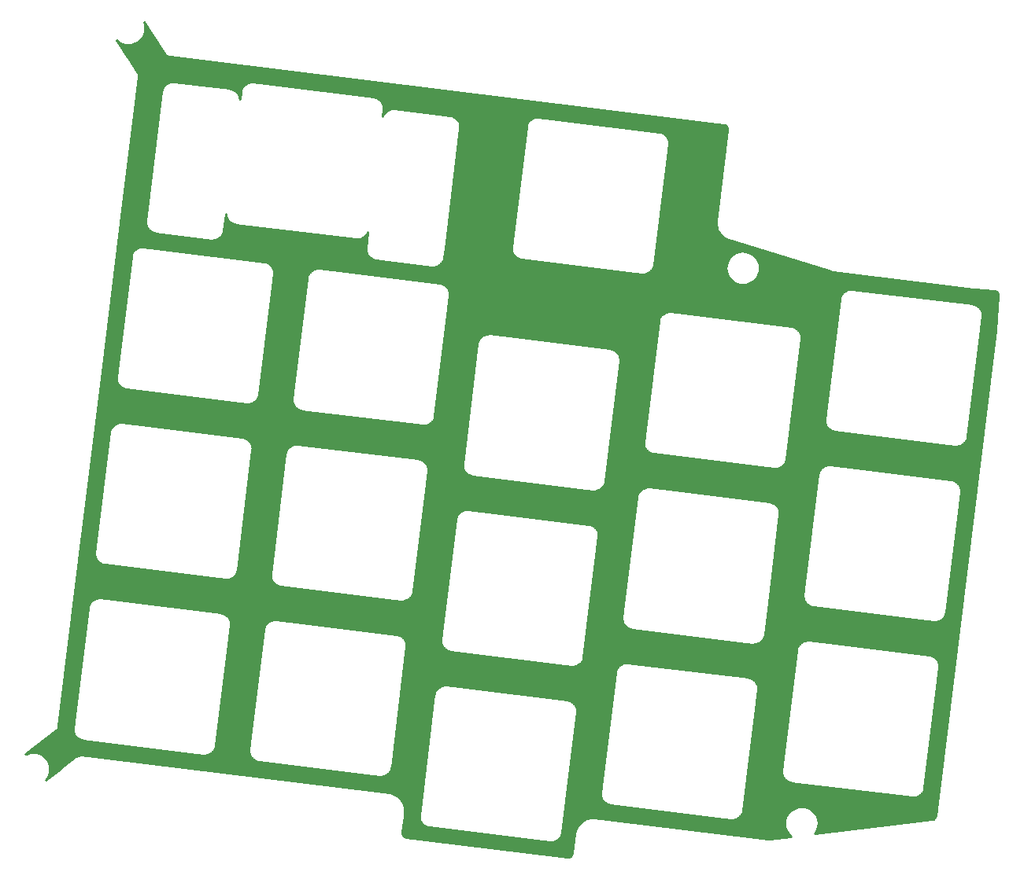
<source format=gtl>
G04 #@! TF.GenerationSoftware,KiCad,Pcbnew,(5.1.2-1)-1*
G04 #@! TF.CreationDate,2020-03-14T19:43:17-05:00*
G04 #@! TF.ProjectId,LeChiffre_Plate,4c654368-6966-4667-9265-5f506c617465,rev?*
G04 #@! TF.SameCoordinates,Original*
G04 #@! TF.FileFunction,Copper,L1,Top*
G04 #@! TF.FilePolarity,Positive*
%FSLAX46Y46*%
G04 Gerber Fmt 4.6, Leading zero omitted, Abs format (unit mm)*
G04 Created by KiCad (PCBNEW (5.1.2-1)-1) date 2020-03-14 19:43:17*
%MOMM*%
%LPD*%
G04 APERTURE LIST*
%ADD10R,1.000000X1.000000*%
%ADD11C,0.800000*%
%ADD12C,0.254000*%
G04 APERTURE END LIST*
D10*
X183400000Y-132850000D03*
D11*
X181650000Y-133500000D03*
D12*
G36*
X109787244Y-50513286D02*
G01*
X109823504Y-50570478D01*
X109851725Y-50600087D01*
X109877320Y-50632012D01*
X109901561Y-50652374D01*
X109923395Y-50675282D01*
X109956850Y-50698817D01*
X109988181Y-50725134D01*
X110015927Y-50740375D01*
X110041812Y-50758584D01*
X110079218Y-50775141D01*
X110115079Y-50794839D01*
X110145263Y-50804373D01*
X110174206Y-50817184D01*
X110214125Y-50826125D01*
X110253137Y-50838448D01*
X110320507Y-50845862D01*
X169896928Y-58160926D01*
X170020089Y-58188456D01*
X170102495Y-58224802D01*
X170176270Y-58276459D01*
X170238607Y-58341463D01*
X170287131Y-58417339D01*
X170319993Y-58501193D01*
X170335942Y-58589836D01*
X170333780Y-58713699D01*
X169128633Y-68528851D01*
X169127544Y-68574233D01*
X169124241Y-68604032D01*
X169124183Y-68614294D01*
X169124494Y-68848492D01*
X169131084Y-68914801D01*
X169136745Y-68981156D01*
X169138681Y-68991234D01*
X169184475Y-69220912D01*
X169203815Y-69284663D01*
X169222260Y-69348670D01*
X169226117Y-69358180D01*
X169315650Y-69574590D01*
X169347028Y-69633416D01*
X169377534Y-69692580D01*
X169383164Y-69701160D01*
X169513027Y-69896057D01*
X169555237Y-69947671D01*
X169596648Y-69999777D01*
X169603837Y-70007100D01*
X169769083Y-70173061D01*
X169820460Y-70215449D01*
X169871254Y-70258562D01*
X169879729Y-70264349D01*
X170074062Y-70395054D01*
X170132730Y-70426675D01*
X170190900Y-70459084D01*
X170200337Y-70463114D01*
X170416357Y-70553583D01*
X170416365Y-70553585D01*
X170449363Y-70567422D01*
X181441133Y-73953967D01*
X181467684Y-73965719D01*
X181510144Y-73975229D01*
X181517063Y-73977361D01*
X181545387Y-73983123D01*
X181573563Y-73989434D01*
X181580741Y-73990315D01*
X181623387Y-73998991D01*
X181652426Y-73999117D01*
X196821755Y-75861676D01*
X196834244Y-75864024D01*
X196857579Y-75866075D01*
X196880817Y-75868928D01*
X196893515Y-75869233D01*
X199007260Y-76054992D01*
X199131284Y-76078253D01*
X199214891Y-76111731D01*
X199290407Y-76160814D01*
X199354951Y-76223629D01*
X199406065Y-76297785D01*
X199441800Y-76380451D01*
X199460799Y-76468494D01*
X199462913Y-76592372D01*
X199138507Y-80283758D01*
X192723622Y-132528821D01*
X192696092Y-132651984D01*
X192659747Y-132734388D01*
X192608089Y-132808164D01*
X192543085Y-132870501D01*
X192467209Y-132919025D01*
X192376326Y-132954642D01*
X192285588Y-132972883D01*
X179683012Y-134505377D01*
X179789678Y-134374591D01*
X179955061Y-134063551D01*
X180056879Y-133726312D01*
X180091255Y-133375719D01*
X180090551Y-133325320D01*
X180046400Y-132975824D01*
X179935205Y-132641559D01*
X179761202Y-132335259D01*
X179531018Y-132068589D01*
X179253422Y-131851707D01*
X178938987Y-131692875D01*
X178599690Y-131598141D01*
X178248454Y-131571115D01*
X177898658Y-131612826D01*
X177563625Y-131721684D01*
X177256117Y-131893545D01*
X176987847Y-132121861D01*
X176769032Y-132397936D01*
X176608008Y-132711254D01*
X176510908Y-133049882D01*
X176481431Y-133400921D01*
X176520699Y-133751000D01*
X176627216Y-134086784D01*
X176796925Y-134395484D01*
X177023363Y-134665342D01*
X177199949Y-134807321D01*
X174839361Y-135094373D01*
X174685902Y-135097944D01*
X174682201Y-135097579D01*
X156015171Y-132805557D01*
X155983496Y-132804797D01*
X155976200Y-132803849D01*
X155965941Y-132803598D01*
X155731777Y-132799511D01*
X155665336Y-132804857D01*
X155598906Y-132809269D01*
X155588793Y-132811015D01*
X155358297Y-132852488D01*
X155294178Y-132870632D01*
X155229851Y-132887868D01*
X155220270Y-132891546D01*
X155002217Y-132977000D01*
X154942823Y-133007263D01*
X154883089Y-133036655D01*
X154874405Y-133042123D01*
X154677104Y-133168302D01*
X154624714Y-133209529D01*
X154571831Y-133249961D01*
X154564374Y-133257012D01*
X154395339Y-133419111D01*
X154351967Y-133469714D01*
X154307933Y-133519661D01*
X154301988Y-133528026D01*
X154167657Y-133719871D01*
X154134939Y-133777935D01*
X154101446Y-133835482D01*
X154097241Y-133844839D01*
X154097238Y-133844844D01*
X154097236Y-133844849D01*
X154002729Y-134059124D01*
X153981912Y-134122441D01*
X153960234Y-134185397D01*
X153957925Y-134195396D01*
X153906836Y-134423955D01*
X153906835Y-134423963D01*
X153899014Y-134458881D01*
X153641547Y-136555782D01*
X153614019Y-136678935D01*
X153577674Y-136761340D01*
X153526016Y-136835116D01*
X153461013Y-136897453D01*
X153385135Y-136945978D01*
X153301281Y-136978840D01*
X153212639Y-136994789D01*
X153088773Y-136992627D01*
X135785080Y-134868002D01*
X135661938Y-134840476D01*
X135579533Y-134804131D01*
X135505757Y-134752473D01*
X135443420Y-134687470D01*
X135394895Y-134611592D01*
X135362033Y-134527738D01*
X135346084Y-134439095D01*
X135348246Y-134315221D01*
X135554992Y-132631405D01*
X137171057Y-132631405D01*
X137176401Y-132697824D01*
X137180814Y-132764273D01*
X137182561Y-132774383D01*
X137182561Y-132774389D01*
X137182562Y-132774394D01*
X137199841Y-132870426D01*
X137217970Y-132934496D01*
X137235222Y-132998879D01*
X137238900Y-133008459D01*
X137274506Y-133099315D01*
X137304753Y-133158677D01*
X137334157Y-133218436D01*
X137339626Y-133227120D01*
X137392200Y-133309329D01*
X137433418Y-133361709D01*
X137473865Y-133414610D01*
X137480915Y-133422067D01*
X137548457Y-133492498D01*
X137599099Y-133535902D01*
X137648999Y-133579896D01*
X137657364Y-133585842D01*
X137737299Y-133641813D01*
X137795360Y-133674530D01*
X137852916Y-133708028D01*
X137862269Y-133712232D01*
X137862273Y-133712234D01*
X137862276Y-133712235D01*
X137951559Y-133751614D01*
X138014866Y-133772428D01*
X138077832Y-133794109D01*
X138087831Y-133796418D01*
X138183064Y-133817705D01*
X138183072Y-133817706D01*
X138217990Y-133825527D01*
X151192760Y-135418628D01*
X151223951Y-135419377D01*
X151226879Y-135419757D01*
X151237138Y-135420008D01*
X151285164Y-135420846D01*
X151301232Y-135421232D01*
X151301782Y-135421136D01*
X151334706Y-135421711D01*
X151401127Y-135416367D01*
X151467574Y-135411954D01*
X151477684Y-135410208D01*
X151477691Y-135410207D01*
X151477698Y-135410205D01*
X151573727Y-135392927D01*
X151637797Y-135374798D01*
X151702180Y-135357546D01*
X151711760Y-135353868D01*
X151802616Y-135318262D01*
X151861978Y-135288015D01*
X151921737Y-135258611D01*
X151930421Y-135253142D01*
X152012630Y-135200568D01*
X152065010Y-135159350D01*
X152117911Y-135118903D01*
X152125368Y-135111853D01*
X152195799Y-135044311D01*
X152239203Y-134993669D01*
X152283197Y-134943769D01*
X152289143Y-134935404D01*
X152345114Y-134855469D01*
X152377831Y-134797408D01*
X152411329Y-134739852D01*
X152415536Y-134730492D01*
X152454915Y-134641209D01*
X152475729Y-134577902D01*
X152497410Y-134514936D01*
X152499719Y-134504937D01*
X152521006Y-134409704D01*
X152521007Y-134409696D01*
X152528828Y-134374778D01*
X153038231Y-130226015D01*
X156659464Y-130226015D01*
X156664808Y-130292434D01*
X156669221Y-130358883D01*
X156670968Y-130368993D01*
X156670968Y-130368999D01*
X156670969Y-130369004D01*
X156688248Y-130465036D01*
X156706377Y-130529106D01*
X156723629Y-130593489D01*
X156727307Y-130603069D01*
X156762913Y-130693925D01*
X156793160Y-130753287D01*
X156822564Y-130813046D01*
X156828033Y-130821730D01*
X156880607Y-130903939D01*
X156921825Y-130956319D01*
X156962272Y-131009220D01*
X156969322Y-131016677D01*
X157036864Y-131087108D01*
X157087506Y-131130512D01*
X157137406Y-131174506D01*
X157145771Y-131180452D01*
X157225706Y-131236423D01*
X157283767Y-131269140D01*
X157341323Y-131302638D01*
X157350676Y-131306842D01*
X157350680Y-131306844D01*
X157350683Y-131306845D01*
X157439966Y-131346224D01*
X157503273Y-131367038D01*
X157566239Y-131388719D01*
X157576238Y-131391028D01*
X157671471Y-131412315D01*
X157671479Y-131412316D01*
X157706397Y-131420137D01*
X170681167Y-133013238D01*
X170712358Y-133013987D01*
X170715286Y-133014367D01*
X170725545Y-133014618D01*
X170773571Y-133015456D01*
X170789639Y-133015842D01*
X170790189Y-133015746D01*
X170823113Y-133016321D01*
X170889534Y-133010977D01*
X170955981Y-133006564D01*
X170966091Y-133004818D01*
X170966098Y-133004817D01*
X170966105Y-133004815D01*
X171062134Y-132987537D01*
X171126204Y-132969408D01*
X171190587Y-132952156D01*
X171200167Y-132948478D01*
X171291023Y-132912872D01*
X171350385Y-132882625D01*
X171410144Y-132853221D01*
X171418828Y-132847752D01*
X171501037Y-132795178D01*
X171553417Y-132753960D01*
X171606318Y-132713513D01*
X171613775Y-132706463D01*
X171684206Y-132638921D01*
X171727610Y-132588279D01*
X171771604Y-132538379D01*
X171777550Y-132530014D01*
X171833521Y-132450079D01*
X171866238Y-132392018D01*
X171899736Y-132334462D01*
X171903943Y-132325102D01*
X171943322Y-132235819D01*
X171964136Y-132172512D01*
X171985817Y-132109546D01*
X171988126Y-132099547D01*
X172009413Y-132004314D01*
X172009414Y-132004306D01*
X172017235Y-131969388D01*
X172526638Y-127820625D01*
X176147871Y-127820625D01*
X176153215Y-127887044D01*
X176157628Y-127953493D01*
X176159375Y-127963603D01*
X176159375Y-127963609D01*
X176159376Y-127963614D01*
X176176655Y-128059646D01*
X176194784Y-128123716D01*
X176212036Y-128188099D01*
X176215714Y-128197679D01*
X176251320Y-128288535D01*
X176281567Y-128347897D01*
X176310971Y-128407656D01*
X176316440Y-128416340D01*
X176369014Y-128498549D01*
X176410232Y-128550929D01*
X176450679Y-128603830D01*
X176457729Y-128611287D01*
X176525271Y-128681718D01*
X176575913Y-128725122D01*
X176625813Y-128769116D01*
X176634178Y-128775062D01*
X176714113Y-128831033D01*
X176772174Y-128863750D01*
X176829730Y-128897248D01*
X176839083Y-128901452D01*
X176839087Y-128901454D01*
X176839090Y-128901455D01*
X176928373Y-128940834D01*
X176991680Y-128961648D01*
X177054646Y-128983329D01*
X177064645Y-128985638D01*
X177159878Y-129006925D01*
X177159886Y-129006926D01*
X177194804Y-129014747D01*
X190169574Y-130607848D01*
X190200765Y-130608597D01*
X190203693Y-130608977D01*
X190213952Y-130609228D01*
X190261978Y-130610066D01*
X190278046Y-130610452D01*
X190278596Y-130610356D01*
X190311520Y-130610931D01*
X190377941Y-130605587D01*
X190444388Y-130601174D01*
X190454498Y-130599428D01*
X190454505Y-130599427D01*
X190454512Y-130599425D01*
X190550541Y-130582147D01*
X190614611Y-130564018D01*
X190678994Y-130546766D01*
X190688574Y-130543088D01*
X190779430Y-130507482D01*
X190838792Y-130477235D01*
X190898551Y-130447831D01*
X190907235Y-130442362D01*
X190989444Y-130389788D01*
X191041824Y-130348570D01*
X191094725Y-130308123D01*
X191102182Y-130301073D01*
X191172613Y-130233531D01*
X191216017Y-130182889D01*
X191260011Y-130132989D01*
X191265957Y-130124624D01*
X191321928Y-130044689D01*
X191354645Y-129986628D01*
X191388143Y-129929072D01*
X191392350Y-129919712D01*
X191431729Y-129830429D01*
X191452543Y-129767122D01*
X191474224Y-129704156D01*
X191476533Y-129694157D01*
X191497820Y-129598924D01*
X191497821Y-129598916D01*
X191505642Y-129563998D01*
X193098743Y-116589228D01*
X193099492Y-116558037D01*
X193099872Y-116555109D01*
X193100123Y-116544850D01*
X193100961Y-116496824D01*
X193101347Y-116480756D01*
X193101251Y-116480206D01*
X193101826Y-116447282D01*
X193096482Y-116380863D01*
X193092069Y-116314414D01*
X193090322Y-116304301D01*
X193090322Y-116304297D01*
X193090320Y-116304290D01*
X193073042Y-116208260D01*
X193054910Y-116144181D01*
X193037661Y-116079808D01*
X193033983Y-116070228D01*
X192998377Y-115979373D01*
X192968130Y-115920010D01*
X192938726Y-115860252D01*
X192933258Y-115851567D01*
X192880683Y-115769358D01*
X192839461Y-115716974D01*
X192799018Y-115664077D01*
X192791968Y-115656620D01*
X192724426Y-115586189D01*
X192673806Y-115542804D01*
X192623884Y-115498790D01*
X192615519Y-115492845D01*
X192535584Y-115436873D01*
X192477494Y-115404141D01*
X192419967Y-115370659D01*
X192410614Y-115366455D01*
X192410610Y-115366453D01*
X192410607Y-115366452D01*
X192321323Y-115327073D01*
X192257988Y-115306249D01*
X192195051Y-115284578D01*
X192185058Y-115282271D01*
X192185053Y-115282269D01*
X192185049Y-115282268D01*
X192090262Y-115261081D01*
X192054893Y-115253159D01*
X179080122Y-113660059D01*
X179048932Y-113659310D01*
X179046004Y-113658930D01*
X179035745Y-113658679D01*
X178987718Y-113657841D01*
X178971651Y-113657455D01*
X178971101Y-113657551D01*
X178938177Y-113656976D01*
X178871760Y-113662320D01*
X178805309Y-113666733D01*
X178795199Y-113668480D01*
X178795193Y-113668480D01*
X178795188Y-113668481D01*
X178699155Y-113685760D01*
X178635076Y-113703892D01*
X178570703Y-113721141D01*
X178561123Y-113724819D01*
X178470268Y-113760425D01*
X178410905Y-113790672D01*
X178351147Y-113820076D01*
X178342462Y-113825544D01*
X178260253Y-113878119D01*
X178207869Y-113919341D01*
X178154972Y-113959784D01*
X178147515Y-113966834D01*
X178077084Y-114034376D01*
X178033699Y-114084996D01*
X177989685Y-114134918D01*
X177983740Y-114143283D01*
X177927768Y-114223218D01*
X177895036Y-114281308D01*
X177861554Y-114338835D01*
X177857347Y-114348195D01*
X177817968Y-114437479D01*
X177797144Y-114500814D01*
X177775473Y-114563751D01*
X177773164Y-114573751D01*
X177751976Y-114668540D01*
X177744054Y-114703909D01*
X176150954Y-127678680D01*
X176150205Y-127709870D01*
X176149825Y-127712798D01*
X176149574Y-127723057D01*
X176148736Y-127771084D01*
X176148350Y-127787151D01*
X176148446Y-127787701D01*
X176147871Y-127820625D01*
X172526638Y-127820625D01*
X173610336Y-118994618D01*
X173611085Y-118963427D01*
X173611465Y-118960499D01*
X173611716Y-118950240D01*
X173612554Y-118902214D01*
X173612940Y-118886146D01*
X173612844Y-118885596D01*
X173613419Y-118852672D01*
X173608075Y-118786253D01*
X173603662Y-118719804D01*
X173601915Y-118709691D01*
X173601915Y-118709687D01*
X173601913Y-118709680D01*
X173584635Y-118613650D01*
X173566503Y-118549571D01*
X173549254Y-118485198D01*
X173545576Y-118475618D01*
X173509970Y-118384763D01*
X173479723Y-118325400D01*
X173450319Y-118265642D01*
X173444851Y-118256957D01*
X173392276Y-118174748D01*
X173351054Y-118122364D01*
X173310611Y-118069467D01*
X173303561Y-118062010D01*
X173236019Y-117991579D01*
X173185399Y-117948194D01*
X173135477Y-117904180D01*
X173127112Y-117898235D01*
X173047177Y-117842263D01*
X172989087Y-117809531D01*
X172931560Y-117776049D01*
X172922207Y-117771845D01*
X172922203Y-117771843D01*
X172922200Y-117771842D01*
X172832916Y-117732463D01*
X172769581Y-117711639D01*
X172706644Y-117689968D01*
X172696651Y-117687661D01*
X172696646Y-117687659D01*
X172696642Y-117687658D01*
X172601855Y-117666471D01*
X172566486Y-117658549D01*
X159591715Y-116065449D01*
X159560525Y-116064700D01*
X159557597Y-116064320D01*
X159547338Y-116064069D01*
X159499311Y-116063231D01*
X159483244Y-116062845D01*
X159482694Y-116062941D01*
X159449770Y-116062366D01*
X159383353Y-116067710D01*
X159316902Y-116072123D01*
X159306792Y-116073870D01*
X159306786Y-116073870D01*
X159306781Y-116073871D01*
X159210748Y-116091150D01*
X159146669Y-116109282D01*
X159082296Y-116126531D01*
X159072716Y-116130209D01*
X158981861Y-116165815D01*
X158922498Y-116196062D01*
X158862740Y-116225466D01*
X158854055Y-116230934D01*
X158771846Y-116283509D01*
X158719462Y-116324731D01*
X158666565Y-116365174D01*
X158659108Y-116372224D01*
X158588677Y-116439766D01*
X158545292Y-116490386D01*
X158501278Y-116540308D01*
X158495333Y-116548673D01*
X158439361Y-116628608D01*
X158406629Y-116686698D01*
X158373147Y-116744225D01*
X158368940Y-116753585D01*
X158329561Y-116842869D01*
X158308737Y-116906204D01*
X158287066Y-116969141D01*
X158284757Y-116979141D01*
X158263734Y-117073194D01*
X158255647Y-117109299D01*
X156662547Y-130084070D01*
X156661798Y-130115260D01*
X156661418Y-130118188D01*
X156661167Y-130128447D01*
X156660329Y-130176474D01*
X156659943Y-130192541D01*
X156660039Y-130193091D01*
X156659464Y-130226015D01*
X153038231Y-130226015D01*
X154121929Y-121400008D01*
X154122678Y-121368817D01*
X154123058Y-121365889D01*
X154123309Y-121355630D01*
X154124147Y-121307604D01*
X154124533Y-121291536D01*
X154124437Y-121290986D01*
X154125012Y-121258062D01*
X154119668Y-121191643D01*
X154115255Y-121125194D01*
X154113508Y-121115081D01*
X154113508Y-121115077D01*
X154113506Y-121115070D01*
X154096228Y-121019040D01*
X154078096Y-120954961D01*
X154060847Y-120890588D01*
X154057169Y-120881008D01*
X154021563Y-120790153D01*
X153991316Y-120730790D01*
X153961912Y-120671032D01*
X153956444Y-120662347D01*
X153903869Y-120580138D01*
X153862647Y-120527754D01*
X153822204Y-120474857D01*
X153815154Y-120467400D01*
X153747612Y-120396969D01*
X153696992Y-120353584D01*
X153647070Y-120309570D01*
X153638705Y-120303625D01*
X153558770Y-120247653D01*
X153500680Y-120214921D01*
X153443153Y-120181439D01*
X153433800Y-120177235D01*
X153433796Y-120177233D01*
X153433793Y-120177232D01*
X153344509Y-120137853D01*
X153281174Y-120117029D01*
X153218237Y-120095358D01*
X153208244Y-120093051D01*
X153208239Y-120093049D01*
X153208235Y-120093048D01*
X153113448Y-120071861D01*
X153078079Y-120063939D01*
X140103308Y-118470839D01*
X140072118Y-118470090D01*
X140069190Y-118469710D01*
X140058931Y-118469459D01*
X140010904Y-118468621D01*
X139994837Y-118468235D01*
X139994287Y-118468331D01*
X139961363Y-118467756D01*
X139894946Y-118473100D01*
X139828495Y-118477513D01*
X139818385Y-118479260D01*
X139818379Y-118479260D01*
X139818374Y-118479261D01*
X139722341Y-118496540D01*
X139658262Y-118514672D01*
X139593889Y-118531921D01*
X139584309Y-118535599D01*
X139493454Y-118571205D01*
X139434091Y-118601452D01*
X139374333Y-118630856D01*
X139365648Y-118636324D01*
X139283439Y-118688899D01*
X139231055Y-118730121D01*
X139178158Y-118770564D01*
X139170701Y-118777614D01*
X139100270Y-118845156D01*
X139056885Y-118895776D01*
X139012871Y-118945698D01*
X139006926Y-118954063D01*
X138950954Y-119033998D01*
X138918222Y-119092088D01*
X138884740Y-119149615D01*
X138880533Y-119158975D01*
X138841154Y-119248259D01*
X138820330Y-119311594D01*
X138798659Y-119374531D01*
X138796350Y-119384531D01*
X138775327Y-119478584D01*
X138767240Y-119514689D01*
X137174140Y-132489460D01*
X137173391Y-132520650D01*
X137173011Y-132523578D01*
X137172760Y-132533837D01*
X137171922Y-132581864D01*
X137171536Y-132597931D01*
X137171632Y-132598481D01*
X137171057Y-132631405D01*
X135554992Y-132631405D01*
X135606387Y-132212829D01*
X135607147Y-132181153D01*
X135608095Y-132173857D01*
X135608346Y-132163597D01*
X135612433Y-131929434D01*
X135607087Y-131862993D01*
X135602675Y-131796563D01*
X135600929Y-131786450D01*
X135559456Y-131555954D01*
X135541312Y-131491835D01*
X135524076Y-131427508D01*
X135520398Y-131417927D01*
X135434944Y-131199874D01*
X135404681Y-131140480D01*
X135375289Y-131080746D01*
X135369821Y-131072062D01*
X135243642Y-130874761D01*
X135202415Y-130822371D01*
X135161983Y-130769488D01*
X135154932Y-130762031D01*
X134992833Y-130592996D01*
X134942230Y-130549624D01*
X134892283Y-130505590D01*
X134883918Y-130499645D01*
X134692073Y-130365314D01*
X134634009Y-130332596D01*
X134576462Y-130299103D01*
X134567105Y-130294898D01*
X134567100Y-130294895D01*
X134567095Y-130294893D01*
X134352820Y-130200386D01*
X134289503Y-130179569D01*
X134226547Y-130157891D01*
X134216548Y-130155582D01*
X133990626Y-130105082D01*
X133953063Y-130096669D01*
X100835079Y-126030293D01*
X100799682Y-126022365D01*
X100763417Y-126021494D01*
X100763414Y-126021494D01*
X100654943Y-126018890D01*
X100654942Y-126018890D01*
X100633033Y-126022704D01*
X100512306Y-126043720D01*
X100377253Y-126095900D01*
X100357627Y-126108343D01*
X100285615Y-126153999D01*
X100285611Y-126154002D01*
X100254976Y-126173425D01*
X100228719Y-126198451D01*
X98708035Y-127386541D01*
X98707516Y-127386871D01*
X98679393Y-127408918D01*
X98651611Y-127430624D01*
X98651172Y-127431043D01*
X97000770Y-128724891D01*
X97148300Y-128544002D01*
X97313683Y-128232962D01*
X97415501Y-127895723D01*
X97449877Y-127545130D01*
X97449173Y-127494731D01*
X97405022Y-127145235D01*
X97293827Y-126810970D01*
X97119824Y-126504670D01*
X96889640Y-126238000D01*
X96612044Y-126021118D01*
X96297609Y-125862286D01*
X95958312Y-125767552D01*
X95607076Y-125740526D01*
X95257280Y-125782237D01*
X94922247Y-125891095D01*
X94823708Y-125946167D01*
X98058996Y-123409831D01*
X98089120Y-123390732D01*
X98115822Y-123365281D01*
X98116305Y-123364903D01*
X98142210Y-123340130D01*
X98193924Y-123290841D01*
X98194274Y-123290343D01*
X98194723Y-123289914D01*
X98214863Y-123261182D01*
X99935451Y-123261182D01*
X99940795Y-123327601D01*
X99945208Y-123394050D01*
X99946955Y-123404160D01*
X99946955Y-123404166D01*
X99946956Y-123404171D01*
X99964235Y-123500203D01*
X99982364Y-123564273D01*
X99999616Y-123628656D01*
X100003294Y-123638236D01*
X100038900Y-123729092D01*
X100069147Y-123788454D01*
X100098551Y-123848213D01*
X100104020Y-123856897D01*
X100156594Y-123939106D01*
X100197812Y-123991486D01*
X100238259Y-124044387D01*
X100245309Y-124051844D01*
X100312851Y-124122275D01*
X100363493Y-124165679D01*
X100413393Y-124209673D01*
X100421758Y-124215619D01*
X100501693Y-124271590D01*
X100559754Y-124304307D01*
X100617310Y-124337805D01*
X100626663Y-124342009D01*
X100626667Y-124342011D01*
X100626670Y-124342012D01*
X100715953Y-124381391D01*
X100779260Y-124402205D01*
X100842226Y-124423886D01*
X100852225Y-124426195D01*
X100947458Y-124447482D01*
X100947468Y-124447483D01*
X100982385Y-124455304D01*
X113957155Y-126048405D01*
X113988346Y-126049154D01*
X113991274Y-126049534D01*
X114001533Y-126049785D01*
X114049559Y-126050623D01*
X114065627Y-126051009D01*
X114066177Y-126050913D01*
X114099101Y-126051488D01*
X114165522Y-126046144D01*
X114231969Y-126041731D01*
X114242079Y-126039985D01*
X114242086Y-126039984D01*
X114242093Y-126039982D01*
X114338122Y-126022704D01*
X114402192Y-126004575D01*
X114466575Y-125987323D01*
X114476155Y-125983645D01*
X114567011Y-125948039D01*
X114626395Y-125917781D01*
X114686137Y-125888384D01*
X114694821Y-125882916D01*
X114777030Y-125830341D01*
X114829409Y-125789123D01*
X114882302Y-125748683D01*
X114889759Y-125741632D01*
X114960189Y-125674092D01*
X115003561Y-125623490D01*
X115039439Y-125582793D01*
X118843455Y-125582793D01*
X118848799Y-125649212D01*
X118853212Y-125715661D01*
X118854959Y-125725771D01*
X118854959Y-125725777D01*
X118854960Y-125725782D01*
X118872239Y-125821814D01*
X118890368Y-125885884D01*
X118907620Y-125950267D01*
X118911298Y-125959847D01*
X118946904Y-126050703D01*
X118977151Y-126110065D01*
X119006555Y-126169824D01*
X119012024Y-126178508D01*
X119064598Y-126260717D01*
X119105816Y-126313097D01*
X119146263Y-126365998D01*
X119153313Y-126373455D01*
X119220855Y-126443886D01*
X119271497Y-126487290D01*
X119321397Y-126531284D01*
X119329762Y-126537230D01*
X119409697Y-126593201D01*
X119467758Y-126625918D01*
X119525314Y-126659416D01*
X119534667Y-126663620D01*
X119534671Y-126663622D01*
X119534674Y-126663623D01*
X119623957Y-126703002D01*
X119687264Y-126723816D01*
X119750230Y-126745497D01*
X119760229Y-126747806D01*
X119855462Y-126769093D01*
X119855472Y-126769094D01*
X119890389Y-126776915D01*
X132865159Y-128370016D01*
X132896350Y-128370765D01*
X132899278Y-128371145D01*
X132909537Y-128371396D01*
X132957563Y-128372234D01*
X132973631Y-128372620D01*
X132974181Y-128372524D01*
X133007105Y-128373099D01*
X133073526Y-128367755D01*
X133139973Y-128363342D01*
X133150083Y-128361596D01*
X133150090Y-128361595D01*
X133150097Y-128361593D01*
X133246126Y-128344315D01*
X133310196Y-128326186D01*
X133374579Y-128308934D01*
X133384159Y-128305256D01*
X133475015Y-128269650D01*
X133534399Y-128239392D01*
X133594141Y-128209995D01*
X133602825Y-128204527D01*
X133685034Y-128151952D01*
X133737413Y-128110734D01*
X133790306Y-128070294D01*
X133797763Y-128063243D01*
X133868193Y-127995703D01*
X133911565Y-127945101D01*
X133955603Y-127895149D01*
X133961548Y-127886784D01*
X134017518Y-127806848D01*
X134050238Y-127748779D01*
X134083727Y-127691239D01*
X134087934Y-127681879D01*
X134127313Y-127592596D01*
X134148127Y-127529289D01*
X134169808Y-127466323D01*
X134172117Y-127456324D01*
X134193404Y-127361091D01*
X134201227Y-127326166D01*
X135794328Y-114351396D01*
X135795077Y-114320205D01*
X135795457Y-114317277D01*
X135795708Y-114307018D01*
X135796546Y-114258992D01*
X135796932Y-114242924D01*
X135796836Y-114242374D01*
X135797411Y-114209450D01*
X135792067Y-114143031D01*
X135787654Y-114076582D01*
X135785907Y-114066469D01*
X135785907Y-114066465D01*
X135785905Y-114066458D01*
X135768627Y-113970428D01*
X135750495Y-113906349D01*
X135733246Y-113841976D01*
X135729568Y-113832396D01*
X135693962Y-113741541D01*
X135684720Y-113723401D01*
X139492668Y-113723401D01*
X139498012Y-113789820D01*
X139502425Y-113856269D01*
X139504172Y-113866379D01*
X139504172Y-113866385D01*
X139504173Y-113866390D01*
X139521452Y-113962422D01*
X139539581Y-114026492D01*
X139556833Y-114090875D01*
X139560511Y-114100455D01*
X139596117Y-114191311D01*
X139626364Y-114250673D01*
X139655768Y-114310432D01*
X139661237Y-114319116D01*
X139713811Y-114401325D01*
X139755029Y-114453705D01*
X139795476Y-114506606D01*
X139802526Y-114514063D01*
X139870068Y-114584494D01*
X139920710Y-114627898D01*
X139970610Y-114671892D01*
X139978975Y-114677838D01*
X140058910Y-114733809D01*
X140116971Y-114766526D01*
X140174527Y-114800024D01*
X140183880Y-114804228D01*
X140183884Y-114804230D01*
X140183887Y-114804231D01*
X140273170Y-114843610D01*
X140336477Y-114864424D01*
X140399443Y-114886105D01*
X140409442Y-114888414D01*
X140504675Y-114909701D01*
X140504683Y-114909702D01*
X140539601Y-114917523D01*
X153514371Y-116510624D01*
X153545562Y-116511373D01*
X153548490Y-116511753D01*
X153558749Y-116512004D01*
X153606775Y-116512842D01*
X153622843Y-116513228D01*
X153623393Y-116513132D01*
X153656317Y-116513707D01*
X153722738Y-116508363D01*
X153789185Y-116503950D01*
X153799295Y-116502204D01*
X153799302Y-116502203D01*
X153799309Y-116502201D01*
X153895338Y-116484923D01*
X153959408Y-116466794D01*
X154023791Y-116449542D01*
X154033371Y-116445864D01*
X154124227Y-116410258D01*
X154183589Y-116380011D01*
X154243348Y-116350607D01*
X154252032Y-116345138D01*
X154334241Y-116292564D01*
X154386621Y-116251346D01*
X154439522Y-116210899D01*
X154446979Y-116203849D01*
X154517410Y-116136307D01*
X154560814Y-116085665D01*
X154604808Y-116035765D01*
X154610754Y-116027400D01*
X154666725Y-115947465D01*
X154699442Y-115889404D01*
X154732940Y-115831848D01*
X154737147Y-115822488D01*
X154776526Y-115733205D01*
X154797340Y-115669898D01*
X154819021Y-115606932D01*
X154821330Y-115596933D01*
X154842617Y-115501700D01*
X154842618Y-115501692D01*
X154850439Y-115466774D01*
X155359842Y-111318011D01*
X158981075Y-111318011D01*
X158986419Y-111384430D01*
X158990832Y-111450879D01*
X158992579Y-111460989D01*
X158992579Y-111460995D01*
X158992580Y-111461000D01*
X159009859Y-111557032D01*
X159027988Y-111621102D01*
X159045240Y-111685485D01*
X159048918Y-111695065D01*
X159084524Y-111785921D01*
X159114771Y-111845283D01*
X159144175Y-111905042D01*
X159149644Y-111913726D01*
X159202218Y-111995935D01*
X159243436Y-112048315D01*
X159283883Y-112101216D01*
X159290933Y-112108673D01*
X159358475Y-112179104D01*
X159409117Y-112222508D01*
X159459017Y-112266502D01*
X159467382Y-112272448D01*
X159547317Y-112328419D01*
X159605378Y-112361136D01*
X159662934Y-112394634D01*
X159672287Y-112398838D01*
X159672291Y-112398840D01*
X159672294Y-112398841D01*
X159761577Y-112438220D01*
X159824884Y-112459034D01*
X159887850Y-112480715D01*
X159897849Y-112483024D01*
X159993082Y-112504311D01*
X159993090Y-112504312D01*
X160028008Y-112512133D01*
X173002778Y-114105234D01*
X173033969Y-114105983D01*
X173036897Y-114106363D01*
X173047156Y-114106614D01*
X173095182Y-114107452D01*
X173111250Y-114107838D01*
X173111800Y-114107742D01*
X173144724Y-114108317D01*
X173211145Y-114102973D01*
X173277592Y-114098560D01*
X173287702Y-114096814D01*
X173287709Y-114096813D01*
X173287716Y-114096811D01*
X173383745Y-114079533D01*
X173447815Y-114061404D01*
X173512198Y-114044152D01*
X173521778Y-114040474D01*
X173612634Y-114004868D01*
X173671996Y-113974621D01*
X173731755Y-113945217D01*
X173740439Y-113939748D01*
X173822648Y-113887174D01*
X173875028Y-113845956D01*
X173927929Y-113805509D01*
X173935386Y-113798459D01*
X174005817Y-113730917D01*
X174049221Y-113680275D01*
X174093215Y-113630375D01*
X174099161Y-113622010D01*
X174155132Y-113542075D01*
X174187849Y-113484014D01*
X174221347Y-113426458D01*
X174225554Y-113417098D01*
X174264933Y-113327815D01*
X174285747Y-113264508D01*
X174307428Y-113201542D01*
X174309737Y-113191543D01*
X174331024Y-113096310D01*
X174331025Y-113096302D01*
X174338846Y-113061384D01*
X174848249Y-108912621D01*
X178469482Y-108912621D01*
X178474826Y-108979040D01*
X178479239Y-109045489D01*
X178480986Y-109055599D01*
X178480986Y-109055605D01*
X178480987Y-109055610D01*
X178498266Y-109151642D01*
X178516395Y-109215712D01*
X178533647Y-109280095D01*
X178537325Y-109289675D01*
X178572931Y-109380531D01*
X178603178Y-109439893D01*
X178632582Y-109499652D01*
X178638051Y-109508336D01*
X178690625Y-109590545D01*
X178731843Y-109642925D01*
X178772290Y-109695826D01*
X178779340Y-109703283D01*
X178846882Y-109773714D01*
X178897524Y-109817118D01*
X178947424Y-109861112D01*
X178955789Y-109867058D01*
X179035724Y-109923029D01*
X179093785Y-109955746D01*
X179151341Y-109989244D01*
X179160694Y-109993448D01*
X179160698Y-109993450D01*
X179160701Y-109993451D01*
X179249984Y-110032830D01*
X179313291Y-110053644D01*
X179376257Y-110075325D01*
X179386256Y-110077634D01*
X179481489Y-110098921D01*
X179481497Y-110098922D01*
X179516415Y-110106743D01*
X192491185Y-111699844D01*
X192522376Y-111700593D01*
X192525304Y-111700973D01*
X192535563Y-111701224D01*
X192583589Y-111702062D01*
X192599657Y-111702448D01*
X192600207Y-111702352D01*
X192633131Y-111702927D01*
X192699552Y-111697583D01*
X192765999Y-111693170D01*
X192776109Y-111691424D01*
X192776116Y-111691423D01*
X192776123Y-111691421D01*
X192872152Y-111674143D01*
X192936222Y-111656014D01*
X193000605Y-111638762D01*
X193010185Y-111635084D01*
X193101041Y-111599478D01*
X193160403Y-111569231D01*
X193220162Y-111539827D01*
X193228846Y-111534358D01*
X193311055Y-111481784D01*
X193363439Y-111440563D01*
X193416336Y-111400119D01*
X193423793Y-111393069D01*
X193494224Y-111325527D01*
X193537628Y-111274885D01*
X193581622Y-111224985D01*
X193587568Y-111216620D01*
X193643539Y-111136685D01*
X193676256Y-111078624D01*
X193709754Y-111021068D01*
X193713961Y-111011708D01*
X193753340Y-110922425D01*
X193774154Y-110859118D01*
X193795835Y-110796152D01*
X193798144Y-110786153D01*
X193819431Y-110690920D01*
X193819432Y-110690912D01*
X193827253Y-110655994D01*
X195420354Y-97681224D01*
X195421103Y-97650033D01*
X195421483Y-97647105D01*
X195421734Y-97636846D01*
X195422572Y-97588820D01*
X195422958Y-97572752D01*
X195422862Y-97572202D01*
X195423437Y-97539278D01*
X195418093Y-97472859D01*
X195413680Y-97406410D01*
X195411933Y-97396297D01*
X195411933Y-97396293D01*
X195411931Y-97396286D01*
X195394653Y-97300256D01*
X195376521Y-97236177D01*
X195359272Y-97171804D01*
X195355594Y-97162224D01*
X195319988Y-97071369D01*
X195289741Y-97012006D01*
X195260337Y-96952248D01*
X195254869Y-96943563D01*
X195202294Y-96861354D01*
X195161072Y-96808970D01*
X195120629Y-96756073D01*
X195113579Y-96748616D01*
X195046037Y-96678185D01*
X194995417Y-96634800D01*
X194945495Y-96590786D01*
X194937130Y-96584841D01*
X194857195Y-96528869D01*
X194799105Y-96496137D01*
X194741578Y-96462655D01*
X194732225Y-96458451D01*
X194732221Y-96458449D01*
X194732218Y-96458448D01*
X194642934Y-96419069D01*
X194579599Y-96398245D01*
X194516662Y-96376574D01*
X194506669Y-96374267D01*
X194506664Y-96374265D01*
X194506660Y-96374264D01*
X194411873Y-96353077D01*
X194376504Y-96345155D01*
X181401733Y-94752055D01*
X181370543Y-94751306D01*
X181367615Y-94750926D01*
X181357356Y-94750675D01*
X181309329Y-94749837D01*
X181293262Y-94749451D01*
X181292712Y-94749547D01*
X181259788Y-94748972D01*
X181193371Y-94754316D01*
X181126920Y-94758729D01*
X181116810Y-94760476D01*
X181116804Y-94760476D01*
X181116799Y-94760477D01*
X181020766Y-94777756D01*
X180956687Y-94795888D01*
X180892314Y-94813137D01*
X180882734Y-94816815D01*
X180791879Y-94852421D01*
X180732516Y-94882668D01*
X180672758Y-94912072D01*
X180664073Y-94917540D01*
X180581864Y-94970115D01*
X180529480Y-95011337D01*
X180476583Y-95051780D01*
X180469126Y-95058830D01*
X180398695Y-95126372D01*
X180355310Y-95176992D01*
X180311296Y-95226914D01*
X180305351Y-95235279D01*
X180249379Y-95315214D01*
X180216647Y-95373304D01*
X180183165Y-95430831D01*
X180178958Y-95440191D01*
X180139579Y-95529475D01*
X180118755Y-95592810D01*
X180097084Y-95655747D01*
X180094775Y-95665747D01*
X180073587Y-95760536D01*
X180065665Y-95795905D01*
X178472565Y-108770676D01*
X178471816Y-108801866D01*
X178471436Y-108804794D01*
X178471185Y-108815053D01*
X178470347Y-108863080D01*
X178469961Y-108879147D01*
X178470057Y-108879697D01*
X178469482Y-108912621D01*
X174848249Y-108912621D01*
X175931947Y-100086614D01*
X175932696Y-100055423D01*
X175933076Y-100052495D01*
X175933327Y-100042236D01*
X175934165Y-99994210D01*
X175934551Y-99978142D01*
X175934455Y-99977592D01*
X175935030Y-99944668D01*
X175929686Y-99878249D01*
X175925273Y-99811800D01*
X175923526Y-99801687D01*
X175923526Y-99801683D01*
X175923524Y-99801676D01*
X175906246Y-99705646D01*
X175888114Y-99641567D01*
X175870865Y-99577194D01*
X175867187Y-99567614D01*
X175831581Y-99476759D01*
X175801334Y-99417396D01*
X175771930Y-99357638D01*
X175766462Y-99348953D01*
X175713887Y-99266744D01*
X175672665Y-99214360D01*
X175632222Y-99161463D01*
X175625172Y-99154006D01*
X175557630Y-99083575D01*
X175507010Y-99040190D01*
X175457088Y-98996176D01*
X175448723Y-98990231D01*
X175368788Y-98934259D01*
X175310698Y-98901527D01*
X175253171Y-98868045D01*
X175243818Y-98863841D01*
X175243814Y-98863839D01*
X175243811Y-98863838D01*
X175154527Y-98824459D01*
X175091192Y-98803635D01*
X175028255Y-98781964D01*
X175018262Y-98779657D01*
X175018257Y-98779655D01*
X175018253Y-98779654D01*
X174923466Y-98758467D01*
X174888097Y-98750545D01*
X161913326Y-97157445D01*
X161882136Y-97156696D01*
X161879208Y-97156316D01*
X161868949Y-97156065D01*
X161820922Y-97155227D01*
X161804855Y-97154841D01*
X161804305Y-97154937D01*
X161771381Y-97154362D01*
X161704964Y-97159706D01*
X161638513Y-97164119D01*
X161628403Y-97165866D01*
X161628397Y-97165866D01*
X161628392Y-97165867D01*
X161532359Y-97183146D01*
X161468280Y-97201278D01*
X161403907Y-97218527D01*
X161394327Y-97222205D01*
X161303472Y-97257811D01*
X161244109Y-97288058D01*
X161184351Y-97317462D01*
X161175666Y-97322930D01*
X161093457Y-97375505D01*
X161041073Y-97416727D01*
X160988176Y-97457170D01*
X160980719Y-97464220D01*
X160910288Y-97531762D01*
X160866903Y-97582382D01*
X160822889Y-97632304D01*
X160816944Y-97640669D01*
X160760972Y-97720604D01*
X160728240Y-97778694D01*
X160694758Y-97836221D01*
X160690551Y-97845581D01*
X160651172Y-97934865D01*
X160630348Y-97998200D01*
X160608677Y-98061137D01*
X160606368Y-98071137D01*
X160585345Y-98165190D01*
X160577258Y-98201295D01*
X158984158Y-111176066D01*
X158983409Y-111207256D01*
X158983029Y-111210184D01*
X158982778Y-111220443D01*
X158981940Y-111268470D01*
X158981554Y-111284537D01*
X158981650Y-111285087D01*
X158981075Y-111318011D01*
X155359842Y-111318011D01*
X156443540Y-102492004D01*
X156444289Y-102460813D01*
X156444669Y-102457885D01*
X156444920Y-102447626D01*
X156445758Y-102399600D01*
X156446144Y-102383532D01*
X156446048Y-102382982D01*
X156446623Y-102350058D01*
X156441279Y-102283639D01*
X156436866Y-102217190D01*
X156435119Y-102207077D01*
X156435119Y-102207073D01*
X156435117Y-102207066D01*
X156417839Y-102111036D01*
X156399707Y-102046957D01*
X156382458Y-101982584D01*
X156378780Y-101973004D01*
X156343174Y-101882149D01*
X156312927Y-101822786D01*
X156283523Y-101763028D01*
X156278055Y-101754343D01*
X156225480Y-101672134D01*
X156184258Y-101619750D01*
X156143815Y-101566853D01*
X156136765Y-101559396D01*
X156069223Y-101488965D01*
X156018603Y-101445580D01*
X155968681Y-101401566D01*
X155960316Y-101395621D01*
X155880381Y-101339649D01*
X155822291Y-101306917D01*
X155764764Y-101273435D01*
X155755411Y-101269231D01*
X155755407Y-101269229D01*
X155755404Y-101269228D01*
X155666120Y-101229849D01*
X155602785Y-101209025D01*
X155539848Y-101187354D01*
X155529855Y-101185047D01*
X155529850Y-101185045D01*
X155529846Y-101185044D01*
X155435059Y-101163857D01*
X155399690Y-101155935D01*
X142424919Y-99562835D01*
X142393729Y-99562086D01*
X142390801Y-99561706D01*
X142380542Y-99561455D01*
X142332515Y-99560617D01*
X142316448Y-99560231D01*
X142315898Y-99560327D01*
X142282974Y-99559752D01*
X142216557Y-99565096D01*
X142150106Y-99569509D01*
X142139996Y-99571256D01*
X142139990Y-99571256D01*
X142139985Y-99571257D01*
X142043952Y-99588536D01*
X141979873Y-99606668D01*
X141915500Y-99623917D01*
X141905920Y-99627595D01*
X141815065Y-99663201D01*
X141755702Y-99693448D01*
X141695944Y-99722852D01*
X141687259Y-99728320D01*
X141605050Y-99780895D01*
X141552666Y-99822117D01*
X141499769Y-99862560D01*
X141492312Y-99869610D01*
X141421881Y-99937152D01*
X141378496Y-99987772D01*
X141334482Y-100037694D01*
X141328537Y-100046059D01*
X141272565Y-100125994D01*
X141239833Y-100184084D01*
X141206351Y-100241611D01*
X141202144Y-100250971D01*
X141162765Y-100340255D01*
X141141941Y-100403590D01*
X141120270Y-100466527D01*
X141117961Y-100476527D01*
X141096938Y-100570580D01*
X141088851Y-100606685D01*
X139495751Y-113581456D01*
X139495002Y-113612646D01*
X139494622Y-113615574D01*
X139494371Y-113625833D01*
X139493533Y-113673860D01*
X139493147Y-113689927D01*
X139493243Y-113690477D01*
X139492668Y-113723401D01*
X135684720Y-113723401D01*
X135663715Y-113682178D01*
X135634311Y-113622420D01*
X135628843Y-113613735D01*
X135576268Y-113531526D01*
X135535046Y-113479142D01*
X135494603Y-113426245D01*
X135487553Y-113418788D01*
X135420011Y-113348357D01*
X135369391Y-113304972D01*
X135319469Y-113260958D01*
X135311104Y-113255013D01*
X135231169Y-113199041D01*
X135173079Y-113166309D01*
X135115552Y-113132827D01*
X135106199Y-113128623D01*
X135106195Y-113128621D01*
X135106192Y-113128620D01*
X135016908Y-113089241D01*
X134953573Y-113068417D01*
X134890636Y-113046746D01*
X134880643Y-113044439D01*
X134880638Y-113044437D01*
X134880634Y-113044436D01*
X134785847Y-113023249D01*
X134750478Y-113015327D01*
X121775707Y-111422227D01*
X121744517Y-111421478D01*
X121741589Y-111421098D01*
X121731330Y-111420847D01*
X121683303Y-111420009D01*
X121667236Y-111419623D01*
X121666686Y-111419719D01*
X121633762Y-111419144D01*
X121567345Y-111424488D01*
X121500894Y-111428901D01*
X121490784Y-111430648D01*
X121490778Y-111430648D01*
X121490773Y-111430649D01*
X121394740Y-111447928D01*
X121330661Y-111466060D01*
X121266288Y-111483309D01*
X121256708Y-111486987D01*
X121165853Y-111522593D01*
X121106490Y-111552840D01*
X121046732Y-111582244D01*
X121038047Y-111587712D01*
X120955838Y-111640287D01*
X120903454Y-111681509D01*
X120850557Y-111721952D01*
X120843100Y-111729002D01*
X120772669Y-111796544D01*
X120729284Y-111847164D01*
X120685270Y-111897086D01*
X120679325Y-111905451D01*
X120623353Y-111985386D01*
X120590621Y-112043476D01*
X120557139Y-112101003D01*
X120552932Y-112110363D01*
X120513553Y-112199647D01*
X120492729Y-112262982D01*
X120471058Y-112325919D01*
X120468749Y-112335919D01*
X120447760Y-112429818D01*
X120439639Y-112466077D01*
X118846538Y-125440848D01*
X118845789Y-125472038D01*
X118845409Y-125474966D01*
X118845158Y-125485225D01*
X118844320Y-125533252D01*
X118843934Y-125549319D01*
X118844030Y-125549869D01*
X118843455Y-125582793D01*
X115039439Y-125582793D01*
X115047599Y-125573538D01*
X115053544Y-125565173D01*
X115109514Y-125485237D01*
X115142234Y-125427168D01*
X115175723Y-125369628D01*
X115179930Y-125360268D01*
X115219309Y-125270985D01*
X115240123Y-125207678D01*
X115261804Y-125144712D01*
X115264113Y-125134713D01*
X115285400Y-125039480D01*
X115285401Y-125039474D01*
X115293222Y-125004555D01*
X116886324Y-112029785D01*
X116887073Y-111998594D01*
X116887453Y-111995666D01*
X116887704Y-111985407D01*
X116888542Y-111937381D01*
X116888928Y-111921313D01*
X116888832Y-111920763D01*
X116889407Y-111887839D01*
X116884063Y-111821420D01*
X116879650Y-111754971D01*
X116877903Y-111744858D01*
X116877903Y-111744854D01*
X116877901Y-111744847D01*
X116860623Y-111648817D01*
X116842491Y-111584738D01*
X116825242Y-111520365D01*
X116821564Y-111510785D01*
X116785958Y-111419930D01*
X116755711Y-111360567D01*
X116726307Y-111300809D01*
X116720839Y-111292124D01*
X116668264Y-111209915D01*
X116627042Y-111157531D01*
X116586599Y-111104634D01*
X116579549Y-111097177D01*
X116512007Y-111026746D01*
X116461387Y-110983361D01*
X116411465Y-110939347D01*
X116403100Y-110933402D01*
X116323165Y-110877430D01*
X116265075Y-110844698D01*
X116207548Y-110811216D01*
X116198195Y-110807012D01*
X116198191Y-110807010D01*
X116198188Y-110807009D01*
X116108904Y-110767630D01*
X116045569Y-110746806D01*
X115982632Y-110725135D01*
X115972639Y-110722828D01*
X115972634Y-110722826D01*
X115972630Y-110722825D01*
X115877400Y-110701539D01*
X115842473Y-110693716D01*
X102867702Y-109100616D01*
X102836512Y-109099867D01*
X102833584Y-109099487D01*
X102823325Y-109099236D01*
X102775298Y-109098398D01*
X102759231Y-109098012D01*
X102758681Y-109098108D01*
X102725757Y-109097533D01*
X102659340Y-109102877D01*
X102592889Y-109107290D01*
X102582779Y-109109037D01*
X102582773Y-109109037D01*
X102582768Y-109109038D01*
X102486735Y-109126317D01*
X102422656Y-109144449D01*
X102358283Y-109161698D01*
X102348703Y-109165376D01*
X102257848Y-109200982D01*
X102198479Y-109231232D01*
X102138721Y-109260637D01*
X102130037Y-109266105D01*
X102047828Y-109318680D01*
X101995451Y-109359897D01*
X101942556Y-109400338D01*
X101935099Y-109407389D01*
X101864668Y-109474930D01*
X101821292Y-109525538D01*
X101777259Y-109575484D01*
X101771314Y-109583849D01*
X101715343Y-109663784D01*
X101682607Y-109721882D01*
X101649135Y-109779393D01*
X101644928Y-109788753D01*
X101605549Y-109878037D01*
X101584725Y-109941372D01*
X101563054Y-110004309D01*
X101560745Y-110014309D01*
X101539667Y-110108605D01*
X101531635Y-110144466D01*
X99938534Y-123119237D01*
X99937785Y-123150427D01*
X99937405Y-123153355D01*
X99937154Y-123163614D01*
X99936316Y-123211641D01*
X99935930Y-123227708D01*
X99936026Y-123228258D01*
X99935451Y-123261182D01*
X98214863Y-123261182D01*
X98236134Y-123230838D01*
X98277226Y-123172424D01*
X98277475Y-123171862D01*
X98277828Y-123171358D01*
X98306890Y-123105405D01*
X98335826Y-123040030D01*
X98335959Y-123039434D01*
X98336209Y-123038868D01*
X98351862Y-122968436D01*
X98359541Y-122934151D01*
X98359615Y-122933550D01*
X98367619Y-122897534D01*
X98368416Y-122861872D01*
X100640997Y-104353178D01*
X102257062Y-104353178D01*
X102262406Y-104419597D01*
X102266819Y-104486046D01*
X102268566Y-104496156D01*
X102268566Y-104496162D01*
X102268567Y-104496167D01*
X102285846Y-104592199D01*
X102303975Y-104656269D01*
X102321227Y-104720652D01*
X102324905Y-104730232D01*
X102360511Y-104821088D01*
X102390758Y-104880450D01*
X102420162Y-104940209D01*
X102425631Y-104948893D01*
X102478205Y-105031102D01*
X102519423Y-105083482D01*
X102559870Y-105136383D01*
X102566920Y-105143840D01*
X102634462Y-105214271D01*
X102685104Y-105257675D01*
X102735004Y-105301669D01*
X102743369Y-105307615D01*
X102823304Y-105363586D01*
X102881365Y-105396303D01*
X102938921Y-105429801D01*
X102948274Y-105434005D01*
X102948278Y-105434007D01*
X102948281Y-105434008D01*
X103037564Y-105473387D01*
X103100871Y-105494201D01*
X103163837Y-105515882D01*
X103173836Y-105518191D01*
X103269069Y-105539478D01*
X103269079Y-105539479D01*
X103303996Y-105547300D01*
X116278766Y-107140401D01*
X116309957Y-107141150D01*
X116312885Y-107141530D01*
X116323144Y-107141781D01*
X116371170Y-107142619D01*
X116387238Y-107143005D01*
X116387788Y-107142909D01*
X116420712Y-107143484D01*
X116487133Y-107138140D01*
X116553580Y-107133727D01*
X116563690Y-107131981D01*
X116563697Y-107131980D01*
X116563704Y-107131978D01*
X116659733Y-107114700D01*
X116723803Y-107096571D01*
X116788186Y-107079319D01*
X116797766Y-107075641D01*
X116888622Y-107040035D01*
X116948006Y-107009777D01*
X117007748Y-106980380D01*
X117016432Y-106974912D01*
X117098641Y-106922337D01*
X117151020Y-106881119D01*
X117203913Y-106840679D01*
X117211370Y-106833628D01*
X117281800Y-106766088D01*
X117325172Y-106715486D01*
X117361050Y-106674789D01*
X121165066Y-106674789D01*
X121170410Y-106741208D01*
X121174823Y-106807657D01*
X121176570Y-106817767D01*
X121176570Y-106817773D01*
X121176571Y-106817778D01*
X121193850Y-106913810D01*
X121211979Y-106977880D01*
X121229231Y-107042263D01*
X121232909Y-107051843D01*
X121268515Y-107142699D01*
X121298762Y-107202061D01*
X121328166Y-107261820D01*
X121333635Y-107270504D01*
X121386209Y-107352713D01*
X121427427Y-107405093D01*
X121467874Y-107457994D01*
X121474924Y-107465451D01*
X121542466Y-107535882D01*
X121593108Y-107579286D01*
X121643008Y-107623280D01*
X121651373Y-107629226D01*
X121731308Y-107685197D01*
X121789369Y-107717914D01*
X121846925Y-107751412D01*
X121856278Y-107755616D01*
X121856282Y-107755618D01*
X121856285Y-107755619D01*
X121945568Y-107794998D01*
X122008875Y-107815812D01*
X122071841Y-107837493D01*
X122081840Y-107839802D01*
X122177073Y-107861089D01*
X122177083Y-107861090D01*
X122212000Y-107868911D01*
X135186770Y-109462012D01*
X135217961Y-109462761D01*
X135220889Y-109463141D01*
X135231148Y-109463392D01*
X135279174Y-109464230D01*
X135295242Y-109464616D01*
X135295792Y-109464520D01*
X135328716Y-109465095D01*
X135395137Y-109459751D01*
X135461584Y-109455338D01*
X135471694Y-109453592D01*
X135471701Y-109453591D01*
X135471708Y-109453589D01*
X135567737Y-109436311D01*
X135631807Y-109418182D01*
X135696190Y-109400930D01*
X135705770Y-109397252D01*
X135796626Y-109361646D01*
X135856010Y-109331388D01*
X135915752Y-109301991D01*
X135924436Y-109296523D01*
X136006645Y-109243948D01*
X136059024Y-109202730D01*
X136111917Y-109162290D01*
X136119374Y-109155239D01*
X136189804Y-109087699D01*
X136233176Y-109037097D01*
X136277214Y-108987145D01*
X136283159Y-108978780D01*
X136339129Y-108898844D01*
X136371849Y-108840775D01*
X136405338Y-108783235D01*
X136409545Y-108773875D01*
X136448924Y-108684592D01*
X136469738Y-108621285D01*
X136491419Y-108558319D01*
X136493728Y-108548320D01*
X136515015Y-108453087D01*
X136522838Y-108418162D01*
X138115939Y-95443392D01*
X138116688Y-95412201D01*
X138117068Y-95409273D01*
X138117319Y-95399014D01*
X138118157Y-95350988D01*
X138118543Y-95334920D01*
X138118447Y-95334370D01*
X138119022Y-95301446D01*
X138113678Y-95235027D01*
X138109265Y-95168578D01*
X138107518Y-95158465D01*
X138107518Y-95158461D01*
X138107516Y-95158454D01*
X138090238Y-95062424D01*
X138072106Y-94998345D01*
X138054857Y-94933972D01*
X138051179Y-94924392D01*
X138015573Y-94833537D01*
X138006331Y-94815397D01*
X141814279Y-94815397D01*
X141819623Y-94881816D01*
X141824036Y-94948265D01*
X141825783Y-94958375D01*
X141825783Y-94958381D01*
X141825784Y-94958386D01*
X141843063Y-95054418D01*
X141861192Y-95118488D01*
X141878444Y-95182871D01*
X141882122Y-95192451D01*
X141917728Y-95283307D01*
X141947986Y-95342691D01*
X141977383Y-95402433D01*
X141982851Y-95411117D01*
X142035426Y-95493326D01*
X142076644Y-95545705D01*
X142117084Y-95598598D01*
X142124135Y-95606055D01*
X142191675Y-95676485D01*
X142242277Y-95719857D01*
X142292229Y-95763895D01*
X142300594Y-95769840D01*
X142380530Y-95825810D01*
X142438599Y-95858530D01*
X142496139Y-95892019D01*
X142505499Y-95896226D01*
X142505505Y-95896229D01*
X142594782Y-95935605D01*
X142658089Y-95956419D01*
X142721055Y-95978100D01*
X142731054Y-95980409D01*
X142825355Y-96001488D01*
X142861212Y-96009519D01*
X155835982Y-97602620D01*
X155867173Y-97603369D01*
X155870101Y-97603749D01*
X155880360Y-97604000D01*
X155928386Y-97604838D01*
X155944454Y-97605224D01*
X155945004Y-97605128D01*
X155977928Y-97605703D01*
X156044349Y-97600359D01*
X156110796Y-97595946D01*
X156120906Y-97594200D01*
X156120913Y-97594199D01*
X156120920Y-97594197D01*
X156216949Y-97576919D01*
X156281019Y-97558790D01*
X156345402Y-97541538D01*
X156354982Y-97537860D01*
X156445838Y-97502254D01*
X156505200Y-97472007D01*
X156564959Y-97442603D01*
X156573643Y-97437134D01*
X156655852Y-97384560D01*
X156708232Y-97343342D01*
X156761133Y-97302895D01*
X156768590Y-97295845D01*
X156839021Y-97228303D01*
X156882425Y-97177661D01*
X156926419Y-97127761D01*
X156932365Y-97119396D01*
X156988336Y-97039461D01*
X157021053Y-96981400D01*
X157054551Y-96923844D01*
X157058758Y-96914484D01*
X157098137Y-96825201D01*
X157118951Y-96761894D01*
X157140632Y-96698928D01*
X157142941Y-96688929D01*
X157164228Y-96593696D01*
X157164229Y-96593688D01*
X157172050Y-96558770D01*
X157681453Y-92410007D01*
X161302686Y-92410007D01*
X161308030Y-92476426D01*
X161312443Y-92542875D01*
X161314190Y-92552985D01*
X161314190Y-92552991D01*
X161314191Y-92552996D01*
X161331470Y-92649028D01*
X161349599Y-92713098D01*
X161366851Y-92777481D01*
X161370529Y-92787061D01*
X161406135Y-92877917D01*
X161436393Y-92937301D01*
X161465790Y-92997043D01*
X161471258Y-93005727D01*
X161523833Y-93087936D01*
X161565051Y-93140315D01*
X161605491Y-93193208D01*
X161612542Y-93200665D01*
X161680082Y-93271095D01*
X161730684Y-93314467D01*
X161780636Y-93358505D01*
X161789001Y-93364450D01*
X161868937Y-93420420D01*
X161927006Y-93453140D01*
X161984546Y-93486629D01*
X161993906Y-93490836D01*
X161993912Y-93490839D01*
X162083189Y-93530215D01*
X162146496Y-93551029D01*
X162209462Y-93572710D01*
X162219461Y-93575019D01*
X162313762Y-93596098D01*
X162349619Y-93604129D01*
X175324389Y-95197230D01*
X175355580Y-95197979D01*
X175358508Y-95198359D01*
X175368767Y-95198610D01*
X175416793Y-95199448D01*
X175432861Y-95199834D01*
X175433411Y-95199738D01*
X175466335Y-95200313D01*
X175532756Y-95194969D01*
X175599203Y-95190556D01*
X175609313Y-95188810D01*
X175609320Y-95188809D01*
X175609327Y-95188807D01*
X175705356Y-95171529D01*
X175769426Y-95153400D01*
X175833809Y-95136148D01*
X175843389Y-95132470D01*
X175934245Y-95096864D01*
X175993607Y-95066617D01*
X176053366Y-95037213D01*
X176062050Y-95031744D01*
X176144259Y-94979170D01*
X176196639Y-94937952D01*
X176249540Y-94897505D01*
X176256997Y-94890455D01*
X176327428Y-94822913D01*
X176370832Y-94772271D01*
X176414826Y-94722371D01*
X176420772Y-94714006D01*
X176476743Y-94634071D01*
X176509460Y-94576010D01*
X176542958Y-94518454D01*
X176547165Y-94509094D01*
X176586544Y-94419811D01*
X176607358Y-94356504D01*
X176629039Y-94293538D01*
X176631348Y-94283539D01*
X176652635Y-94188306D01*
X176652636Y-94188298D01*
X176660457Y-94153380D01*
X177169860Y-90004617D01*
X180791093Y-90004617D01*
X180796437Y-90071036D01*
X180800850Y-90137485D01*
X180802597Y-90147595D01*
X180802597Y-90147601D01*
X180802598Y-90147606D01*
X180819877Y-90243638D01*
X180838006Y-90307708D01*
X180855258Y-90372091D01*
X180858936Y-90381671D01*
X180894542Y-90472527D01*
X180924800Y-90531911D01*
X180954197Y-90591653D01*
X180959665Y-90600337D01*
X181012240Y-90682546D01*
X181053458Y-90734925D01*
X181093898Y-90787818D01*
X181100949Y-90795275D01*
X181168489Y-90865705D01*
X181219091Y-90909077D01*
X181269043Y-90953115D01*
X181277408Y-90959060D01*
X181357344Y-91015030D01*
X181415413Y-91047750D01*
X181472953Y-91081239D01*
X181482313Y-91085446D01*
X181482319Y-91085449D01*
X181571596Y-91124825D01*
X181634903Y-91145639D01*
X181697869Y-91167320D01*
X181707868Y-91169629D01*
X181803101Y-91190916D01*
X181803107Y-91190917D01*
X181838026Y-91198738D01*
X194812796Y-92791840D01*
X194843987Y-92792589D01*
X194846915Y-92792969D01*
X194857174Y-92793220D01*
X194905200Y-92794058D01*
X194921268Y-92794444D01*
X194921818Y-92794348D01*
X194954742Y-92794923D01*
X195021163Y-92789579D01*
X195087610Y-92785166D01*
X195097720Y-92783420D01*
X195097727Y-92783419D01*
X195097734Y-92783417D01*
X195193763Y-92766139D01*
X195257833Y-92748010D01*
X195322216Y-92730758D01*
X195331796Y-92727080D01*
X195422652Y-92691474D01*
X195482014Y-92661227D01*
X195541773Y-92631823D01*
X195550457Y-92626354D01*
X195632666Y-92573780D01*
X195685050Y-92532559D01*
X195737947Y-92492115D01*
X195745404Y-92485065D01*
X195815835Y-92417523D01*
X195859239Y-92366881D01*
X195903233Y-92316981D01*
X195909179Y-92308616D01*
X195965150Y-92228681D01*
X195997867Y-92170620D01*
X196031365Y-92113064D01*
X196035572Y-92103704D01*
X196074951Y-92014421D01*
X196095765Y-91951114D01*
X196117446Y-91888148D01*
X196119755Y-91878149D01*
X196141042Y-91782916D01*
X196141043Y-91782908D01*
X196148864Y-91747990D01*
X197741965Y-78773220D01*
X197742714Y-78742029D01*
X197743094Y-78739101D01*
X197743345Y-78728842D01*
X197744183Y-78680816D01*
X197744569Y-78664748D01*
X197744473Y-78664198D01*
X197745048Y-78631274D01*
X197739704Y-78564855D01*
X197735291Y-78498406D01*
X197733544Y-78488293D01*
X197733544Y-78488289D01*
X197733542Y-78488282D01*
X197716264Y-78392252D01*
X197698132Y-78328173D01*
X197680883Y-78263800D01*
X197677205Y-78254220D01*
X197641599Y-78163365D01*
X197611352Y-78104002D01*
X197581948Y-78044244D01*
X197576480Y-78035559D01*
X197523905Y-77953350D01*
X197482683Y-77900966D01*
X197442240Y-77848069D01*
X197435190Y-77840612D01*
X197367648Y-77770181D01*
X197317028Y-77726796D01*
X197267106Y-77682782D01*
X197258741Y-77676837D01*
X197178806Y-77620865D01*
X197120716Y-77588133D01*
X197063189Y-77554651D01*
X197053836Y-77550447D01*
X197053832Y-77550445D01*
X197053829Y-77550444D01*
X196964545Y-77511065D01*
X196901210Y-77490241D01*
X196838273Y-77468570D01*
X196828280Y-77466263D01*
X196828275Y-77466261D01*
X196828271Y-77466260D01*
X196733484Y-77445073D01*
X196698115Y-77437151D01*
X183723344Y-75844050D01*
X183692154Y-75843301D01*
X183689226Y-75842921D01*
X183678967Y-75842670D01*
X183630940Y-75841832D01*
X183614873Y-75841446D01*
X183614323Y-75841542D01*
X183581399Y-75840967D01*
X183514982Y-75846311D01*
X183448531Y-75850724D01*
X183438421Y-75852471D01*
X183438415Y-75852471D01*
X183438410Y-75852472D01*
X183342377Y-75869751D01*
X183278298Y-75887883D01*
X183213925Y-75905132D01*
X183204345Y-75908810D01*
X183113490Y-75944416D01*
X183054127Y-75974663D01*
X182994369Y-76004067D01*
X182985684Y-76009535D01*
X182903475Y-76062110D01*
X182851091Y-76103332D01*
X182798194Y-76143775D01*
X182790737Y-76150825D01*
X182720306Y-76218367D01*
X182676921Y-76268987D01*
X182632907Y-76318909D01*
X182626962Y-76327274D01*
X182570990Y-76407209D01*
X182538258Y-76465299D01*
X182504776Y-76522826D01*
X182500569Y-76532186D01*
X182461190Y-76621470D01*
X182440366Y-76684805D01*
X182418695Y-76747742D01*
X182416386Y-76757742D01*
X182395099Y-76852974D01*
X182387276Y-76887901D01*
X180794176Y-89862672D01*
X180793427Y-89893862D01*
X180793047Y-89896790D01*
X180792796Y-89907049D01*
X180791958Y-89955076D01*
X180791572Y-89971143D01*
X180791668Y-89971693D01*
X180791093Y-90004617D01*
X177169860Y-90004617D01*
X178253558Y-81178610D01*
X178254307Y-81147419D01*
X178254687Y-81144491D01*
X178254938Y-81134232D01*
X178255776Y-81086206D01*
X178256162Y-81070138D01*
X178256066Y-81069588D01*
X178256641Y-81036664D01*
X178251297Y-80970245D01*
X178246884Y-80903796D01*
X178245137Y-80893683D01*
X178245137Y-80893679D01*
X178245135Y-80893672D01*
X178227857Y-80797642D01*
X178209725Y-80733563D01*
X178192476Y-80669190D01*
X178188798Y-80659610D01*
X178153192Y-80568755D01*
X178122945Y-80509392D01*
X178093541Y-80449634D01*
X178088073Y-80440949D01*
X178035498Y-80358740D01*
X177994276Y-80306356D01*
X177953833Y-80253459D01*
X177946783Y-80246002D01*
X177879241Y-80175571D01*
X177828621Y-80132186D01*
X177778699Y-80088172D01*
X177770334Y-80082227D01*
X177690399Y-80026255D01*
X177632309Y-79993523D01*
X177574782Y-79960041D01*
X177565429Y-79955837D01*
X177565425Y-79955835D01*
X177565422Y-79955834D01*
X177476138Y-79916455D01*
X177412803Y-79895631D01*
X177349866Y-79873960D01*
X177339873Y-79871653D01*
X177339868Y-79871651D01*
X177339864Y-79871650D01*
X177245077Y-79850463D01*
X177209708Y-79842541D01*
X164234937Y-78249440D01*
X164203747Y-78248691D01*
X164200819Y-78248311D01*
X164190560Y-78248060D01*
X164142533Y-78247222D01*
X164126466Y-78246836D01*
X164125916Y-78246932D01*
X164092992Y-78246357D01*
X164026575Y-78251701D01*
X163960124Y-78256114D01*
X163950014Y-78257861D01*
X163950008Y-78257861D01*
X163950003Y-78257862D01*
X163853970Y-78275141D01*
X163789891Y-78293273D01*
X163725518Y-78310522D01*
X163715938Y-78314200D01*
X163625083Y-78349806D01*
X163565720Y-78380053D01*
X163505962Y-78409457D01*
X163497277Y-78414925D01*
X163415068Y-78467500D01*
X163362684Y-78508722D01*
X163309787Y-78549165D01*
X163302330Y-78556215D01*
X163231899Y-78623757D01*
X163188514Y-78674377D01*
X163144500Y-78724299D01*
X163138555Y-78732664D01*
X163082583Y-78812599D01*
X163049851Y-78870689D01*
X163016369Y-78928216D01*
X163012162Y-78937576D01*
X162972783Y-79026860D01*
X162951959Y-79090195D01*
X162930288Y-79153132D01*
X162927979Y-79163132D01*
X162906692Y-79258364D01*
X162898869Y-79293291D01*
X161305769Y-92268062D01*
X161305020Y-92299252D01*
X161304640Y-92302180D01*
X161304389Y-92312439D01*
X161303551Y-92360466D01*
X161303165Y-92376533D01*
X161303261Y-92377083D01*
X161302686Y-92410007D01*
X157681453Y-92410007D01*
X158765151Y-83584000D01*
X158765900Y-83552809D01*
X158766280Y-83549881D01*
X158766531Y-83539622D01*
X158767369Y-83491596D01*
X158767755Y-83475528D01*
X158767659Y-83474978D01*
X158768234Y-83442054D01*
X158762890Y-83375635D01*
X158758477Y-83309186D01*
X158756730Y-83299073D01*
X158756730Y-83299069D01*
X158756728Y-83299062D01*
X158739450Y-83203032D01*
X158721318Y-83138953D01*
X158704069Y-83074580D01*
X158700391Y-83065000D01*
X158664785Y-82974145D01*
X158634538Y-82914782D01*
X158605134Y-82855024D01*
X158599666Y-82846339D01*
X158547091Y-82764130D01*
X158505869Y-82711746D01*
X158465426Y-82658849D01*
X158458376Y-82651392D01*
X158390834Y-82580961D01*
X158340214Y-82537576D01*
X158290292Y-82493562D01*
X158281927Y-82487617D01*
X158201992Y-82431645D01*
X158143902Y-82398913D01*
X158086375Y-82365431D01*
X158077022Y-82361227D01*
X158077018Y-82361225D01*
X158077015Y-82361224D01*
X157987731Y-82321845D01*
X157924396Y-82301021D01*
X157861459Y-82279350D01*
X157851466Y-82277043D01*
X157851461Y-82277041D01*
X157851457Y-82277040D01*
X157756670Y-82255853D01*
X157721301Y-82247931D01*
X144746530Y-80654830D01*
X144715340Y-80654081D01*
X144712412Y-80653701D01*
X144702153Y-80653450D01*
X144654126Y-80652612D01*
X144638059Y-80652226D01*
X144637509Y-80652322D01*
X144604585Y-80651747D01*
X144538168Y-80657091D01*
X144471717Y-80661504D01*
X144461607Y-80663251D01*
X144461601Y-80663251D01*
X144461596Y-80663252D01*
X144365563Y-80680531D01*
X144301484Y-80698663D01*
X144237111Y-80715912D01*
X144227531Y-80719590D01*
X144136676Y-80755196D01*
X144077297Y-80785451D01*
X144017552Y-80814849D01*
X144008868Y-80820317D01*
X143926658Y-80872892D01*
X143874271Y-80914116D01*
X143821383Y-80954552D01*
X143813926Y-80961603D01*
X143743495Y-81029144D01*
X143700126Y-81079744D01*
X143656092Y-81129689D01*
X143650147Y-81138054D01*
X143594175Y-81217989D01*
X143561450Y-81276065D01*
X143527959Y-81333609D01*
X143523752Y-81342969D01*
X143484374Y-81432254D01*
X143463561Y-81495557D01*
X143441880Y-81558523D01*
X143439571Y-81568523D01*
X143418284Y-81663755D01*
X143418283Y-81663763D01*
X143410462Y-81698681D01*
X141817362Y-94673452D01*
X141816613Y-94704642D01*
X141816233Y-94707570D01*
X141815982Y-94717829D01*
X141815144Y-94765856D01*
X141814758Y-94781923D01*
X141814854Y-94782473D01*
X141814279Y-94815397D01*
X138006331Y-94815397D01*
X137985326Y-94774174D01*
X137955922Y-94714416D01*
X137950454Y-94705731D01*
X137897879Y-94623522D01*
X137856657Y-94571138D01*
X137816214Y-94518241D01*
X137809164Y-94510784D01*
X137741622Y-94440353D01*
X137691002Y-94396968D01*
X137641080Y-94352954D01*
X137632715Y-94347009D01*
X137552780Y-94291037D01*
X137494690Y-94258305D01*
X137437163Y-94224823D01*
X137427810Y-94220619D01*
X137427806Y-94220617D01*
X137427803Y-94220616D01*
X137338519Y-94181237D01*
X137275184Y-94160413D01*
X137212247Y-94138742D01*
X137202254Y-94136435D01*
X137202249Y-94136433D01*
X137202245Y-94136432D01*
X137107458Y-94115245D01*
X137072089Y-94107323D01*
X124097318Y-92514223D01*
X124066128Y-92513474D01*
X124063200Y-92513094D01*
X124052941Y-92512843D01*
X124004914Y-92512005D01*
X123988847Y-92511619D01*
X123988297Y-92511715D01*
X123955373Y-92511140D01*
X123888956Y-92516484D01*
X123822505Y-92520897D01*
X123812395Y-92522644D01*
X123812389Y-92522644D01*
X123812384Y-92522645D01*
X123716351Y-92539924D01*
X123652272Y-92558056D01*
X123587899Y-92575305D01*
X123578319Y-92578983D01*
X123487464Y-92614589D01*
X123428101Y-92644836D01*
X123368343Y-92674240D01*
X123359658Y-92679708D01*
X123277449Y-92732283D01*
X123225065Y-92773505D01*
X123172168Y-92813948D01*
X123164711Y-92820998D01*
X123094280Y-92888540D01*
X123050895Y-92939160D01*
X123006881Y-92989082D01*
X123000936Y-92997447D01*
X122944964Y-93077382D01*
X122912232Y-93135472D01*
X122878750Y-93192999D01*
X122874543Y-93202359D01*
X122835164Y-93291643D01*
X122814340Y-93354978D01*
X122792669Y-93417915D01*
X122790360Y-93427915D01*
X122769371Y-93521814D01*
X122761250Y-93558073D01*
X121168149Y-106532844D01*
X121167400Y-106564034D01*
X121167020Y-106566962D01*
X121166769Y-106577221D01*
X121165931Y-106625248D01*
X121165545Y-106641315D01*
X121165641Y-106641865D01*
X121165066Y-106674789D01*
X117361050Y-106674789D01*
X117369210Y-106665534D01*
X117375155Y-106657169D01*
X117431125Y-106577233D01*
X117463845Y-106519164D01*
X117497334Y-106461624D01*
X117501541Y-106452264D01*
X117540920Y-106362981D01*
X117561734Y-106299674D01*
X117583415Y-106236708D01*
X117585724Y-106226709D01*
X117607011Y-106131476D01*
X117607012Y-106131470D01*
X117614833Y-106096551D01*
X119207935Y-93121781D01*
X119208684Y-93090590D01*
X119209064Y-93087662D01*
X119209315Y-93077403D01*
X119210153Y-93029377D01*
X119210539Y-93013309D01*
X119210443Y-93012759D01*
X119211018Y-92979835D01*
X119205674Y-92913416D01*
X119201261Y-92846967D01*
X119199514Y-92836854D01*
X119199514Y-92836850D01*
X119199512Y-92836843D01*
X119182234Y-92740813D01*
X119164102Y-92676734D01*
X119146853Y-92612361D01*
X119143175Y-92602781D01*
X119107569Y-92511926D01*
X119077322Y-92452563D01*
X119047918Y-92392805D01*
X119042450Y-92384120D01*
X118989875Y-92301911D01*
X118948653Y-92249527D01*
X118908210Y-92196630D01*
X118901160Y-92189173D01*
X118833618Y-92118742D01*
X118782998Y-92075357D01*
X118733076Y-92031343D01*
X118724711Y-92025398D01*
X118644776Y-91969426D01*
X118586686Y-91936694D01*
X118529159Y-91903212D01*
X118519806Y-91899008D01*
X118519802Y-91899006D01*
X118519799Y-91899005D01*
X118430515Y-91859626D01*
X118367180Y-91838802D01*
X118304243Y-91817131D01*
X118294250Y-91814824D01*
X118294245Y-91814822D01*
X118294241Y-91814821D01*
X118199011Y-91793535D01*
X118164084Y-91785712D01*
X105189313Y-90192612D01*
X105158123Y-90191863D01*
X105155195Y-90191483D01*
X105144936Y-90191232D01*
X105096909Y-90190394D01*
X105080842Y-90190008D01*
X105080292Y-90190104D01*
X105047368Y-90189529D01*
X104980951Y-90194873D01*
X104914500Y-90199286D01*
X104904390Y-90201033D01*
X104904384Y-90201033D01*
X104904379Y-90201034D01*
X104808346Y-90218313D01*
X104744267Y-90236445D01*
X104679894Y-90253694D01*
X104670314Y-90257372D01*
X104579459Y-90292978D01*
X104520090Y-90323228D01*
X104460332Y-90352633D01*
X104451648Y-90358101D01*
X104369439Y-90410676D01*
X104317060Y-90451894D01*
X104264167Y-90492334D01*
X104256710Y-90499385D01*
X104186279Y-90566926D01*
X104142903Y-90617534D01*
X104098870Y-90667480D01*
X104092925Y-90675845D01*
X104036954Y-90755780D01*
X104004218Y-90813878D01*
X103970746Y-90871389D01*
X103966539Y-90880749D01*
X103927160Y-90970033D01*
X103906336Y-91033368D01*
X103884665Y-91096305D01*
X103882356Y-91106305D01*
X103861278Y-91200601D01*
X103853246Y-91236462D01*
X102260145Y-104211233D01*
X102259396Y-104242423D01*
X102259016Y-104245351D01*
X102258765Y-104255610D01*
X102257927Y-104303637D01*
X102257541Y-104319704D01*
X102257637Y-104320254D01*
X102257062Y-104353178D01*
X100640997Y-104353178D01*
X102962608Y-85445174D01*
X104578673Y-85445174D01*
X104584017Y-85511593D01*
X104588430Y-85578042D01*
X104590177Y-85588152D01*
X104590177Y-85588158D01*
X104590178Y-85588163D01*
X104607457Y-85684195D01*
X104625586Y-85748265D01*
X104642838Y-85812648D01*
X104646516Y-85822228D01*
X104682122Y-85913084D01*
X104712380Y-85972468D01*
X104741777Y-86032210D01*
X104747245Y-86040894D01*
X104799820Y-86123103D01*
X104841038Y-86175482D01*
X104881478Y-86228375D01*
X104888529Y-86235832D01*
X104956069Y-86306262D01*
X105006671Y-86349634D01*
X105056623Y-86393672D01*
X105064988Y-86399617D01*
X105144924Y-86455587D01*
X105202993Y-86488307D01*
X105260533Y-86521796D01*
X105269893Y-86526003D01*
X105269899Y-86526006D01*
X105359176Y-86565382D01*
X105422483Y-86586196D01*
X105485449Y-86607877D01*
X105495448Y-86610186D01*
X105590240Y-86631374D01*
X105625607Y-86639296D01*
X118600377Y-88232397D01*
X118631568Y-88233146D01*
X118634496Y-88233526D01*
X118644755Y-88233777D01*
X118692781Y-88234615D01*
X118708849Y-88235001D01*
X118709399Y-88234905D01*
X118742323Y-88235480D01*
X118808744Y-88230136D01*
X118875191Y-88225723D01*
X118885301Y-88223977D01*
X118885308Y-88223976D01*
X118885315Y-88223974D01*
X118981344Y-88206696D01*
X119045414Y-88188567D01*
X119109797Y-88171315D01*
X119119377Y-88167637D01*
X119210233Y-88132031D01*
X119269617Y-88101773D01*
X119329359Y-88072376D01*
X119338043Y-88066908D01*
X119420252Y-88014333D01*
X119472631Y-87973115D01*
X119525524Y-87932675D01*
X119532981Y-87925624D01*
X119603411Y-87858084D01*
X119646783Y-87807482D01*
X119682661Y-87766785D01*
X123486677Y-87766785D01*
X123492021Y-87833204D01*
X123496434Y-87899653D01*
X123498181Y-87909763D01*
X123498181Y-87909769D01*
X123498182Y-87909774D01*
X123515461Y-88005806D01*
X123533590Y-88069876D01*
X123550842Y-88134259D01*
X123554520Y-88143839D01*
X123590126Y-88234695D01*
X123620384Y-88294079D01*
X123649781Y-88353821D01*
X123655249Y-88362505D01*
X123707824Y-88444714D01*
X123749042Y-88497093D01*
X123789482Y-88549986D01*
X123796533Y-88557443D01*
X123864073Y-88627873D01*
X123914675Y-88671245D01*
X123964627Y-88715283D01*
X123972992Y-88721228D01*
X124052928Y-88777198D01*
X124110997Y-88809918D01*
X124168537Y-88843407D01*
X124177897Y-88847614D01*
X124177903Y-88847617D01*
X124267180Y-88886993D01*
X124330487Y-88907807D01*
X124393453Y-88929488D01*
X124403452Y-88931797D01*
X124498244Y-88952985D01*
X124533611Y-88960907D01*
X137508381Y-90554008D01*
X137539572Y-90554757D01*
X137542500Y-90555137D01*
X137552759Y-90555388D01*
X137600785Y-90556226D01*
X137616853Y-90556612D01*
X137617403Y-90556516D01*
X137650327Y-90557091D01*
X137716748Y-90551747D01*
X137783195Y-90547334D01*
X137793305Y-90545588D01*
X137793312Y-90545587D01*
X137793319Y-90545585D01*
X137889348Y-90528307D01*
X137953418Y-90510178D01*
X138017801Y-90492926D01*
X138027381Y-90489248D01*
X138118237Y-90453642D01*
X138177621Y-90423384D01*
X138237363Y-90393987D01*
X138246047Y-90388519D01*
X138328256Y-90335944D01*
X138380635Y-90294726D01*
X138433528Y-90254286D01*
X138440985Y-90247235D01*
X138511415Y-90179695D01*
X138554787Y-90129093D01*
X138598825Y-90079141D01*
X138604770Y-90070776D01*
X138660740Y-89990840D01*
X138693460Y-89932771D01*
X138726949Y-89875231D01*
X138731156Y-89865871D01*
X138770535Y-89776588D01*
X138791349Y-89713281D01*
X138813030Y-89650315D01*
X138815339Y-89640316D01*
X138836626Y-89545083D01*
X138844449Y-89510158D01*
X140437550Y-76535388D01*
X140438299Y-76504197D01*
X140438679Y-76501269D01*
X140438930Y-76491010D01*
X140439768Y-76442984D01*
X140440154Y-76426916D01*
X140440058Y-76426366D01*
X140440633Y-76393442D01*
X140435289Y-76327023D01*
X140430876Y-76260574D01*
X140429129Y-76250461D01*
X140429129Y-76250457D01*
X140429127Y-76250450D01*
X140411849Y-76154420D01*
X140393717Y-76090341D01*
X140376468Y-76025968D01*
X140372790Y-76016388D01*
X140337184Y-75925533D01*
X140306937Y-75866170D01*
X140277533Y-75806412D01*
X140272065Y-75797727D01*
X140219490Y-75715518D01*
X140178268Y-75663134D01*
X140137825Y-75610237D01*
X140130775Y-75602780D01*
X140063233Y-75532349D01*
X140012613Y-75488964D01*
X139962691Y-75444950D01*
X139954326Y-75439005D01*
X139874391Y-75383033D01*
X139816301Y-75350301D01*
X139758774Y-75316819D01*
X139749421Y-75312615D01*
X139749417Y-75312613D01*
X139749414Y-75312612D01*
X139660130Y-75273233D01*
X139596795Y-75252409D01*
X139533858Y-75230738D01*
X139523865Y-75228431D01*
X139523860Y-75228429D01*
X139523856Y-75228428D01*
X139429069Y-75207241D01*
X139393700Y-75199319D01*
X126418929Y-73606218D01*
X126387739Y-73605469D01*
X126384811Y-73605089D01*
X126374552Y-73604838D01*
X126326525Y-73604000D01*
X126310458Y-73603614D01*
X126309908Y-73603710D01*
X126276984Y-73603135D01*
X126210567Y-73608479D01*
X126144116Y-73612892D01*
X126134006Y-73614639D01*
X126134000Y-73614639D01*
X126133995Y-73614640D01*
X126037962Y-73631919D01*
X125973883Y-73650051D01*
X125909510Y-73667300D01*
X125899930Y-73670978D01*
X125809075Y-73706584D01*
X125749712Y-73736831D01*
X125689954Y-73766235D01*
X125681269Y-73771703D01*
X125599060Y-73824278D01*
X125546676Y-73865500D01*
X125493779Y-73905943D01*
X125486322Y-73912993D01*
X125415891Y-73980535D01*
X125372506Y-74031155D01*
X125328492Y-74081077D01*
X125322547Y-74089442D01*
X125266575Y-74169377D01*
X125233843Y-74227467D01*
X125200361Y-74284994D01*
X125196154Y-74294354D01*
X125156775Y-74383638D01*
X125135951Y-74446973D01*
X125114280Y-74509910D01*
X125111971Y-74519910D01*
X125090684Y-74615142D01*
X125082861Y-74650069D01*
X123489760Y-87624840D01*
X123489011Y-87656030D01*
X123488631Y-87658958D01*
X123488380Y-87669217D01*
X123487542Y-87717244D01*
X123487156Y-87733311D01*
X123487252Y-87733861D01*
X123486677Y-87766785D01*
X119682661Y-87766785D01*
X119690821Y-87757530D01*
X119696766Y-87749165D01*
X119752736Y-87669229D01*
X119785456Y-87611160D01*
X119818945Y-87553620D01*
X119823152Y-87544260D01*
X119862531Y-87454977D01*
X119883345Y-87391670D01*
X119905026Y-87328704D01*
X119907335Y-87318705D01*
X119928622Y-87223472D01*
X119928623Y-87223466D01*
X119936444Y-87188547D01*
X121529546Y-74213777D01*
X121530295Y-74182586D01*
X121530675Y-74179658D01*
X121530926Y-74169399D01*
X121531764Y-74121373D01*
X121532150Y-74105305D01*
X121532054Y-74104755D01*
X121532629Y-74071831D01*
X121527285Y-74005412D01*
X121522872Y-73938963D01*
X121521125Y-73928850D01*
X121521125Y-73928846D01*
X121521123Y-73928839D01*
X121503845Y-73832809D01*
X121485713Y-73768730D01*
X121468464Y-73704357D01*
X121464786Y-73694777D01*
X121429180Y-73603922D01*
X121398933Y-73544559D01*
X121369529Y-73484801D01*
X121364061Y-73476116D01*
X121311486Y-73393907D01*
X121270264Y-73341523D01*
X121229821Y-73288626D01*
X121222771Y-73281169D01*
X121155229Y-73210738D01*
X121104609Y-73167353D01*
X121054687Y-73123339D01*
X121046322Y-73117394D01*
X120966387Y-73061422D01*
X120908297Y-73028690D01*
X120850770Y-72995208D01*
X120841417Y-72991004D01*
X120841413Y-72991002D01*
X120841410Y-72991001D01*
X120752126Y-72951622D01*
X120688791Y-72930798D01*
X120625854Y-72909127D01*
X120615861Y-72906820D01*
X120615856Y-72906818D01*
X120615852Y-72906817D01*
X120520622Y-72885531D01*
X120485695Y-72877708D01*
X107510924Y-71284607D01*
X107479734Y-71283858D01*
X107476806Y-71283478D01*
X107466547Y-71283227D01*
X107418520Y-71282389D01*
X107402453Y-71282003D01*
X107401903Y-71282099D01*
X107368979Y-71281524D01*
X107302562Y-71286868D01*
X107236111Y-71291281D01*
X107226001Y-71293028D01*
X107225995Y-71293028D01*
X107225990Y-71293029D01*
X107129957Y-71310308D01*
X107065878Y-71328440D01*
X107001505Y-71345689D01*
X106991925Y-71349367D01*
X106901070Y-71384973D01*
X106841701Y-71415223D01*
X106781943Y-71444628D01*
X106773259Y-71450096D01*
X106691050Y-71502671D01*
X106638671Y-71543889D01*
X106585778Y-71584329D01*
X106578321Y-71591380D01*
X106507890Y-71658921D01*
X106464514Y-71709529D01*
X106420481Y-71759475D01*
X106414536Y-71767840D01*
X106358565Y-71847775D01*
X106325829Y-71905873D01*
X106292357Y-71963384D01*
X106288150Y-71972744D01*
X106248771Y-72062028D01*
X106227947Y-72125363D01*
X106206276Y-72188300D01*
X106203967Y-72198300D01*
X106182779Y-72293089D01*
X106174857Y-72328458D01*
X104581756Y-85303229D01*
X104581007Y-85334419D01*
X104580627Y-85337347D01*
X104580376Y-85347606D01*
X104579538Y-85395633D01*
X104579152Y-85411700D01*
X104579248Y-85412250D01*
X104578673Y-85445174D01*
X102962608Y-85445174D01*
X105024215Y-68654734D01*
X107735443Y-68654734D01*
X107740787Y-68721153D01*
X107745200Y-68787602D01*
X107746947Y-68797712D01*
X107746947Y-68797718D01*
X107746948Y-68797723D01*
X107764227Y-68893755D01*
X107782356Y-68957825D01*
X107799608Y-69022208D01*
X107803286Y-69031788D01*
X107838892Y-69122644D01*
X107869139Y-69182006D01*
X107898543Y-69241765D01*
X107904012Y-69250449D01*
X107956586Y-69332658D01*
X107997804Y-69385038D01*
X108038251Y-69437939D01*
X108045301Y-69445396D01*
X108112843Y-69515827D01*
X108163485Y-69559231D01*
X108213385Y-69603225D01*
X108221750Y-69609171D01*
X108301685Y-69665142D01*
X108359746Y-69697859D01*
X108417302Y-69731357D01*
X108426655Y-69735561D01*
X108426659Y-69735563D01*
X108426662Y-69735564D01*
X108515945Y-69774943D01*
X108579252Y-69795757D01*
X108642218Y-69817438D01*
X108652217Y-69819747D01*
X108747450Y-69841034D01*
X108747460Y-69841035D01*
X108782377Y-69848856D01*
X114809323Y-70588872D01*
X114840514Y-70589621D01*
X114843442Y-70590001D01*
X114853701Y-70590252D01*
X114901727Y-70591090D01*
X114917795Y-70591476D01*
X114918345Y-70591380D01*
X114951269Y-70591955D01*
X115017690Y-70586611D01*
X115084137Y-70582198D01*
X115094247Y-70580452D01*
X115094254Y-70580451D01*
X115094261Y-70580449D01*
X115190290Y-70563171D01*
X115254360Y-70545042D01*
X115318743Y-70527790D01*
X115328323Y-70524112D01*
X115419179Y-70488506D01*
X115478541Y-70458259D01*
X115538300Y-70428855D01*
X115546984Y-70423386D01*
X115629193Y-70370812D01*
X115681573Y-70329594D01*
X115734474Y-70289147D01*
X115741931Y-70282097D01*
X115812362Y-70214555D01*
X115855766Y-70163913D01*
X115899760Y-70114013D01*
X115905706Y-70105648D01*
X115961677Y-70025713D01*
X115994394Y-69967652D01*
X116027892Y-69910096D01*
X116032099Y-69900736D01*
X116071478Y-69811453D01*
X116092292Y-69748146D01*
X116113973Y-69685180D01*
X116116282Y-69675181D01*
X116137569Y-69579948D01*
X116137570Y-69579938D01*
X116145391Y-69545021D01*
X116361173Y-67787622D01*
X116364043Y-67830843D01*
X116365790Y-67840953D01*
X116365790Y-67840959D01*
X116365791Y-67840964D01*
X116383070Y-67936996D01*
X116401199Y-68001066D01*
X116418451Y-68065449D01*
X116422129Y-68075029D01*
X116457735Y-68165885D01*
X116487982Y-68225247D01*
X116517386Y-68285006D01*
X116522855Y-68293690D01*
X116575429Y-68375899D01*
X116616647Y-68428279D01*
X116657094Y-68481180D01*
X116664144Y-68488637D01*
X116731686Y-68559068D01*
X116782328Y-68602472D01*
X116832228Y-68646466D01*
X116840593Y-68652412D01*
X116920528Y-68708383D01*
X116978589Y-68741100D01*
X117036145Y-68774598D01*
X117045498Y-68778802D01*
X117045502Y-68778804D01*
X117045505Y-68778805D01*
X117134788Y-68818184D01*
X117198095Y-68838998D01*
X117261061Y-68860679D01*
X117271060Y-68862988D01*
X117366293Y-68884275D01*
X117366303Y-68884276D01*
X117401220Y-68892097D01*
X130375990Y-70485198D01*
X130407181Y-70485947D01*
X130410109Y-70486327D01*
X130420368Y-70486578D01*
X130468394Y-70487416D01*
X130484462Y-70487802D01*
X130485012Y-70487706D01*
X130517936Y-70488281D01*
X130584357Y-70482937D01*
X130650804Y-70478524D01*
X130660914Y-70476778D01*
X130660921Y-70476777D01*
X130660928Y-70476775D01*
X130756957Y-70459497D01*
X130821027Y-70441368D01*
X130885410Y-70424116D01*
X130894990Y-70420438D01*
X130985846Y-70384832D01*
X131045230Y-70354574D01*
X131104972Y-70325177D01*
X131113656Y-70319709D01*
X131195865Y-70267134D01*
X131248244Y-70225916D01*
X131301137Y-70185476D01*
X131308594Y-70178425D01*
X131379024Y-70110885D01*
X131422396Y-70060283D01*
X131466434Y-70010331D01*
X131472379Y-70001966D01*
X131528349Y-69922030D01*
X131561069Y-69863961D01*
X131594558Y-69806421D01*
X131598765Y-69797061D01*
X131638144Y-69707778D01*
X131652445Y-69664280D01*
X131436558Y-71422541D01*
X131435809Y-71453731D01*
X131435429Y-71456659D01*
X131435178Y-71466918D01*
X131434340Y-71514945D01*
X131433954Y-71531012D01*
X131434050Y-71531562D01*
X131433475Y-71564486D01*
X131438819Y-71630905D01*
X131443232Y-71697354D01*
X131444979Y-71707464D01*
X131444979Y-71707470D01*
X131444980Y-71707475D01*
X131462259Y-71803507D01*
X131480388Y-71867577D01*
X131497640Y-71931960D01*
X131501318Y-71941540D01*
X131536924Y-72032396D01*
X131567171Y-72091758D01*
X131596575Y-72151517D01*
X131602044Y-72160201D01*
X131654618Y-72242410D01*
X131695836Y-72294790D01*
X131736283Y-72347691D01*
X131743333Y-72355148D01*
X131810875Y-72425579D01*
X131861517Y-72468983D01*
X131911417Y-72512977D01*
X131919782Y-72518923D01*
X131999717Y-72574894D01*
X132057778Y-72607611D01*
X132115334Y-72641109D01*
X132124687Y-72645313D01*
X132124691Y-72645315D01*
X132124694Y-72645316D01*
X132213977Y-72684695D01*
X132277284Y-72705509D01*
X132340250Y-72727190D01*
X132350249Y-72729499D01*
X132445482Y-72750786D01*
X132445490Y-72750787D01*
X132480408Y-72758608D01*
X138507355Y-73498624D01*
X138538546Y-73499373D01*
X138541474Y-73499753D01*
X138551733Y-73500004D01*
X138599759Y-73500842D01*
X138615827Y-73501228D01*
X138616377Y-73501132D01*
X138649301Y-73501707D01*
X138715722Y-73496363D01*
X138782169Y-73491950D01*
X138792279Y-73490204D01*
X138792286Y-73490203D01*
X138792293Y-73490201D01*
X138888322Y-73472923D01*
X138952392Y-73454794D01*
X139016775Y-73437542D01*
X139026355Y-73433864D01*
X139117211Y-73398258D01*
X139176573Y-73368011D01*
X139236332Y-73338607D01*
X139245016Y-73333138D01*
X139327225Y-73280564D01*
X139379605Y-73239346D01*
X139432506Y-73198899D01*
X139439963Y-73191849D01*
X139510394Y-73124307D01*
X139553798Y-73073665D01*
X139597792Y-73023765D01*
X139603738Y-73015400D01*
X139659709Y-72935465D01*
X139692426Y-72877404D01*
X139725924Y-72819848D01*
X139730131Y-72810488D01*
X139769510Y-72721205D01*
X139790324Y-72657898D01*
X139812005Y-72594932D01*
X139814314Y-72584933D01*
X139835601Y-72489700D01*
X139835602Y-72489692D01*
X139843423Y-72454774D01*
X139964265Y-71470593D01*
X147079793Y-71470593D01*
X147085137Y-71537012D01*
X147089550Y-71603461D01*
X147091297Y-71613571D01*
X147091297Y-71613577D01*
X147091298Y-71613582D01*
X147108577Y-71709614D01*
X147126706Y-71773684D01*
X147143958Y-71838067D01*
X147147636Y-71847647D01*
X147183242Y-71938503D01*
X147213489Y-71997865D01*
X147242893Y-72057624D01*
X147248362Y-72066308D01*
X147300936Y-72148517D01*
X147342154Y-72200897D01*
X147382601Y-72253798D01*
X147389651Y-72261255D01*
X147457193Y-72331686D01*
X147507835Y-72375090D01*
X147557735Y-72419084D01*
X147566100Y-72425030D01*
X147646035Y-72481001D01*
X147704096Y-72513718D01*
X147761652Y-72547216D01*
X147771005Y-72551420D01*
X147771009Y-72551422D01*
X147771012Y-72551423D01*
X147860295Y-72590802D01*
X147923602Y-72611616D01*
X147986568Y-72633297D01*
X147996567Y-72635606D01*
X148091800Y-72656893D01*
X148091808Y-72656894D01*
X148126726Y-72664715D01*
X161101496Y-74257816D01*
X161132687Y-74258565D01*
X161135615Y-74258945D01*
X161145874Y-74259196D01*
X161193900Y-74260034D01*
X161209968Y-74260420D01*
X161210518Y-74260324D01*
X161243442Y-74260899D01*
X161309863Y-74255555D01*
X161376310Y-74251142D01*
X161386420Y-74249396D01*
X161386427Y-74249395D01*
X161386434Y-74249393D01*
X161482463Y-74232115D01*
X161546533Y-74213986D01*
X161610916Y-74196734D01*
X161620496Y-74193056D01*
X161711352Y-74157450D01*
X161770714Y-74127203D01*
X161830473Y-74097799D01*
X161839157Y-74092330D01*
X161921366Y-74039756D01*
X161973746Y-73998538D01*
X162026647Y-73958091D01*
X162034104Y-73951041D01*
X162104535Y-73883499D01*
X162147939Y-73832857D01*
X162191933Y-73782957D01*
X162197879Y-73774592D01*
X162253850Y-73694657D01*
X162286567Y-73636596D01*
X162311723Y-73593373D01*
X170173225Y-73593373D01*
X170212493Y-73943452D01*
X170319010Y-74279236D01*
X170488719Y-74587936D01*
X170715157Y-74857794D01*
X170989697Y-75078531D01*
X171301884Y-75241738D01*
X171639826Y-75341199D01*
X171990650Y-75373127D01*
X172340995Y-75336304D01*
X172677515Y-75232134D01*
X172987392Y-75064584D01*
X173258824Y-74840036D01*
X173481472Y-74567043D01*
X173646855Y-74256003D01*
X173748673Y-73918764D01*
X173783049Y-73568171D01*
X173782345Y-73517772D01*
X173738194Y-73168276D01*
X173626999Y-72834011D01*
X173452996Y-72527711D01*
X173222812Y-72261041D01*
X172945216Y-72044159D01*
X172630781Y-71885327D01*
X172291484Y-71790593D01*
X171940248Y-71763567D01*
X171590452Y-71805278D01*
X171255419Y-71914136D01*
X170947911Y-72085997D01*
X170679641Y-72314313D01*
X170460826Y-72590388D01*
X170299802Y-72903706D01*
X170202702Y-73242334D01*
X170173225Y-73593373D01*
X162311723Y-73593373D01*
X162320065Y-73579040D01*
X162324272Y-73569680D01*
X162363651Y-73480397D01*
X162384465Y-73417090D01*
X162406146Y-73354124D01*
X162408455Y-73344125D01*
X162429742Y-73248892D01*
X162429743Y-73248884D01*
X162437564Y-73213966D01*
X164030666Y-60239196D01*
X164031415Y-60208005D01*
X164031795Y-60205077D01*
X164032046Y-60194818D01*
X164032884Y-60146792D01*
X164033270Y-60130724D01*
X164033174Y-60130174D01*
X164033749Y-60097250D01*
X164028405Y-60030831D01*
X164023992Y-59964382D01*
X164022245Y-59954269D01*
X164022245Y-59954265D01*
X164022243Y-59954258D01*
X164004965Y-59858228D01*
X163986833Y-59794149D01*
X163969584Y-59729776D01*
X163965906Y-59720196D01*
X163930300Y-59629341D01*
X163900053Y-59569978D01*
X163870649Y-59510220D01*
X163865181Y-59501535D01*
X163812606Y-59419326D01*
X163771384Y-59366942D01*
X163730941Y-59314045D01*
X163723891Y-59306588D01*
X163656349Y-59236157D01*
X163605729Y-59192772D01*
X163555807Y-59148758D01*
X163547442Y-59142813D01*
X163467507Y-59086841D01*
X163409417Y-59054109D01*
X163351890Y-59020627D01*
X163342537Y-59016423D01*
X163342533Y-59016421D01*
X163342530Y-59016420D01*
X163253246Y-58977041D01*
X163189911Y-58956217D01*
X163126974Y-58934546D01*
X163116981Y-58932239D01*
X163116976Y-58932237D01*
X163116972Y-58932236D01*
X163021742Y-58910950D01*
X162986815Y-58903127D01*
X150012044Y-57310027D01*
X149980854Y-57309278D01*
X149977926Y-57308898D01*
X149967667Y-57308647D01*
X149919640Y-57307809D01*
X149903573Y-57307423D01*
X149903023Y-57307519D01*
X149870099Y-57306944D01*
X149803682Y-57312288D01*
X149737231Y-57316701D01*
X149727121Y-57318448D01*
X149727115Y-57318448D01*
X149727110Y-57318449D01*
X149631077Y-57335728D01*
X149566998Y-57353860D01*
X149502625Y-57371109D01*
X149493045Y-57374787D01*
X149402190Y-57410393D01*
X149342821Y-57440643D01*
X149283063Y-57470048D01*
X149274379Y-57475516D01*
X149192170Y-57528091D01*
X149139791Y-57569309D01*
X149086898Y-57609749D01*
X149079441Y-57616800D01*
X149009010Y-57684341D01*
X148965634Y-57734949D01*
X148921601Y-57784895D01*
X148915656Y-57793260D01*
X148859685Y-57873195D01*
X148826949Y-57931293D01*
X148793477Y-57988804D01*
X148789270Y-57998164D01*
X148749891Y-58087448D01*
X148729067Y-58150783D01*
X148707396Y-58213720D01*
X148705087Y-58223720D01*
X148684058Y-58317796D01*
X148675977Y-58353877D01*
X147082876Y-71328648D01*
X147082127Y-71359838D01*
X147081747Y-71362766D01*
X147081496Y-71373025D01*
X147080658Y-71421052D01*
X147080272Y-71437119D01*
X147080368Y-71437669D01*
X147079793Y-71470593D01*
X139964265Y-71470593D01*
X141558394Y-58487458D01*
X141559143Y-58456267D01*
X141559523Y-58453339D01*
X141559774Y-58443080D01*
X141560612Y-58395054D01*
X141560998Y-58378986D01*
X141560902Y-58378436D01*
X141561477Y-58345512D01*
X141556133Y-58279093D01*
X141551720Y-58212644D01*
X141549973Y-58202531D01*
X141549973Y-58202527D01*
X141549971Y-58202520D01*
X141532693Y-58106490D01*
X141514561Y-58042411D01*
X141497312Y-57978038D01*
X141493634Y-57968458D01*
X141458028Y-57877603D01*
X141427781Y-57818240D01*
X141398377Y-57758482D01*
X141392909Y-57749797D01*
X141340334Y-57667588D01*
X141299112Y-57615204D01*
X141258669Y-57562307D01*
X141251619Y-57554850D01*
X141184077Y-57484419D01*
X141133457Y-57441034D01*
X141083535Y-57397020D01*
X141075170Y-57391075D01*
X140995235Y-57335103D01*
X140937145Y-57302371D01*
X140879618Y-57268889D01*
X140870265Y-57264685D01*
X140870261Y-57264683D01*
X140870258Y-57264682D01*
X140780974Y-57225303D01*
X140717639Y-57204479D01*
X140654702Y-57182808D01*
X140644709Y-57180501D01*
X140644704Y-57180499D01*
X140644700Y-57180498D01*
X140549913Y-57159311D01*
X140514544Y-57151389D01*
X134487596Y-56411374D01*
X134456406Y-56410625D01*
X134453478Y-56410245D01*
X134443219Y-56409994D01*
X134395192Y-56409156D01*
X134379125Y-56408770D01*
X134378575Y-56408866D01*
X134345651Y-56408291D01*
X134279234Y-56413635D01*
X134212783Y-56418048D01*
X134202673Y-56419795D01*
X134202667Y-56419795D01*
X134202662Y-56419796D01*
X134106629Y-56437075D01*
X134042550Y-56455207D01*
X133978177Y-56472456D01*
X133968597Y-56476134D01*
X133877742Y-56511740D01*
X133818379Y-56541987D01*
X133758621Y-56571391D01*
X133749936Y-56576859D01*
X133667727Y-56629434D01*
X133615343Y-56670656D01*
X133562446Y-56711099D01*
X133554989Y-56718149D01*
X133484558Y-56785691D01*
X133441173Y-56836311D01*
X133397159Y-56886233D01*
X133391214Y-56894598D01*
X133335242Y-56974533D01*
X133302510Y-57032623D01*
X133269028Y-57090150D01*
X133264821Y-57099510D01*
X133225442Y-57188794D01*
X133211142Y-57232288D01*
X133305159Y-56466578D01*
X133305908Y-56435387D01*
X133306288Y-56432459D01*
X133306539Y-56422200D01*
X133307377Y-56374174D01*
X133307763Y-56358106D01*
X133307667Y-56357556D01*
X133308242Y-56324632D01*
X133302898Y-56258213D01*
X133298485Y-56191764D01*
X133296738Y-56181651D01*
X133296738Y-56181647D01*
X133296736Y-56181640D01*
X133279458Y-56085610D01*
X133261326Y-56021531D01*
X133244077Y-55957158D01*
X133240399Y-55947578D01*
X133204793Y-55856723D01*
X133174546Y-55797360D01*
X133145142Y-55737602D01*
X133139674Y-55728917D01*
X133087099Y-55646708D01*
X133045877Y-55594324D01*
X133005434Y-55541427D01*
X132998384Y-55533970D01*
X132930842Y-55463539D01*
X132880222Y-55420154D01*
X132830300Y-55376140D01*
X132821935Y-55370195D01*
X132742000Y-55314223D01*
X132683910Y-55281491D01*
X132626383Y-55248009D01*
X132617030Y-55243805D01*
X132617026Y-55243803D01*
X132617023Y-55243802D01*
X132527739Y-55204423D01*
X132464404Y-55183599D01*
X132401467Y-55161928D01*
X132391474Y-55159621D01*
X132391469Y-55159619D01*
X132391465Y-55159618D01*
X132296235Y-55138332D01*
X132261308Y-55130509D01*
X119286537Y-53537409D01*
X119255347Y-53536660D01*
X119252419Y-53536280D01*
X119242160Y-53536029D01*
X119194133Y-53535191D01*
X119178066Y-53534805D01*
X119177516Y-53534901D01*
X119144592Y-53534326D01*
X119078175Y-53539670D01*
X119011724Y-53544083D01*
X119001614Y-53545830D01*
X119001608Y-53545830D01*
X119001603Y-53545831D01*
X118905570Y-53563110D01*
X118841491Y-53581242D01*
X118777118Y-53598491D01*
X118767538Y-53602169D01*
X118676683Y-53637775D01*
X118617314Y-53668025D01*
X118557556Y-53697430D01*
X118548872Y-53702898D01*
X118466663Y-53755473D01*
X118414284Y-53796691D01*
X118361391Y-53837131D01*
X118353934Y-53844182D01*
X118283503Y-53911723D01*
X118240127Y-53962331D01*
X118196094Y-54012277D01*
X118190149Y-54020642D01*
X118134178Y-54100577D01*
X118101442Y-54158675D01*
X118067970Y-54216186D01*
X118063763Y-54225546D01*
X118024384Y-54314830D01*
X118003560Y-54378165D01*
X117981889Y-54441102D01*
X117979580Y-54451102D01*
X117958502Y-54545398D01*
X117950470Y-54581259D01*
X117856558Y-55346109D01*
X117853688Y-55302891D01*
X117851941Y-55292778D01*
X117851941Y-55292774D01*
X117851939Y-55292767D01*
X117834661Y-55196737D01*
X117816529Y-55132658D01*
X117799280Y-55068285D01*
X117795602Y-55058705D01*
X117759996Y-54967850D01*
X117729749Y-54908487D01*
X117700345Y-54848729D01*
X117694877Y-54840044D01*
X117642302Y-54757835D01*
X117601080Y-54705451D01*
X117560637Y-54652554D01*
X117553587Y-54645097D01*
X117486045Y-54574666D01*
X117435425Y-54531281D01*
X117385503Y-54487267D01*
X117377138Y-54481322D01*
X117297203Y-54425350D01*
X117239113Y-54392618D01*
X117181586Y-54359136D01*
X117172233Y-54354932D01*
X117172229Y-54354930D01*
X117172226Y-54354929D01*
X117082942Y-54315550D01*
X117019607Y-54294726D01*
X116956670Y-54273055D01*
X116946677Y-54270748D01*
X116946672Y-54270746D01*
X116946668Y-54270745D01*
X116851881Y-54249558D01*
X116816512Y-54241636D01*
X110789564Y-53501621D01*
X110758374Y-53500872D01*
X110755446Y-53500492D01*
X110745187Y-53500241D01*
X110697160Y-53499403D01*
X110681093Y-53499017D01*
X110680543Y-53499113D01*
X110647619Y-53498538D01*
X110581202Y-53503882D01*
X110514751Y-53508295D01*
X110504641Y-53510042D01*
X110504635Y-53510042D01*
X110504630Y-53510043D01*
X110408597Y-53527322D01*
X110344518Y-53545454D01*
X110280145Y-53562703D01*
X110270565Y-53566381D01*
X110179710Y-53601987D01*
X110120347Y-53632234D01*
X110060589Y-53661638D01*
X110051904Y-53667106D01*
X109969695Y-53719681D01*
X109917311Y-53760903D01*
X109864414Y-53801346D01*
X109856957Y-53808396D01*
X109786526Y-53875938D01*
X109743141Y-53926558D01*
X109699127Y-53976480D01*
X109693182Y-53984845D01*
X109637210Y-54064780D01*
X109604478Y-54122870D01*
X109570996Y-54180397D01*
X109566789Y-54189757D01*
X109527410Y-54279041D01*
X109506586Y-54342376D01*
X109484915Y-54405313D01*
X109482606Y-54415313D01*
X109461598Y-54509298D01*
X109453496Y-54545472D01*
X107738526Y-68512789D01*
X107737777Y-68543979D01*
X107737397Y-68546907D01*
X107737146Y-68557166D01*
X107736308Y-68605193D01*
X107735922Y-68621260D01*
X107736018Y-68621810D01*
X107735443Y-68654734D01*
X105024215Y-68654734D01*
X106944055Y-53018900D01*
X106945279Y-53015048D01*
X106952865Y-52947146D01*
X106956784Y-52915232D01*
X106956881Y-52911209D01*
X106961355Y-52871161D01*
X106958614Y-52839019D01*
X106959388Y-52806761D01*
X106952475Y-52767051D01*
X106949051Y-52726902D01*
X106940092Y-52695913D01*
X106934558Y-52664124D01*
X106920031Y-52626526D01*
X106908840Y-52587816D01*
X106894008Y-52559171D01*
X106882378Y-52529071D01*
X106860795Y-52495029D01*
X106858949Y-52491464D01*
X106841476Y-52464558D01*
X106804853Y-52406794D01*
X106802062Y-52403866D01*
X105772167Y-50817967D01*
X105771882Y-50817419D01*
X105752285Y-50787352D01*
X105733168Y-50757914D01*
X105732791Y-50757442D01*
X104603181Y-49024297D01*
X104618259Y-49042266D01*
X104892799Y-49263003D01*
X105204986Y-49426210D01*
X105542928Y-49525671D01*
X105893752Y-49557599D01*
X106244097Y-49520776D01*
X106580617Y-49416606D01*
X106890494Y-49249056D01*
X107161926Y-49024508D01*
X107384574Y-48751515D01*
X107549957Y-48440475D01*
X107651775Y-48103236D01*
X107686151Y-47752643D01*
X107685447Y-47702244D01*
X107641296Y-47352748D01*
X107551635Y-47083217D01*
X109787244Y-50513286D01*
X109787244Y-50513286D01*
G37*
X109787244Y-50513286D02*
X109823504Y-50570478D01*
X109851725Y-50600087D01*
X109877320Y-50632012D01*
X109901561Y-50652374D01*
X109923395Y-50675282D01*
X109956850Y-50698817D01*
X109988181Y-50725134D01*
X110015927Y-50740375D01*
X110041812Y-50758584D01*
X110079218Y-50775141D01*
X110115079Y-50794839D01*
X110145263Y-50804373D01*
X110174206Y-50817184D01*
X110214125Y-50826125D01*
X110253137Y-50838448D01*
X110320507Y-50845862D01*
X169896928Y-58160926D01*
X170020089Y-58188456D01*
X170102495Y-58224802D01*
X170176270Y-58276459D01*
X170238607Y-58341463D01*
X170287131Y-58417339D01*
X170319993Y-58501193D01*
X170335942Y-58589836D01*
X170333780Y-58713699D01*
X169128633Y-68528851D01*
X169127544Y-68574233D01*
X169124241Y-68604032D01*
X169124183Y-68614294D01*
X169124494Y-68848492D01*
X169131084Y-68914801D01*
X169136745Y-68981156D01*
X169138681Y-68991234D01*
X169184475Y-69220912D01*
X169203815Y-69284663D01*
X169222260Y-69348670D01*
X169226117Y-69358180D01*
X169315650Y-69574590D01*
X169347028Y-69633416D01*
X169377534Y-69692580D01*
X169383164Y-69701160D01*
X169513027Y-69896057D01*
X169555237Y-69947671D01*
X169596648Y-69999777D01*
X169603837Y-70007100D01*
X169769083Y-70173061D01*
X169820460Y-70215449D01*
X169871254Y-70258562D01*
X169879729Y-70264349D01*
X170074062Y-70395054D01*
X170132730Y-70426675D01*
X170190900Y-70459084D01*
X170200337Y-70463114D01*
X170416357Y-70553583D01*
X170416365Y-70553585D01*
X170449363Y-70567422D01*
X181441133Y-73953967D01*
X181467684Y-73965719D01*
X181510144Y-73975229D01*
X181517063Y-73977361D01*
X181545387Y-73983123D01*
X181573563Y-73989434D01*
X181580741Y-73990315D01*
X181623387Y-73998991D01*
X181652426Y-73999117D01*
X196821755Y-75861676D01*
X196834244Y-75864024D01*
X196857579Y-75866075D01*
X196880817Y-75868928D01*
X196893515Y-75869233D01*
X199007260Y-76054992D01*
X199131284Y-76078253D01*
X199214891Y-76111731D01*
X199290407Y-76160814D01*
X199354951Y-76223629D01*
X199406065Y-76297785D01*
X199441800Y-76380451D01*
X199460799Y-76468494D01*
X199462913Y-76592372D01*
X199138507Y-80283758D01*
X192723622Y-132528821D01*
X192696092Y-132651984D01*
X192659747Y-132734388D01*
X192608089Y-132808164D01*
X192543085Y-132870501D01*
X192467209Y-132919025D01*
X192376326Y-132954642D01*
X192285588Y-132972883D01*
X179683012Y-134505377D01*
X179789678Y-134374591D01*
X179955061Y-134063551D01*
X180056879Y-133726312D01*
X180091255Y-133375719D01*
X180090551Y-133325320D01*
X180046400Y-132975824D01*
X179935205Y-132641559D01*
X179761202Y-132335259D01*
X179531018Y-132068589D01*
X179253422Y-131851707D01*
X178938987Y-131692875D01*
X178599690Y-131598141D01*
X178248454Y-131571115D01*
X177898658Y-131612826D01*
X177563625Y-131721684D01*
X177256117Y-131893545D01*
X176987847Y-132121861D01*
X176769032Y-132397936D01*
X176608008Y-132711254D01*
X176510908Y-133049882D01*
X176481431Y-133400921D01*
X176520699Y-133751000D01*
X176627216Y-134086784D01*
X176796925Y-134395484D01*
X177023363Y-134665342D01*
X177199949Y-134807321D01*
X174839361Y-135094373D01*
X174685902Y-135097944D01*
X174682201Y-135097579D01*
X156015171Y-132805557D01*
X155983496Y-132804797D01*
X155976200Y-132803849D01*
X155965941Y-132803598D01*
X155731777Y-132799511D01*
X155665336Y-132804857D01*
X155598906Y-132809269D01*
X155588793Y-132811015D01*
X155358297Y-132852488D01*
X155294178Y-132870632D01*
X155229851Y-132887868D01*
X155220270Y-132891546D01*
X155002217Y-132977000D01*
X154942823Y-133007263D01*
X154883089Y-133036655D01*
X154874405Y-133042123D01*
X154677104Y-133168302D01*
X154624714Y-133209529D01*
X154571831Y-133249961D01*
X154564374Y-133257012D01*
X154395339Y-133419111D01*
X154351967Y-133469714D01*
X154307933Y-133519661D01*
X154301988Y-133528026D01*
X154167657Y-133719871D01*
X154134939Y-133777935D01*
X154101446Y-133835482D01*
X154097241Y-133844839D01*
X154097238Y-133844844D01*
X154097236Y-133844849D01*
X154002729Y-134059124D01*
X153981912Y-134122441D01*
X153960234Y-134185397D01*
X153957925Y-134195396D01*
X153906836Y-134423955D01*
X153906835Y-134423963D01*
X153899014Y-134458881D01*
X153641547Y-136555782D01*
X153614019Y-136678935D01*
X153577674Y-136761340D01*
X153526016Y-136835116D01*
X153461013Y-136897453D01*
X153385135Y-136945978D01*
X153301281Y-136978840D01*
X153212639Y-136994789D01*
X153088773Y-136992627D01*
X135785080Y-134868002D01*
X135661938Y-134840476D01*
X135579533Y-134804131D01*
X135505757Y-134752473D01*
X135443420Y-134687470D01*
X135394895Y-134611592D01*
X135362033Y-134527738D01*
X135346084Y-134439095D01*
X135348246Y-134315221D01*
X135554992Y-132631405D01*
X137171057Y-132631405D01*
X137176401Y-132697824D01*
X137180814Y-132764273D01*
X137182561Y-132774383D01*
X137182561Y-132774389D01*
X137182562Y-132774394D01*
X137199841Y-132870426D01*
X137217970Y-132934496D01*
X137235222Y-132998879D01*
X137238900Y-133008459D01*
X137274506Y-133099315D01*
X137304753Y-133158677D01*
X137334157Y-133218436D01*
X137339626Y-133227120D01*
X137392200Y-133309329D01*
X137433418Y-133361709D01*
X137473865Y-133414610D01*
X137480915Y-133422067D01*
X137548457Y-133492498D01*
X137599099Y-133535902D01*
X137648999Y-133579896D01*
X137657364Y-133585842D01*
X137737299Y-133641813D01*
X137795360Y-133674530D01*
X137852916Y-133708028D01*
X137862269Y-133712232D01*
X137862273Y-133712234D01*
X137862276Y-133712235D01*
X137951559Y-133751614D01*
X138014866Y-133772428D01*
X138077832Y-133794109D01*
X138087831Y-133796418D01*
X138183064Y-133817705D01*
X138183072Y-133817706D01*
X138217990Y-133825527D01*
X151192760Y-135418628D01*
X151223951Y-135419377D01*
X151226879Y-135419757D01*
X151237138Y-135420008D01*
X151285164Y-135420846D01*
X151301232Y-135421232D01*
X151301782Y-135421136D01*
X151334706Y-135421711D01*
X151401127Y-135416367D01*
X151467574Y-135411954D01*
X151477684Y-135410208D01*
X151477691Y-135410207D01*
X151477698Y-135410205D01*
X151573727Y-135392927D01*
X151637797Y-135374798D01*
X151702180Y-135357546D01*
X151711760Y-135353868D01*
X151802616Y-135318262D01*
X151861978Y-135288015D01*
X151921737Y-135258611D01*
X151930421Y-135253142D01*
X152012630Y-135200568D01*
X152065010Y-135159350D01*
X152117911Y-135118903D01*
X152125368Y-135111853D01*
X152195799Y-135044311D01*
X152239203Y-134993669D01*
X152283197Y-134943769D01*
X152289143Y-134935404D01*
X152345114Y-134855469D01*
X152377831Y-134797408D01*
X152411329Y-134739852D01*
X152415536Y-134730492D01*
X152454915Y-134641209D01*
X152475729Y-134577902D01*
X152497410Y-134514936D01*
X152499719Y-134504937D01*
X152521006Y-134409704D01*
X152521007Y-134409696D01*
X152528828Y-134374778D01*
X153038231Y-130226015D01*
X156659464Y-130226015D01*
X156664808Y-130292434D01*
X156669221Y-130358883D01*
X156670968Y-130368993D01*
X156670968Y-130368999D01*
X156670969Y-130369004D01*
X156688248Y-130465036D01*
X156706377Y-130529106D01*
X156723629Y-130593489D01*
X156727307Y-130603069D01*
X156762913Y-130693925D01*
X156793160Y-130753287D01*
X156822564Y-130813046D01*
X156828033Y-130821730D01*
X156880607Y-130903939D01*
X156921825Y-130956319D01*
X156962272Y-131009220D01*
X156969322Y-131016677D01*
X157036864Y-131087108D01*
X157087506Y-131130512D01*
X157137406Y-131174506D01*
X157145771Y-131180452D01*
X157225706Y-131236423D01*
X157283767Y-131269140D01*
X157341323Y-131302638D01*
X157350676Y-131306842D01*
X157350680Y-131306844D01*
X157350683Y-131306845D01*
X157439966Y-131346224D01*
X157503273Y-131367038D01*
X157566239Y-131388719D01*
X157576238Y-131391028D01*
X157671471Y-131412315D01*
X157671479Y-131412316D01*
X157706397Y-131420137D01*
X170681167Y-133013238D01*
X170712358Y-133013987D01*
X170715286Y-133014367D01*
X170725545Y-133014618D01*
X170773571Y-133015456D01*
X170789639Y-133015842D01*
X170790189Y-133015746D01*
X170823113Y-133016321D01*
X170889534Y-133010977D01*
X170955981Y-133006564D01*
X170966091Y-133004818D01*
X170966098Y-133004817D01*
X170966105Y-133004815D01*
X171062134Y-132987537D01*
X171126204Y-132969408D01*
X171190587Y-132952156D01*
X171200167Y-132948478D01*
X171291023Y-132912872D01*
X171350385Y-132882625D01*
X171410144Y-132853221D01*
X171418828Y-132847752D01*
X171501037Y-132795178D01*
X171553417Y-132753960D01*
X171606318Y-132713513D01*
X171613775Y-132706463D01*
X171684206Y-132638921D01*
X171727610Y-132588279D01*
X171771604Y-132538379D01*
X171777550Y-132530014D01*
X171833521Y-132450079D01*
X171866238Y-132392018D01*
X171899736Y-132334462D01*
X171903943Y-132325102D01*
X171943322Y-132235819D01*
X171964136Y-132172512D01*
X171985817Y-132109546D01*
X171988126Y-132099547D01*
X172009413Y-132004314D01*
X172009414Y-132004306D01*
X172017235Y-131969388D01*
X172526638Y-127820625D01*
X176147871Y-127820625D01*
X176153215Y-127887044D01*
X176157628Y-127953493D01*
X176159375Y-127963603D01*
X176159375Y-127963609D01*
X176159376Y-127963614D01*
X176176655Y-128059646D01*
X176194784Y-128123716D01*
X176212036Y-128188099D01*
X176215714Y-128197679D01*
X176251320Y-128288535D01*
X176281567Y-128347897D01*
X176310971Y-128407656D01*
X176316440Y-128416340D01*
X176369014Y-128498549D01*
X176410232Y-128550929D01*
X176450679Y-128603830D01*
X176457729Y-128611287D01*
X176525271Y-128681718D01*
X176575913Y-128725122D01*
X176625813Y-128769116D01*
X176634178Y-128775062D01*
X176714113Y-128831033D01*
X176772174Y-128863750D01*
X176829730Y-128897248D01*
X176839083Y-128901452D01*
X176839087Y-128901454D01*
X176839090Y-128901455D01*
X176928373Y-128940834D01*
X176991680Y-128961648D01*
X177054646Y-128983329D01*
X177064645Y-128985638D01*
X177159878Y-129006925D01*
X177159886Y-129006926D01*
X177194804Y-129014747D01*
X190169574Y-130607848D01*
X190200765Y-130608597D01*
X190203693Y-130608977D01*
X190213952Y-130609228D01*
X190261978Y-130610066D01*
X190278046Y-130610452D01*
X190278596Y-130610356D01*
X190311520Y-130610931D01*
X190377941Y-130605587D01*
X190444388Y-130601174D01*
X190454498Y-130599428D01*
X190454505Y-130599427D01*
X190454512Y-130599425D01*
X190550541Y-130582147D01*
X190614611Y-130564018D01*
X190678994Y-130546766D01*
X190688574Y-130543088D01*
X190779430Y-130507482D01*
X190838792Y-130477235D01*
X190898551Y-130447831D01*
X190907235Y-130442362D01*
X190989444Y-130389788D01*
X191041824Y-130348570D01*
X191094725Y-130308123D01*
X191102182Y-130301073D01*
X191172613Y-130233531D01*
X191216017Y-130182889D01*
X191260011Y-130132989D01*
X191265957Y-130124624D01*
X191321928Y-130044689D01*
X191354645Y-129986628D01*
X191388143Y-129929072D01*
X191392350Y-129919712D01*
X191431729Y-129830429D01*
X191452543Y-129767122D01*
X191474224Y-129704156D01*
X191476533Y-129694157D01*
X191497820Y-129598924D01*
X191497821Y-129598916D01*
X191505642Y-129563998D01*
X193098743Y-116589228D01*
X193099492Y-116558037D01*
X193099872Y-116555109D01*
X193100123Y-116544850D01*
X193100961Y-116496824D01*
X193101347Y-116480756D01*
X193101251Y-116480206D01*
X193101826Y-116447282D01*
X193096482Y-116380863D01*
X193092069Y-116314414D01*
X193090322Y-116304301D01*
X193090322Y-116304297D01*
X193090320Y-116304290D01*
X193073042Y-116208260D01*
X193054910Y-116144181D01*
X193037661Y-116079808D01*
X193033983Y-116070228D01*
X192998377Y-115979373D01*
X192968130Y-115920010D01*
X192938726Y-115860252D01*
X192933258Y-115851567D01*
X192880683Y-115769358D01*
X192839461Y-115716974D01*
X192799018Y-115664077D01*
X192791968Y-115656620D01*
X192724426Y-115586189D01*
X192673806Y-115542804D01*
X192623884Y-115498790D01*
X192615519Y-115492845D01*
X192535584Y-115436873D01*
X192477494Y-115404141D01*
X192419967Y-115370659D01*
X192410614Y-115366455D01*
X192410610Y-115366453D01*
X192410607Y-115366452D01*
X192321323Y-115327073D01*
X192257988Y-115306249D01*
X192195051Y-115284578D01*
X192185058Y-115282271D01*
X192185053Y-115282269D01*
X192185049Y-115282268D01*
X192090262Y-115261081D01*
X192054893Y-115253159D01*
X179080122Y-113660059D01*
X179048932Y-113659310D01*
X179046004Y-113658930D01*
X179035745Y-113658679D01*
X178987718Y-113657841D01*
X178971651Y-113657455D01*
X178971101Y-113657551D01*
X178938177Y-113656976D01*
X178871760Y-113662320D01*
X178805309Y-113666733D01*
X178795199Y-113668480D01*
X178795193Y-113668480D01*
X178795188Y-113668481D01*
X178699155Y-113685760D01*
X178635076Y-113703892D01*
X178570703Y-113721141D01*
X178561123Y-113724819D01*
X178470268Y-113760425D01*
X178410905Y-113790672D01*
X178351147Y-113820076D01*
X178342462Y-113825544D01*
X178260253Y-113878119D01*
X178207869Y-113919341D01*
X178154972Y-113959784D01*
X178147515Y-113966834D01*
X178077084Y-114034376D01*
X178033699Y-114084996D01*
X177989685Y-114134918D01*
X177983740Y-114143283D01*
X177927768Y-114223218D01*
X177895036Y-114281308D01*
X177861554Y-114338835D01*
X177857347Y-114348195D01*
X177817968Y-114437479D01*
X177797144Y-114500814D01*
X177775473Y-114563751D01*
X177773164Y-114573751D01*
X177751976Y-114668540D01*
X177744054Y-114703909D01*
X176150954Y-127678680D01*
X176150205Y-127709870D01*
X176149825Y-127712798D01*
X176149574Y-127723057D01*
X176148736Y-127771084D01*
X176148350Y-127787151D01*
X176148446Y-127787701D01*
X176147871Y-127820625D01*
X172526638Y-127820625D01*
X173610336Y-118994618D01*
X173611085Y-118963427D01*
X173611465Y-118960499D01*
X173611716Y-118950240D01*
X173612554Y-118902214D01*
X173612940Y-118886146D01*
X173612844Y-118885596D01*
X173613419Y-118852672D01*
X173608075Y-118786253D01*
X173603662Y-118719804D01*
X173601915Y-118709691D01*
X173601915Y-118709687D01*
X173601913Y-118709680D01*
X173584635Y-118613650D01*
X173566503Y-118549571D01*
X173549254Y-118485198D01*
X173545576Y-118475618D01*
X173509970Y-118384763D01*
X173479723Y-118325400D01*
X173450319Y-118265642D01*
X173444851Y-118256957D01*
X173392276Y-118174748D01*
X173351054Y-118122364D01*
X173310611Y-118069467D01*
X173303561Y-118062010D01*
X173236019Y-117991579D01*
X173185399Y-117948194D01*
X173135477Y-117904180D01*
X173127112Y-117898235D01*
X173047177Y-117842263D01*
X172989087Y-117809531D01*
X172931560Y-117776049D01*
X172922207Y-117771845D01*
X172922203Y-117771843D01*
X172922200Y-117771842D01*
X172832916Y-117732463D01*
X172769581Y-117711639D01*
X172706644Y-117689968D01*
X172696651Y-117687661D01*
X172696646Y-117687659D01*
X172696642Y-117687658D01*
X172601855Y-117666471D01*
X172566486Y-117658549D01*
X159591715Y-116065449D01*
X159560525Y-116064700D01*
X159557597Y-116064320D01*
X159547338Y-116064069D01*
X159499311Y-116063231D01*
X159483244Y-116062845D01*
X159482694Y-116062941D01*
X159449770Y-116062366D01*
X159383353Y-116067710D01*
X159316902Y-116072123D01*
X159306792Y-116073870D01*
X159306786Y-116073870D01*
X159306781Y-116073871D01*
X159210748Y-116091150D01*
X159146669Y-116109282D01*
X159082296Y-116126531D01*
X159072716Y-116130209D01*
X158981861Y-116165815D01*
X158922498Y-116196062D01*
X158862740Y-116225466D01*
X158854055Y-116230934D01*
X158771846Y-116283509D01*
X158719462Y-116324731D01*
X158666565Y-116365174D01*
X158659108Y-116372224D01*
X158588677Y-116439766D01*
X158545292Y-116490386D01*
X158501278Y-116540308D01*
X158495333Y-116548673D01*
X158439361Y-116628608D01*
X158406629Y-116686698D01*
X158373147Y-116744225D01*
X158368940Y-116753585D01*
X158329561Y-116842869D01*
X158308737Y-116906204D01*
X158287066Y-116969141D01*
X158284757Y-116979141D01*
X158263734Y-117073194D01*
X158255647Y-117109299D01*
X156662547Y-130084070D01*
X156661798Y-130115260D01*
X156661418Y-130118188D01*
X156661167Y-130128447D01*
X156660329Y-130176474D01*
X156659943Y-130192541D01*
X156660039Y-130193091D01*
X156659464Y-130226015D01*
X153038231Y-130226015D01*
X154121929Y-121400008D01*
X154122678Y-121368817D01*
X154123058Y-121365889D01*
X154123309Y-121355630D01*
X154124147Y-121307604D01*
X154124533Y-121291536D01*
X154124437Y-121290986D01*
X154125012Y-121258062D01*
X154119668Y-121191643D01*
X154115255Y-121125194D01*
X154113508Y-121115081D01*
X154113508Y-121115077D01*
X154113506Y-121115070D01*
X154096228Y-121019040D01*
X154078096Y-120954961D01*
X154060847Y-120890588D01*
X154057169Y-120881008D01*
X154021563Y-120790153D01*
X153991316Y-120730790D01*
X153961912Y-120671032D01*
X153956444Y-120662347D01*
X153903869Y-120580138D01*
X153862647Y-120527754D01*
X153822204Y-120474857D01*
X153815154Y-120467400D01*
X153747612Y-120396969D01*
X153696992Y-120353584D01*
X153647070Y-120309570D01*
X153638705Y-120303625D01*
X153558770Y-120247653D01*
X153500680Y-120214921D01*
X153443153Y-120181439D01*
X153433800Y-120177235D01*
X153433796Y-120177233D01*
X153433793Y-120177232D01*
X153344509Y-120137853D01*
X153281174Y-120117029D01*
X153218237Y-120095358D01*
X153208244Y-120093051D01*
X153208239Y-120093049D01*
X153208235Y-120093048D01*
X153113448Y-120071861D01*
X153078079Y-120063939D01*
X140103308Y-118470839D01*
X140072118Y-118470090D01*
X140069190Y-118469710D01*
X140058931Y-118469459D01*
X140010904Y-118468621D01*
X139994837Y-118468235D01*
X139994287Y-118468331D01*
X139961363Y-118467756D01*
X139894946Y-118473100D01*
X139828495Y-118477513D01*
X139818385Y-118479260D01*
X139818379Y-118479260D01*
X139818374Y-118479261D01*
X139722341Y-118496540D01*
X139658262Y-118514672D01*
X139593889Y-118531921D01*
X139584309Y-118535599D01*
X139493454Y-118571205D01*
X139434091Y-118601452D01*
X139374333Y-118630856D01*
X139365648Y-118636324D01*
X139283439Y-118688899D01*
X139231055Y-118730121D01*
X139178158Y-118770564D01*
X139170701Y-118777614D01*
X139100270Y-118845156D01*
X139056885Y-118895776D01*
X139012871Y-118945698D01*
X139006926Y-118954063D01*
X138950954Y-119033998D01*
X138918222Y-119092088D01*
X138884740Y-119149615D01*
X138880533Y-119158975D01*
X138841154Y-119248259D01*
X138820330Y-119311594D01*
X138798659Y-119374531D01*
X138796350Y-119384531D01*
X138775327Y-119478584D01*
X138767240Y-119514689D01*
X137174140Y-132489460D01*
X137173391Y-132520650D01*
X137173011Y-132523578D01*
X137172760Y-132533837D01*
X137171922Y-132581864D01*
X137171536Y-132597931D01*
X137171632Y-132598481D01*
X137171057Y-132631405D01*
X135554992Y-132631405D01*
X135606387Y-132212829D01*
X135607147Y-132181153D01*
X135608095Y-132173857D01*
X135608346Y-132163597D01*
X135612433Y-131929434D01*
X135607087Y-131862993D01*
X135602675Y-131796563D01*
X135600929Y-131786450D01*
X135559456Y-131555954D01*
X135541312Y-131491835D01*
X135524076Y-131427508D01*
X135520398Y-131417927D01*
X135434944Y-131199874D01*
X135404681Y-131140480D01*
X135375289Y-131080746D01*
X135369821Y-131072062D01*
X135243642Y-130874761D01*
X135202415Y-130822371D01*
X135161983Y-130769488D01*
X135154932Y-130762031D01*
X134992833Y-130592996D01*
X134942230Y-130549624D01*
X134892283Y-130505590D01*
X134883918Y-130499645D01*
X134692073Y-130365314D01*
X134634009Y-130332596D01*
X134576462Y-130299103D01*
X134567105Y-130294898D01*
X134567100Y-130294895D01*
X134567095Y-130294893D01*
X134352820Y-130200386D01*
X134289503Y-130179569D01*
X134226547Y-130157891D01*
X134216548Y-130155582D01*
X133990626Y-130105082D01*
X133953063Y-130096669D01*
X100835079Y-126030293D01*
X100799682Y-126022365D01*
X100763417Y-126021494D01*
X100763414Y-126021494D01*
X100654943Y-126018890D01*
X100654942Y-126018890D01*
X100633033Y-126022704D01*
X100512306Y-126043720D01*
X100377253Y-126095900D01*
X100357627Y-126108343D01*
X100285615Y-126153999D01*
X100285611Y-126154002D01*
X100254976Y-126173425D01*
X100228719Y-126198451D01*
X98708035Y-127386541D01*
X98707516Y-127386871D01*
X98679393Y-127408918D01*
X98651611Y-127430624D01*
X98651172Y-127431043D01*
X97000770Y-128724891D01*
X97148300Y-128544002D01*
X97313683Y-128232962D01*
X97415501Y-127895723D01*
X97449877Y-127545130D01*
X97449173Y-127494731D01*
X97405022Y-127145235D01*
X97293827Y-126810970D01*
X97119824Y-126504670D01*
X96889640Y-126238000D01*
X96612044Y-126021118D01*
X96297609Y-125862286D01*
X95958312Y-125767552D01*
X95607076Y-125740526D01*
X95257280Y-125782237D01*
X94922247Y-125891095D01*
X94823708Y-125946167D01*
X98058996Y-123409831D01*
X98089120Y-123390732D01*
X98115822Y-123365281D01*
X98116305Y-123364903D01*
X98142210Y-123340130D01*
X98193924Y-123290841D01*
X98194274Y-123290343D01*
X98194723Y-123289914D01*
X98214863Y-123261182D01*
X99935451Y-123261182D01*
X99940795Y-123327601D01*
X99945208Y-123394050D01*
X99946955Y-123404160D01*
X99946955Y-123404166D01*
X99946956Y-123404171D01*
X99964235Y-123500203D01*
X99982364Y-123564273D01*
X99999616Y-123628656D01*
X100003294Y-123638236D01*
X100038900Y-123729092D01*
X100069147Y-123788454D01*
X100098551Y-123848213D01*
X100104020Y-123856897D01*
X100156594Y-123939106D01*
X100197812Y-123991486D01*
X100238259Y-124044387D01*
X100245309Y-124051844D01*
X100312851Y-124122275D01*
X100363493Y-124165679D01*
X100413393Y-124209673D01*
X100421758Y-124215619D01*
X100501693Y-124271590D01*
X100559754Y-124304307D01*
X100617310Y-124337805D01*
X100626663Y-124342009D01*
X100626667Y-124342011D01*
X100626670Y-124342012D01*
X100715953Y-124381391D01*
X100779260Y-124402205D01*
X100842226Y-124423886D01*
X100852225Y-124426195D01*
X100947458Y-124447482D01*
X100947468Y-124447483D01*
X100982385Y-124455304D01*
X113957155Y-126048405D01*
X113988346Y-126049154D01*
X113991274Y-126049534D01*
X114001533Y-126049785D01*
X114049559Y-126050623D01*
X114065627Y-126051009D01*
X114066177Y-126050913D01*
X114099101Y-126051488D01*
X114165522Y-126046144D01*
X114231969Y-126041731D01*
X114242079Y-126039985D01*
X114242086Y-126039984D01*
X114242093Y-126039982D01*
X114338122Y-126022704D01*
X114402192Y-126004575D01*
X114466575Y-125987323D01*
X114476155Y-125983645D01*
X114567011Y-125948039D01*
X114626395Y-125917781D01*
X114686137Y-125888384D01*
X114694821Y-125882916D01*
X114777030Y-125830341D01*
X114829409Y-125789123D01*
X114882302Y-125748683D01*
X114889759Y-125741632D01*
X114960189Y-125674092D01*
X115003561Y-125623490D01*
X115039439Y-125582793D01*
X118843455Y-125582793D01*
X118848799Y-125649212D01*
X118853212Y-125715661D01*
X118854959Y-125725771D01*
X118854959Y-125725777D01*
X118854960Y-125725782D01*
X118872239Y-125821814D01*
X118890368Y-125885884D01*
X118907620Y-125950267D01*
X118911298Y-125959847D01*
X118946904Y-126050703D01*
X118977151Y-126110065D01*
X119006555Y-126169824D01*
X119012024Y-126178508D01*
X119064598Y-126260717D01*
X119105816Y-126313097D01*
X119146263Y-126365998D01*
X119153313Y-126373455D01*
X119220855Y-126443886D01*
X119271497Y-126487290D01*
X119321397Y-126531284D01*
X119329762Y-126537230D01*
X119409697Y-126593201D01*
X119467758Y-126625918D01*
X119525314Y-126659416D01*
X119534667Y-126663620D01*
X119534671Y-126663622D01*
X119534674Y-126663623D01*
X119623957Y-126703002D01*
X119687264Y-126723816D01*
X119750230Y-126745497D01*
X119760229Y-126747806D01*
X119855462Y-126769093D01*
X119855472Y-126769094D01*
X119890389Y-126776915D01*
X132865159Y-128370016D01*
X132896350Y-128370765D01*
X132899278Y-128371145D01*
X132909537Y-128371396D01*
X132957563Y-128372234D01*
X132973631Y-128372620D01*
X132974181Y-128372524D01*
X133007105Y-128373099D01*
X133073526Y-128367755D01*
X133139973Y-128363342D01*
X133150083Y-128361596D01*
X133150090Y-128361595D01*
X133150097Y-128361593D01*
X133246126Y-128344315D01*
X133310196Y-128326186D01*
X133374579Y-128308934D01*
X133384159Y-128305256D01*
X133475015Y-128269650D01*
X133534399Y-128239392D01*
X133594141Y-128209995D01*
X133602825Y-128204527D01*
X133685034Y-128151952D01*
X133737413Y-128110734D01*
X133790306Y-128070294D01*
X133797763Y-128063243D01*
X133868193Y-127995703D01*
X133911565Y-127945101D01*
X133955603Y-127895149D01*
X133961548Y-127886784D01*
X134017518Y-127806848D01*
X134050238Y-127748779D01*
X134083727Y-127691239D01*
X134087934Y-127681879D01*
X134127313Y-127592596D01*
X134148127Y-127529289D01*
X134169808Y-127466323D01*
X134172117Y-127456324D01*
X134193404Y-127361091D01*
X134201227Y-127326166D01*
X135794328Y-114351396D01*
X135795077Y-114320205D01*
X135795457Y-114317277D01*
X135795708Y-114307018D01*
X135796546Y-114258992D01*
X135796932Y-114242924D01*
X135796836Y-114242374D01*
X135797411Y-114209450D01*
X135792067Y-114143031D01*
X135787654Y-114076582D01*
X135785907Y-114066469D01*
X135785907Y-114066465D01*
X135785905Y-114066458D01*
X135768627Y-113970428D01*
X135750495Y-113906349D01*
X135733246Y-113841976D01*
X135729568Y-113832396D01*
X135693962Y-113741541D01*
X135684720Y-113723401D01*
X139492668Y-113723401D01*
X139498012Y-113789820D01*
X139502425Y-113856269D01*
X139504172Y-113866379D01*
X139504172Y-113866385D01*
X139504173Y-113866390D01*
X139521452Y-113962422D01*
X139539581Y-114026492D01*
X139556833Y-114090875D01*
X139560511Y-114100455D01*
X139596117Y-114191311D01*
X139626364Y-114250673D01*
X139655768Y-114310432D01*
X139661237Y-114319116D01*
X139713811Y-114401325D01*
X139755029Y-114453705D01*
X139795476Y-114506606D01*
X139802526Y-114514063D01*
X139870068Y-114584494D01*
X139920710Y-114627898D01*
X139970610Y-114671892D01*
X139978975Y-114677838D01*
X140058910Y-114733809D01*
X140116971Y-114766526D01*
X140174527Y-114800024D01*
X140183880Y-114804228D01*
X140183884Y-114804230D01*
X140183887Y-114804231D01*
X140273170Y-114843610D01*
X140336477Y-114864424D01*
X140399443Y-114886105D01*
X140409442Y-114888414D01*
X140504675Y-114909701D01*
X140504683Y-114909702D01*
X140539601Y-114917523D01*
X153514371Y-116510624D01*
X153545562Y-116511373D01*
X153548490Y-116511753D01*
X153558749Y-116512004D01*
X153606775Y-116512842D01*
X153622843Y-116513228D01*
X153623393Y-116513132D01*
X153656317Y-116513707D01*
X153722738Y-116508363D01*
X153789185Y-116503950D01*
X153799295Y-116502204D01*
X153799302Y-116502203D01*
X153799309Y-116502201D01*
X153895338Y-116484923D01*
X153959408Y-116466794D01*
X154023791Y-116449542D01*
X154033371Y-116445864D01*
X154124227Y-116410258D01*
X154183589Y-116380011D01*
X154243348Y-116350607D01*
X154252032Y-116345138D01*
X154334241Y-116292564D01*
X154386621Y-116251346D01*
X154439522Y-116210899D01*
X154446979Y-116203849D01*
X154517410Y-116136307D01*
X154560814Y-116085665D01*
X154604808Y-116035765D01*
X154610754Y-116027400D01*
X154666725Y-115947465D01*
X154699442Y-115889404D01*
X154732940Y-115831848D01*
X154737147Y-115822488D01*
X154776526Y-115733205D01*
X154797340Y-115669898D01*
X154819021Y-115606932D01*
X154821330Y-115596933D01*
X154842617Y-115501700D01*
X154842618Y-115501692D01*
X154850439Y-115466774D01*
X155359842Y-111318011D01*
X158981075Y-111318011D01*
X158986419Y-111384430D01*
X158990832Y-111450879D01*
X158992579Y-111460989D01*
X158992579Y-111460995D01*
X158992580Y-111461000D01*
X159009859Y-111557032D01*
X159027988Y-111621102D01*
X159045240Y-111685485D01*
X159048918Y-111695065D01*
X159084524Y-111785921D01*
X159114771Y-111845283D01*
X159144175Y-111905042D01*
X159149644Y-111913726D01*
X159202218Y-111995935D01*
X159243436Y-112048315D01*
X159283883Y-112101216D01*
X159290933Y-112108673D01*
X159358475Y-112179104D01*
X159409117Y-112222508D01*
X159459017Y-112266502D01*
X159467382Y-112272448D01*
X159547317Y-112328419D01*
X159605378Y-112361136D01*
X159662934Y-112394634D01*
X159672287Y-112398838D01*
X159672291Y-112398840D01*
X159672294Y-112398841D01*
X159761577Y-112438220D01*
X159824884Y-112459034D01*
X159887850Y-112480715D01*
X159897849Y-112483024D01*
X159993082Y-112504311D01*
X159993090Y-112504312D01*
X160028008Y-112512133D01*
X173002778Y-114105234D01*
X173033969Y-114105983D01*
X173036897Y-114106363D01*
X173047156Y-114106614D01*
X173095182Y-114107452D01*
X173111250Y-114107838D01*
X173111800Y-114107742D01*
X173144724Y-114108317D01*
X173211145Y-114102973D01*
X173277592Y-114098560D01*
X173287702Y-114096814D01*
X173287709Y-114096813D01*
X173287716Y-114096811D01*
X173383745Y-114079533D01*
X173447815Y-114061404D01*
X173512198Y-114044152D01*
X173521778Y-114040474D01*
X173612634Y-114004868D01*
X173671996Y-113974621D01*
X173731755Y-113945217D01*
X173740439Y-113939748D01*
X173822648Y-113887174D01*
X173875028Y-113845956D01*
X173927929Y-113805509D01*
X173935386Y-113798459D01*
X174005817Y-113730917D01*
X174049221Y-113680275D01*
X174093215Y-113630375D01*
X174099161Y-113622010D01*
X174155132Y-113542075D01*
X174187849Y-113484014D01*
X174221347Y-113426458D01*
X174225554Y-113417098D01*
X174264933Y-113327815D01*
X174285747Y-113264508D01*
X174307428Y-113201542D01*
X174309737Y-113191543D01*
X174331024Y-113096310D01*
X174331025Y-113096302D01*
X174338846Y-113061384D01*
X174848249Y-108912621D01*
X178469482Y-108912621D01*
X178474826Y-108979040D01*
X178479239Y-109045489D01*
X178480986Y-109055599D01*
X178480986Y-109055605D01*
X178480987Y-109055610D01*
X178498266Y-109151642D01*
X178516395Y-109215712D01*
X178533647Y-109280095D01*
X178537325Y-109289675D01*
X178572931Y-109380531D01*
X178603178Y-109439893D01*
X178632582Y-109499652D01*
X178638051Y-109508336D01*
X178690625Y-109590545D01*
X178731843Y-109642925D01*
X178772290Y-109695826D01*
X178779340Y-109703283D01*
X178846882Y-109773714D01*
X178897524Y-109817118D01*
X178947424Y-109861112D01*
X178955789Y-109867058D01*
X179035724Y-109923029D01*
X179093785Y-109955746D01*
X179151341Y-109989244D01*
X179160694Y-109993448D01*
X179160698Y-109993450D01*
X179160701Y-109993451D01*
X179249984Y-110032830D01*
X179313291Y-110053644D01*
X179376257Y-110075325D01*
X179386256Y-110077634D01*
X179481489Y-110098921D01*
X179481497Y-110098922D01*
X179516415Y-110106743D01*
X192491185Y-111699844D01*
X192522376Y-111700593D01*
X192525304Y-111700973D01*
X192535563Y-111701224D01*
X192583589Y-111702062D01*
X192599657Y-111702448D01*
X192600207Y-111702352D01*
X192633131Y-111702927D01*
X192699552Y-111697583D01*
X192765999Y-111693170D01*
X192776109Y-111691424D01*
X192776116Y-111691423D01*
X192776123Y-111691421D01*
X192872152Y-111674143D01*
X192936222Y-111656014D01*
X193000605Y-111638762D01*
X193010185Y-111635084D01*
X193101041Y-111599478D01*
X193160403Y-111569231D01*
X193220162Y-111539827D01*
X193228846Y-111534358D01*
X193311055Y-111481784D01*
X193363439Y-111440563D01*
X193416336Y-111400119D01*
X193423793Y-111393069D01*
X193494224Y-111325527D01*
X193537628Y-111274885D01*
X193581622Y-111224985D01*
X193587568Y-111216620D01*
X193643539Y-111136685D01*
X193676256Y-111078624D01*
X193709754Y-111021068D01*
X193713961Y-111011708D01*
X193753340Y-110922425D01*
X193774154Y-110859118D01*
X193795835Y-110796152D01*
X193798144Y-110786153D01*
X193819431Y-110690920D01*
X193819432Y-110690912D01*
X193827253Y-110655994D01*
X195420354Y-97681224D01*
X195421103Y-97650033D01*
X195421483Y-97647105D01*
X195421734Y-97636846D01*
X195422572Y-97588820D01*
X195422958Y-97572752D01*
X195422862Y-97572202D01*
X195423437Y-97539278D01*
X195418093Y-97472859D01*
X195413680Y-97406410D01*
X195411933Y-97396297D01*
X195411933Y-97396293D01*
X195411931Y-97396286D01*
X195394653Y-97300256D01*
X195376521Y-97236177D01*
X195359272Y-97171804D01*
X195355594Y-97162224D01*
X195319988Y-97071369D01*
X195289741Y-97012006D01*
X195260337Y-96952248D01*
X195254869Y-96943563D01*
X195202294Y-96861354D01*
X195161072Y-96808970D01*
X195120629Y-96756073D01*
X195113579Y-96748616D01*
X195046037Y-96678185D01*
X194995417Y-96634800D01*
X194945495Y-96590786D01*
X194937130Y-96584841D01*
X194857195Y-96528869D01*
X194799105Y-96496137D01*
X194741578Y-96462655D01*
X194732225Y-96458451D01*
X194732221Y-96458449D01*
X194732218Y-96458448D01*
X194642934Y-96419069D01*
X194579599Y-96398245D01*
X194516662Y-96376574D01*
X194506669Y-96374267D01*
X194506664Y-96374265D01*
X194506660Y-96374264D01*
X194411873Y-96353077D01*
X194376504Y-96345155D01*
X181401733Y-94752055D01*
X181370543Y-94751306D01*
X181367615Y-94750926D01*
X181357356Y-94750675D01*
X181309329Y-94749837D01*
X181293262Y-94749451D01*
X181292712Y-94749547D01*
X181259788Y-94748972D01*
X181193371Y-94754316D01*
X181126920Y-94758729D01*
X181116810Y-94760476D01*
X181116804Y-94760476D01*
X181116799Y-94760477D01*
X181020766Y-94777756D01*
X180956687Y-94795888D01*
X180892314Y-94813137D01*
X180882734Y-94816815D01*
X180791879Y-94852421D01*
X180732516Y-94882668D01*
X180672758Y-94912072D01*
X180664073Y-94917540D01*
X180581864Y-94970115D01*
X180529480Y-95011337D01*
X180476583Y-95051780D01*
X180469126Y-95058830D01*
X180398695Y-95126372D01*
X180355310Y-95176992D01*
X180311296Y-95226914D01*
X180305351Y-95235279D01*
X180249379Y-95315214D01*
X180216647Y-95373304D01*
X180183165Y-95430831D01*
X180178958Y-95440191D01*
X180139579Y-95529475D01*
X180118755Y-95592810D01*
X180097084Y-95655747D01*
X180094775Y-95665747D01*
X180073587Y-95760536D01*
X180065665Y-95795905D01*
X178472565Y-108770676D01*
X178471816Y-108801866D01*
X178471436Y-108804794D01*
X178471185Y-108815053D01*
X178470347Y-108863080D01*
X178469961Y-108879147D01*
X178470057Y-108879697D01*
X178469482Y-108912621D01*
X174848249Y-108912621D01*
X175931947Y-100086614D01*
X175932696Y-100055423D01*
X175933076Y-100052495D01*
X175933327Y-100042236D01*
X175934165Y-99994210D01*
X175934551Y-99978142D01*
X175934455Y-99977592D01*
X175935030Y-99944668D01*
X175929686Y-99878249D01*
X175925273Y-99811800D01*
X175923526Y-99801687D01*
X175923526Y-99801683D01*
X175923524Y-99801676D01*
X175906246Y-99705646D01*
X175888114Y-99641567D01*
X175870865Y-99577194D01*
X175867187Y-99567614D01*
X175831581Y-99476759D01*
X175801334Y-99417396D01*
X175771930Y-99357638D01*
X175766462Y-99348953D01*
X175713887Y-99266744D01*
X175672665Y-99214360D01*
X175632222Y-99161463D01*
X175625172Y-99154006D01*
X175557630Y-99083575D01*
X175507010Y-99040190D01*
X175457088Y-98996176D01*
X175448723Y-98990231D01*
X175368788Y-98934259D01*
X175310698Y-98901527D01*
X175253171Y-98868045D01*
X175243818Y-98863841D01*
X175243814Y-98863839D01*
X175243811Y-98863838D01*
X175154527Y-98824459D01*
X175091192Y-98803635D01*
X175028255Y-98781964D01*
X175018262Y-98779657D01*
X175018257Y-98779655D01*
X175018253Y-98779654D01*
X174923466Y-98758467D01*
X174888097Y-98750545D01*
X161913326Y-97157445D01*
X161882136Y-97156696D01*
X161879208Y-97156316D01*
X161868949Y-97156065D01*
X161820922Y-97155227D01*
X161804855Y-97154841D01*
X161804305Y-97154937D01*
X161771381Y-97154362D01*
X161704964Y-97159706D01*
X161638513Y-97164119D01*
X161628403Y-97165866D01*
X161628397Y-97165866D01*
X161628392Y-97165867D01*
X161532359Y-97183146D01*
X161468280Y-97201278D01*
X161403907Y-97218527D01*
X161394327Y-97222205D01*
X161303472Y-97257811D01*
X161244109Y-97288058D01*
X161184351Y-97317462D01*
X161175666Y-97322930D01*
X161093457Y-97375505D01*
X161041073Y-97416727D01*
X160988176Y-97457170D01*
X160980719Y-97464220D01*
X160910288Y-97531762D01*
X160866903Y-97582382D01*
X160822889Y-97632304D01*
X160816944Y-97640669D01*
X160760972Y-97720604D01*
X160728240Y-97778694D01*
X160694758Y-97836221D01*
X160690551Y-97845581D01*
X160651172Y-97934865D01*
X160630348Y-97998200D01*
X160608677Y-98061137D01*
X160606368Y-98071137D01*
X160585345Y-98165190D01*
X160577258Y-98201295D01*
X158984158Y-111176066D01*
X158983409Y-111207256D01*
X158983029Y-111210184D01*
X158982778Y-111220443D01*
X158981940Y-111268470D01*
X158981554Y-111284537D01*
X158981650Y-111285087D01*
X158981075Y-111318011D01*
X155359842Y-111318011D01*
X156443540Y-102492004D01*
X156444289Y-102460813D01*
X156444669Y-102457885D01*
X156444920Y-102447626D01*
X156445758Y-102399600D01*
X156446144Y-102383532D01*
X156446048Y-102382982D01*
X156446623Y-102350058D01*
X156441279Y-102283639D01*
X156436866Y-102217190D01*
X156435119Y-102207077D01*
X156435119Y-102207073D01*
X156435117Y-102207066D01*
X156417839Y-102111036D01*
X156399707Y-102046957D01*
X156382458Y-101982584D01*
X156378780Y-101973004D01*
X156343174Y-101882149D01*
X156312927Y-101822786D01*
X156283523Y-101763028D01*
X156278055Y-101754343D01*
X156225480Y-101672134D01*
X156184258Y-101619750D01*
X156143815Y-101566853D01*
X156136765Y-101559396D01*
X156069223Y-101488965D01*
X156018603Y-101445580D01*
X155968681Y-101401566D01*
X155960316Y-101395621D01*
X155880381Y-101339649D01*
X155822291Y-101306917D01*
X155764764Y-101273435D01*
X155755411Y-101269231D01*
X155755407Y-101269229D01*
X155755404Y-101269228D01*
X155666120Y-101229849D01*
X155602785Y-101209025D01*
X155539848Y-101187354D01*
X155529855Y-101185047D01*
X155529850Y-101185045D01*
X155529846Y-101185044D01*
X155435059Y-101163857D01*
X155399690Y-101155935D01*
X142424919Y-99562835D01*
X142393729Y-99562086D01*
X142390801Y-99561706D01*
X142380542Y-99561455D01*
X142332515Y-99560617D01*
X142316448Y-99560231D01*
X142315898Y-99560327D01*
X142282974Y-99559752D01*
X142216557Y-99565096D01*
X142150106Y-99569509D01*
X142139996Y-99571256D01*
X142139990Y-99571256D01*
X142139985Y-99571257D01*
X142043952Y-99588536D01*
X141979873Y-99606668D01*
X141915500Y-99623917D01*
X141905920Y-99627595D01*
X141815065Y-99663201D01*
X141755702Y-99693448D01*
X141695944Y-99722852D01*
X141687259Y-99728320D01*
X141605050Y-99780895D01*
X141552666Y-99822117D01*
X141499769Y-99862560D01*
X141492312Y-99869610D01*
X141421881Y-99937152D01*
X141378496Y-99987772D01*
X141334482Y-100037694D01*
X141328537Y-100046059D01*
X141272565Y-100125994D01*
X141239833Y-100184084D01*
X141206351Y-100241611D01*
X141202144Y-100250971D01*
X141162765Y-100340255D01*
X141141941Y-100403590D01*
X141120270Y-100466527D01*
X141117961Y-100476527D01*
X141096938Y-100570580D01*
X141088851Y-100606685D01*
X139495751Y-113581456D01*
X139495002Y-113612646D01*
X139494622Y-113615574D01*
X139494371Y-113625833D01*
X139493533Y-113673860D01*
X139493147Y-113689927D01*
X139493243Y-113690477D01*
X139492668Y-113723401D01*
X135684720Y-113723401D01*
X135663715Y-113682178D01*
X135634311Y-113622420D01*
X135628843Y-113613735D01*
X135576268Y-113531526D01*
X135535046Y-113479142D01*
X135494603Y-113426245D01*
X135487553Y-113418788D01*
X135420011Y-113348357D01*
X135369391Y-113304972D01*
X135319469Y-113260958D01*
X135311104Y-113255013D01*
X135231169Y-113199041D01*
X135173079Y-113166309D01*
X135115552Y-113132827D01*
X135106199Y-113128623D01*
X135106195Y-113128621D01*
X135106192Y-113128620D01*
X135016908Y-113089241D01*
X134953573Y-113068417D01*
X134890636Y-113046746D01*
X134880643Y-113044439D01*
X134880638Y-113044437D01*
X134880634Y-113044436D01*
X134785847Y-113023249D01*
X134750478Y-113015327D01*
X121775707Y-111422227D01*
X121744517Y-111421478D01*
X121741589Y-111421098D01*
X121731330Y-111420847D01*
X121683303Y-111420009D01*
X121667236Y-111419623D01*
X121666686Y-111419719D01*
X121633762Y-111419144D01*
X121567345Y-111424488D01*
X121500894Y-111428901D01*
X121490784Y-111430648D01*
X121490778Y-111430648D01*
X121490773Y-111430649D01*
X121394740Y-111447928D01*
X121330661Y-111466060D01*
X121266288Y-111483309D01*
X121256708Y-111486987D01*
X121165853Y-111522593D01*
X121106490Y-111552840D01*
X121046732Y-111582244D01*
X121038047Y-111587712D01*
X120955838Y-111640287D01*
X120903454Y-111681509D01*
X120850557Y-111721952D01*
X120843100Y-111729002D01*
X120772669Y-111796544D01*
X120729284Y-111847164D01*
X120685270Y-111897086D01*
X120679325Y-111905451D01*
X120623353Y-111985386D01*
X120590621Y-112043476D01*
X120557139Y-112101003D01*
X120552932Y-112110363D01*
X120513553Y-112199647D01*
X120492729Y-112262982D01*
X120471058Y-112325919D01*
X120468749Y-112335919D01*
X120447760Y-112429818D01*
X120439639Y-112466077D01*
X118846538Y-125440848D01*
X118845789Y-125472038D01*
X118845409Y-125474966D01*
X118845158Y-125485225D01*
X118844320Y-125533252D01*
X118843934Y-125549319D01*
X118844030Y-125549869D01*
X118843455Y-125582793D01*
X115039439Y-125582793D01*
X115047599Y-125573538D01*
X115053544Y-125565173D01*
X115109514Y-125485237D01*
X115142234Y-125427168D01*
X115175723Y-125369628D01*
X115179930Y-125360268D01*
X115219309Y-125270985D01*
X115240123Y-125207678D01*
X115261804Y-125144712D01*
X115264113Y-125134713D01*
X115285400Y-125039480D01*
X115285401Y-125039474D01*
X115293222Y-125004555D01*
X116886324Y-112029785D01*
X116887073Y-111998594D01*
X116887453Y-111995666D01*
X116887704Y-111985407D01*
X116888542Y-111937381D01*
X116888928Y-111921313D01*
X116888832Y-111920763D01*
X116889407Y-111887839D01*
X116884063Y-111821420D01*
X116879650Y-111754971D01*
X116877903Y-111744858D01*
X116877903Y-111744854D01*
X116877901Y-111744847D01*
X116860623Y-111648817D01*
X116842491Y-111584738D01*
X116825242Y-111520365D01*
X116821564Y-111510785D01*
X116785958Y-111419930D01*
X116755711Y-111360567D01*
X116726307Y-111300809D01*
X116720839Y-111292124D01*
X116668264Y-111209915D01*
X116627042Y-111157531D01*
X116586599Y-111104634D01*
X116579549Y-111097177D01*
X116512007Y-111026746D01*
X116461387Y-110983361D01*
X116411465Y-110939347D01*
X116403100Y-110933402D01*
X116323165Y-110877430D01*
X116265075Y-110844698D01*
X116207548Y-110811216D01*
X116198195Y-110807012D01*
X116198191Y-110807010D01*
X116198188Y-110807009D01*
X116108904Y-110767630D01*
X116045569Y-110746806D01*
X115982632Y-110725135D01*
X115972639Y-110722828D01*
X115972634Y-110722826D01*
X115972630Y-110722825D01*
X115877400Y-110701539D01*
X115842473Y-110693716D01*
X102867702Y-109100616D01*
X102836512Y-109099867D01*
X102833584Y-109099487D01*
X102823325Y-109099236D01*
X102775298Y-109098398D01*
X102759231Y-109098012D01*
X102758681Y-109098108D01*
X102725757Y-109097533D01*
X102659340Y-109102877D01*
X102592889Y-109107290D01*
X102582779Y-109109037D01*
X102582773Y-109109037D01*
X102582768Y-109109038D01*
X102486735Y-109126317D01*
X102422656Y-109144449D01*
X102358283Y-109161698D01*
X102348703Y-109165376D01*
X102257848Y-109200982D01*
X102198479Y-109231232D01*
X102138721Y-109260637D01*
X102130037Y-109266105D01*
X102047828Y-109318680D01*
X101995451Y-109359897D01*
X101942556Y-109400338D01*
X101935099Y-109407389D01*
X101864668Y-109474930D01*
X101821292Y-109525538D01*
X101777259Y-109575484D01*
X101771314Y-109583849D01*
X101715343Y-109663784D01*
X101682607Y-109721882D01*
X101649135Y-109779393D01*
X101644928Y-109788753D01*
X101605549Y-109878037D01*
X101584725Y-109941372D01*
X101563054Y-110004309D01*
X101560745Y-110014309D01*
X101539667Y-110108605D01*
X101531635Y-110144466D01*
X99938534Y-123119237D01*
X99937785Y-123150427D01*
X99937405Y-123153355D01*
X99937154Y-123163614D01*
X99936316Y-123211641D01*
X99935930Y-123227708D01*
X99936026Y-123228258D01*
X99935451Y-123261182D01*
X98214863Y-123261182D01*
X98236134Y-123230838D01*
X98277226Y-123172424D01*
X98277475Y-123171862D01*
X98277828Y-123171358D01*
X98306890Y-123105405D01*
X98335826Y-123040030D01*
X98335959Y-123039434D01*
X98336209Y-123038868D01*
X98351862Y-122968436D01*
X98359541Y-122934151D01*
X98359615Y-122933550D01*
X98367619Y-122897534D01*
X98368416Y-122861872D01*
X100640997Y-104353178D01*
X102257062Y-104353178D01*
X102262406Y-104419597D01*
X102266819Y-104486046D01*
X102268566Y-104496156D01*
X102268566Y-104496162D01*
X102268567Y-104496167D01*
X102285846Y-104592199D01*
X102303975Y-104656269D01*
X102321227Y-104720652D01*
X102324905Y-104730232D01*
X102360511Y-104821088D01*
X102390758Y-104880450D01*
X102420162Y-104940209D01*
X102425631Y-104948893D01*
X102478205Y-105031102D01*
X102519423Y-105083482D01*
X102559870Y-105136383D01*
X102566920Y-105143840D01*
X102634462Y-105214271D01*
X102685104Y-105257675D01*
X102735004Y-105301669D01*
X102743369Y-105307615D01*
X102823304Y-105363586D01*
X102881365Y-105396303D01*
X102938921Y-105429801D01*
X102948274Y-105434005D01*
X102948278Y-105434007D01*
X102948281Y-105434008D01*
X103037564Y-105473387D01*
X103100871Y-105494201D01*
X103163837Y-105515882D01*
X103173836Y-105518191D01*
X103269069Y-105539478D01*
X103269079Y-105539479D01*
X103303996Y-105547300D01*
X116278766Y-107140401D01*
X116309957Y-107141150D01*
X116312885Y-107141530D01*
X116323144Y-107141781D01*
X116371170Y-107142619D01*
X116387238Y-107143005D01*
X116387788Y-107142909D01*
X116420712Y-107143484D01*
X116487133Y-107138140D01*
X116553580Y-107133727D01*
X116563690Y-107131981D01*
X116563697Y-107131980D01*
X116563704Y-107131978D01*
X116659733Y-107114700D01*
X116723803Y-107096571D01*
X116788186Y-107079319D01*
X116797766Y-107075641D01*
X116888622Y-107040035D01*
X116948006Y-107009777D01*
X117007748Y-106980380D01*
X117016432Y-106974912D01*
X117098641Y-106922337D01*
X117151020Y-106881119D01*
X117203913Y-106840679D01*
X117211370Y-106833628D01*
X117281800Y-106766088D01*
X117325172Y-106715486D01*
X117361050Y-106674789D01*
X121165066Y-106674789D01*
X121170410Y-106741208D01*
X121174823Y-106807657D01*
X121176570Y-106817767D01*
X121176570Y-106817773D01*
X121176571Y-106817778D01*
X121193850Y-106913810D01*
X121211979Y-106977880D01*
X121229231Y-107042263D01*
X121232909Y-107051843D01*
X121268515Y-107142699D01*
X121298762Y-107202061D01*
X121328166Y-107261820D01*
X121333635Y-107270504D01*
X121386209Y-107352713D01*
X121427427Y-107405093D01*
X121467874Y-107457994D01*
X121474924Y-107465451D01*
X121542466Y-107535882D01*
X121593108Y-107579286D01*
X121643008Y-107623280D01*
X121651373Y-107629226D01*
X121731308Y-107685197D01*
X121789369Y-107717914D01*
X121846925Y-107751412D01*
X121856278Y-107755616D01*
X121856282Y-107755618D01*
X121856285Y-107755619D01*
X121945568Y-107794998D01*
X122008875Y-107815812D01*
X122071841Y-107837493D01*
X122081840Y-107839802D01*
X122177073Y-107861089D01*
X122177083Y-107861090D01*
X122212000Y-107868911D01*
X135186770Y-109462012D01*
X135217961Y-109462761D01*
X135220889Y-109463141D01*
X135231148Y-109463392D01*
X135279174Y-109464230D01*
X135295242Y-109464616D01*
X135295792Y-109464520D01*
X135328716Y-109465095D01*
X135395137Y-109459751D01*
X135461584Y-109455338D01*
X135471694Y-109453592D01*
X135471701Y-109453591D01*
X135471708Y-109453589D01*
X135567737Y-109436311D01*
X135631807Y-109418182D01*
X135696190Y-109400930D01*
X135705770Y-109397252D01*
X135796626Y-109361646D01*
X135856010Y-109331388D01*
X135915752Y-109301991D01*
X135924436Y-109296523D01*
X136006645Y-109243948D01*
X136059024Y-109202730D01*
X136111917Y-109162290D01*
X136119374Y-109155239D01*
X136189804Y-109087699D01*
X136233176Y-109037097D01*
X136277214Y-108987145D01*
X136283159Y-108978780D01*
X136339129Y-108898844D01*
X136371849Y-108840775D01*
X136405338Y-108783235D01*
X136409545Y-108773875D01*
X136448924Y-108684592D01*
X136469738Y-108621285D01*
X136491419Y-108558319D01*
X136493728Y-108548320D01*
X136515015Y-108453087D01*
X136522838Y-108418162D01*
X138115939Y-95443392D01*
X138116688Y-95412201D01*
X138117068Y-95409273D01*
X138117319Y-95399014D01*
X138118157Y-95350988D01*
X138118543Y-95334920D01*
X138118447Y-95334370D01*
X138119022Y-95301446D01*
X138113678Y-95235027D01*
X138109265Y-95168578D01*
X138107518Y-95158465D01*
X138107518Y-95158461D01*
X138107516Y-95158454D01*
X138090238Y-95062424D01*
X138072106Y-94998345D01*
X138054857Y-94933972D01*
X138051179Y-94924392D01*
X138015573Y-94833537D01*
X138006331Y-94815397D01*
X141814279Y-94815397D01*
X141819623Y-94881816D01*
X141824036Y-94948265D01*
X141825783Y-94958375D01*
X141825783Y-94958381D01*
X141825784Y-94958386D01*
X141843063Y-95054418D01*
X141861192Y-95118488D01*
X141878444Y-95182871D01*
X141882122Y-95192451D01*
X141917728Y-95283307D01*
X141947986Y-95342691D01*
X141977383Y-95402433D01*
X141982851Y-95411117D01*
X142035426Y-95493326D01*
X142076644Y-95545705D01*
X142117084Y-95598598D01*
X142124135Y-95606055D01*
X142191675Y-95676485D01*
X142242277Y-95719857D01*
X142292229Y-95763895D01*
X142300594Y-95769840D01*
X142380530Y-95825810D01*
X142438599Y-95858530D01*
X142496139Y-95892019D01*
X142505499Y-95896226D01*
X142505505Y-95896229D01*
X142594782Y-95935605D01*
X142658089Y-95956419D01*
X142721055Y-95978100D01*
X142731054Y-95980409D01*
X142825355Y-96001488D01*
X142861212Y-96009519D01*
X155835982Y-97602620D01*
X155867173Y-97603369D01*
X155870101Y-97603749D01*
X155880360Y-97604000D01*
X155928386Y-97604838D01*
X155944454Y-97605224D01*
X155945004Y-97605128D01*
X155977928Y-97605703D01*
X156044349Y-97600359D01*
X156110796Y-97595946D01*
X156120906Y-97594200D01*
X156120913Y-97594199D01*
X156120920Y-97594197D01*
X156216949Y-97576919D01*
X156281019Y-97558790D01*
X156345402Y-97541538D01*
X156354982Y-97537860D01*
X156445838Y-97502254D01*
X156505200Y-97472007D01*
X156564959Y-97442603D01*
X156573643Y-97437134D01*
X156655852Y-97384560D01*
X156708232Y-97343342D01*
X156761133Y-97302895D01*
X156768590Y-97295845D01*
X156839021Y-97228303D01*
X156882425Y-97177661D01*
X156926419Y-97127761D01*
X156932365Y-97119396D01*
X156988336Y-97039461D01*
X157021053Y-96981400D01*
X157054551Y-96923844D01*
X157058758Y-96914484D01*
X157098137Y-96825201D01*
X157118951Y-96761894D01*
X157140632Y-96698928D01*
X157142941Y-96688929D01*
X157164228Y-96593696D01*
X157164229Y-96593688D01*
X157172050Y-96558770D01*
X157681453Y-92410007D01*
X161302686Y-92410007D01*
X161308030Y-92476426D01*
X161312443Y-92542875D01*
X161314190Y-92552985D01*
X161314190Y-92552991D01*
X161314191Y-92552996D01*
X161331470Y-92649028D01*
X161349599Y-92713098D01*
X161366851Y-92777481D01*
X161370529Y-92787061D01*
X161406135Y-92877917D01*
X161436393Y-92937301D01*
X161465790Y-92997043D01*
X161471258Y-93005727D01*
X161523833Y-93087936D01*
X161565051Y-93140315D01*
X161605491Y-93193208D01*
X161612542Y-93200665D01*
X161680082Y-93271095D01*
X161730684Y-93314467D01*
X161780636Y-93358505D01*
X161789001Y-93364450D01*
X161868937Y-93420420D01*
X161927006Y-93453140D01*
X161984546Y-93486629D01*
X161993906Y-93490836D01*
X161993912Y-93490839D01*
X162083189Y-93530215D01*
X162146496Y-93551029D01*
X162209462Y-93572710D01*
X162219461Y-93575019D01*
X162313762Y-93596098D01*
X162349619Y-93604129D01*
X175324389Y-95197230D01*
X175355580Y-95197979D01*
X175358508Y-95198359D01*
X175368767Y-95198610D01*
X175416793Y-95199448D01*
X175432861Y-95199834D01*
X175433411Y-95199738D01*
X175466335Y-95200313D01*
X175532756Y-95194969D01*
X175599203Y-95190556D01*
X175609313Y-95188810D01*
X175609320Y-95188809D01*
X175609327Y-95188807D01*
X175705356Y-95171529D01*
X175769426Y-95153400D01*
X175833809Y-95136148D01*
X175843389Y-95132470D01*
X175934245Y-95096864D01*
X175993607Y-95066617D01*
X176053366Y-95037213D01*
X176062050Y-95031744D01*
X176144259Y-94979170D01*
X176196639Y-94937952D01*
X176249540Y-94897505D01*
X176256997Y-94890455D01*
X176327428Y-94822913D01*
X176370832Y-94772271D01*
X176414826Y-94722371D01*
X176420772Y-94714006D01*
X176476743Y-94634071D01*
X176509460Y-94576010D01*
X176542958Y-94518454D01*
X176547165Y-94509094D01*
X176586544Y-94419811D01*
X176607358Y-94356504D01*
X176629039Y-94293538D01*
X176631348Y-94283539D01*
X176652635Y-94188306D01*
X176652636Y-94188298D01*
X176660457Y-94153380D01*
X177169860Y-90004617D01*
X180791093Y-90004617D01*
X180796437Y-90071036D01*
X180800850Y-90137485D01*
X180802597Y-90147595D01*
X180802597Y-90147601D01*
X180802598Y-90147606D01*
X180819877Y-90243638D01*
X180838006Y-90307708D01*
X180855258Y-90372091D01*
X180858936Y-90381671D01*
X180894542Y-90472527D01*
X180924800Y-90531911D01*
X180954197Y-90591653D01*
X180959665Y-90600337D01*
X181012240Y-90682546D01*
X181053458Y-90734925D01*
X181093898Y-90787818D01*
X181100949Y-90795275D01*
X181168489Y-90865705D01*
X181219091Y-90909077D01*
X181269043Y-90953115D01*
X181277408Y-90959060D01*
X181357344Y-91015030D01*
X181415413Y-91047750D01*
X181472953Y-91081239D01*
X181482313Y-91085446D01*
X181482319Y-91085449D01*
X181571596Y-91124825D01*
X181634903Y-91145639D01*
X181697869Y-91167320D01*
X181707868Y-91169629D01*
X181803101Y-91190916D01*
X181803107Y-91190917D01*
X181838026Y-91198738D01*
X194812796Y-92791840D01*
X194843987Y-92792589D01*
X194846915Y-92792969D01*
X194857174Y-92793220D01*
X194905200Y-92794058D01*
X194921268Y-92794444D01*
X194921818Y-92794348D01*
X194954742Y-92794923D01*
X195021163Y-92789579D01*
X195087610Y-92785166D01*
X195097720Y-92783420D01*
X195097727Y-92783419D01*
X195097734Y-92783417D01*
X195193763Y-92766139D01*
X195257833Y-92748010D01*
X195322216Y-92730758D01*
X195331796Y-92727080D01*
X195422652Y-92691474D01*
X195482014Y-92661227D01*
X195541773Y-92631823D01*
X195550457Y-92626354D01*
X195632666Y-92573780D01*
X195685050Y-92532559D01*
X195737947Y-92492115D01*
X195745404Y-92485065D01*
X195815835Y-92417523D01*
X195859239Y-92366881D01*
X195903233Y-92316981D01*
X195909179Y-92308616D01*
X195965150Y-92228681D01*
X195997867Y-92170620D01*
X196031365Y-92113064D01*
X196035572Y-92103704D01*
X196074951Y-92014421D01*
X196095765Y-91951114D01*
X196117446Y-91888148D01*
X196119755Y-91878149D01*
X196141042Y-91782916D01*
X196141043Y-91782908D01*
X196148864Y-91747990D01*
X197741965Y-78773220D01*
X197742714Y-78742029D01*
X197743094Y-78739101D01*
X197743345Y-78728842D01*
X197744183Y-78680816D01*
X197744569Y-78664748D01*
X197744473Y-78664198D01*
X197745048Y-78631274D01*
X197739704Y-78564855D01*
X197735291Y-78498406D01*
X197733544Y-78488293D01*
X197733544Y-78488289D01*
X197733542Y-78488282D01*
X197716264Y-78392252D01*
X197698132Y-78328173D01*
X197680883Y-78263800D01*
X197677205Y-78254220D01*
X197641599Y-78163365D01*
X197611352Y-78104002D01*
X197581948Y-78044244D01*
X197576480Y-78035559D01*
X197523905Y-77953350D01*
X197482683Y-77900966D01*
X197442240Y-77848069D01*
X197435190Y-77840612D01*
X197367648Y-77770181D01*
X197317028Y-77726796D01*
X197267106Y-77682782D01*
X197258741Y-77676837D01*
X197178806Y-77620865D01*
X197120716Y-77588133D01*
X197063189Y-77554651D01*
X197053836Y-77550447D01*
X197053832Y-77550445D01*
X197053829Y-77550444D01*
X196964545Y-77511065D01*
X196901210Y-77490241D01*
X196838273Y-77468570D01*
X196828280Y-77466263D01*
X196828275Y-77466261D01*
X196828271Y-77466260D01*
X196733484Y-77445073D01*
X196698115Y-77437151D01*
X183723344Y-75844050D01*
X183692154Y-75843301D01*
X183689226Y-75842921D01*
X183678967Y-75842670D01*
X183630940Y-75841832D01*
X183614873Y-75841446D01*
X183614323Y-75841542D01*
X183581399Y-75840967D01*
X183514982Y-75846311D01*
X183448531Y-75850724D01*
X183438421Y-75852471D01*
X183438415Y-75852471D01*
X183438410Y-75852472D01*
X183342377Y-75869751D01*
X183278298Y-75887883D01*
X183213925Y-75905132D01*
X183204345Y-75908810D01*
X183113490Y-75944416D01*
X183054127Y-75974663D01*
X182994369Y-76004067D01*
X182985684Y-76009535D01*
X182903475Y-76062110D01*
X182851091Y-76103332D01*
X182798194Y-76143775D01*
X182790737Y-76150825D01*
X182720306Y-76218367D01*
X182676921Y-76268987D01*
X182632907Y-76318909D01*
X182626962Y-76327274D01*
X182570990Y-76407209D01*
X182538258Y-76465299D01*
X182504776Y-76522826D01*
X182500569Y-76532186D01*
X182461190Y-76621470D01*
X182440366Y-76684805D01*
X182418695Y-76747742D01*
X182416386Y-76757742D01*
X182395099Y-76852974D01*
X182387276Y-76887901D01*
X180794176Y-89862672D01*
X180793427Y-89893862D01*
X180793047Y-89896790D01*
X180792796Y-89907049D01*
X180791958Y-89955076D01*
X180791572Y-89971143D01*
X180791668Y-89971693D01*
X180791093Y-90004617D01*
X177169860Y-90004617D01*
X178253558Y-81178610D01*
X178254307Y-81147419D01*
X178254687Y-81144491D01*
X178254938Y-81134232D01*
X178255776Y-81086206D01*
X178256162Y-81070138D01*
X178256066Y-81069588D01*
X178256641Y-81036664D01*
X178251297Y-80970245D01*
X178246884Y-80903796D01*
X178245137Y-80893683D01*
X178245137Y-80893679D01*
X178245135Y-80893672D01*
X178227857Y-80797642D01*
X178209725Y-80733563D01*
X178192476Y-80669190D01*
X178188798Y-80659610D01*
X178153192Y-80568755D01*
X178122945Y-80509392D01*
X178093541Y-80449634D01*
X178088073Y-80440949D01*
X178035498Y-80358740D01*
X177994276Y-80306356D01*
X177953833Y-80253459D01*
X177946783Y-80246002D01*
X177879241Y-80175571D01*
X177828621Y-80132186D01*
X177778699Y-80088172D01*
X177770334Y-80082227D01*
X177690399Y-80026255D01*
X177632309Y-79993523D01*
X177574782Y-79960041D01*
X177565429Y-79955837D01*
X177565425Y-79955835D01*
X177565422Y-79955834D01*
X177476138Y-79916455D01*
X177412803Y-79895631D01*
X177349866Y-79873960D01*
X177339873Y-79871653D01*
X177339868Y-79871651D01*
X177339864Y-79871650D01*
X177245077Y-79850463D01*
X177209708Y-79842541D01*
X164234937Y-78249440D01*
X164203747Y-78248691D01*
X164200819Y-78248311D01*
X164190560Y-78248060D01*
X164142533Y-78247222D01*
X164126466Y-78246836D01*
X164125916Y-78246932D01*
X164092992Y-78246357D01*
X164026575Y-78251701D01*
X163960124Y-78256114D01*
X163950014Y-78257861D01*
X163950008Y-78257861D01*
X163950003Y-78257862D01*
X163853970Y-78275141D01*
X163789891Y-78293273D01*
X163725518Y-78310522D01*
X163715938Y-78314200D01*
X163625083Y-78349806D01*
X163565720Y-78380053D01*
X163505962Y-78409457D01*
X163497277Y-78414925D01*
X163415068Y-78467500D01*
X163362684Y-78508722D01*
X163309787Y-78549165D01*
X163302330Y-78556215D01*
X163231899Y-78623757D01*
X163188514Y-78674377D01*
X163144500Y-78724299D01*
X163138555Y-78732664D01*
X163082583Y-78812599D01*
X163049851Y-78870689D01*
X163016369Y-78928216D01*
X163012162Y-78937576D01*
X162972783Y-79026860D01*
X162951959Y-79090195D01*
X162930288Y-79153132D01*
X162927979Y-79163132D01*
X162906692Y-79258364D01*
X162898869Y-79293291D01*
X161305769Y-92268062D01*
X161305020Y-92299252D01*
X161304640Y-92302180D01*
X161304389Y-92312439D01*
X161303551Y-92360466D01*
X161303165Y-92376533D01*
X161303261Y-92377083D01*
X161302686Y-92410007D01*
X157681453Y-92410007D01*
X158765151Y-83584000D01*
X158765900Y-83552809D01*
X158766280Y-83549881D01*
X158766531Y-83539622D01*
X158767369Y-83491596D01*
X158767755Y-83475528D01*
X158767659Y-83474978D01*
X158768234Y-83442054D01*
X158762890Y-83375635D01*
X158758477Y-83309186D01*
X158756730Y-83299073D01*
X158756730Y-83299069D01*
X158756728Y-83299062D01*
X158739450Y-83203032D01*
X158721318Y-83138953D01*
X158704069Y-83074580D01*
X158700391Y-83065000D01*
X158664785Y-82974145D01*
X158634538Y-82914782D01*
X158605134Y-82855024D01*
X158599666Y-82846339D01*
X158547091Y-82764130D01*
X158505869Y-82711746D01*
X158465426Y-82658849D01*
X158458376Y-82651392D01*
X158390834Y-82580961D01*
X158340214Y-82537576D01*
X158290292Y-82493562D01*
X158281927Y-82487617D01*
X158201992Y-82431645D01*
X158143902Y-82398913D01*
X158086375Y-82365431D01*
X158077022Y-82361227D01*
X158077018Y-82361225D01*
X158077015Y-82361224D01*
X157987731Y-82321845D01*
X157924396Y-82301021D01*
X157861459Y-82279350D01*
X157851466Y-82277043D01*
X157851461Y-82277041D01*
X157851457Y-82277040D01*
X157756670Y-82255853D01*
X157721301Y-82247931D01*
X144746530Y-80654830D01*
X144715340Y-80654081D01*
X144712412Y-80653701D01*
X144702153Y-80653450D01*
X144654126Y-80652612D01*
X144638059Y-80652226D01*
X144637509Y-80652322D01*
X144604585Y-80651747D01*
X144538168Y-80657091D01*
X144471717Y-80661504D01*
X144461607Y-80663251D01*
X144461601Y-80663251D01*
X144461596Y-80663252D01*
X144365563Y-80680531D01*
X144301484Y-80698663D01*
X144237111Y-80715912D01*
X144227531Y-80719590D01*
X144136676Y-80755196D01*
X144077297Y-80785451D01*
X144017552Y-80814849D01*
X144008868Y-80820317D01*
X143926658Y-80872892D01*
X143874271Y-80914116D01*
X143821383Y-80954552D01*
X143813926Y-80961603D01*
X143743495Y-81029144D01*
X143700126Y-81079744D01*
X143656092Y-81129689D01*
X143650147Y-81138054D01*
X143594175Y-81217989D01*
X143561450Y-81276065D01*
X143527959Y-81333609D01*
X143523752Y-81342969D01*
X143484374Y-81432254D01*
X143463561Y-81495557D01*
X143441880Y-81558523D01*
X143439571Y-81568523D01*
X143418284Y-81663755D01*
X143418283Y-81663763D01*
X143410462Y-81698681D01*
X141817362Y-94673452D01*
X141816613Y-94704642D01*
X141816233Y-94707570D01*
X141815982Y-94717829D01*
X141815144Y-94765856D01*
X141814758Y-94781923D01*
X141814854Y-94782473D01*
X141814279Y-94815397D01*
X138006331Y-94815397D01*
X137985326Y-94774174D01*
X137955922Y-94714416D01*
X137950454Y-94705731D01*
X137897879Y-94623522D01*
X137856657Y-94571138D01*
X137816214Y-94518241D01*
X137809164Y-94510784D01*
X137741622Y-94440353D01*
X137691002Y-94396968D01*
X137641080Y-94352954D01*
X137632715Y-94347009D01*
X137552780Y-94291037D01*
X137494690Y-94258305D01*
X137437163Y-94224823D01*
X137427810Y-94220619D01*
X137427806Y-94220617D01*
X137427803Y-94220616D01*
X137338519Y-94181237D01*
X137275184Y-94160413D01*
X137212247Y-94138742D01*
X137202254Y-94136435D01*
X137202249Y-94136433D01*
X137202245Y-94136432D01*
X137107458Y-94115245D01*
X137072089Y-94107323D01*
X124097318Y-92514223D01*
X124066128Y-92513474D01*
X124063200Y-92513094D01*
X124052941Y-92512843D01*
X124004914Y-92512005D01*
X123988847Y-92511619D01*
X123988297Y-92511715D01*
X123955373Y-92511140D01*
X123888956Y-92516484D01*
X123822505Y-92520897D01*
X123812395Y-92522644D01*
X123812389Y-92522644D01*
X123812384Y-92522645D01*
X123716351Y-92539924D01*
X123652272Y-92558056D01*
X123587899Y-92575305D01*
X123578319Y-92578983D01*
X123487464Y-92614589D01*
X123428101Y-92644836D01*
X123368343Y-92674240D01*
X123359658Y-92679708D01*
X123277449Y-92732283D01*
X123225065Y-92773505D01*
X123172168Y-92813948D01*
X123164711Y-92820998D01*
X123094280Y-92888540D01*
X123050895Y-92939160D01*
X123006881Y-92989082D01*
X123000936Y-92997447D01*
X122944964Y-93077382D01*
X122912232Y-93135472D01*
X122878750Y-93192999D01*
X122874543Y-93202359D01*
X122835164Y-93291643D01*
X122814340Y-93354978D01*
X122792669Y-93417915D01*
X122790360Y-93427915D01*
X122769371Y-93521814D01*
X122761250Y-93558073D01*
X121168149Y-106532844D01*
X121167400Y-106564034D01*
X121167020Y-106566962D01*
X121166769Y-106577221D01*
X121165931Y-106625248D01*
X121165545Y-106641315D01*
X121165641Y-106641865D01*
X121165066Y-106674789D01*
X117361050Y-106674789D01*
X117369210Y-106665534D01*
X117375155Y-106657169D01*
X117431125Y-106577233D01*
X117463845Y-106519164D01*
X117497334Y-106461624D01*
X117501541Y-106452264D01*
X117540920Y-106362981D01*
X117561734Y-106299674D01*
X117583415Y-106236708D01*
X117585724Y-106226709D01*
X117607011Y-106131476D01*
X117607012Y-106131470D01*
X117614833Y-106096551D01*
X119207935Y-93121781D01*
X119208684Y-93090590D01*
X119209064Y-93087662D01*
X119209315Y-93077403D01*
X119210153Y-93029377D01*
X119210539Y-93013309D01*
X119210443Y-93012759D01*
X119211018Y-92979835D01*
X119205674Y-92913416D01*
X119201261Y-92846967D01*
X119199514Y-92836854D01*
X119199514Y-92836850D01*
X119199512Y-92836843D01*
X119182234Y-92740813D01*
X119164102Y-92676734D01*
X119146853Y-92612361D01*
X119143175Y-92602781D01*
X119107569Y-92511926D01*
X119077322Y-92452563D01*
X119047918Y-92392805D01*
X119042450Y-92384120D01*
X118989875Y-92301911D01*
X118948653Y-92249527D01*
X118908210Y-92196630D01*
X118901160Y-92189173D01*
X118833618Y-92118742D01*
X118782998Y-92075357D01*
X118733076Y-92031343D01*
X118724711Y-92025398D01*
X118644776Y-91969426D01*
X118586686Y-91936694D01*
X118529159Y-91903212D01*
X118519806Y-91899008D01*
X118519802Y-91899006D01*
X118519799Y-91899005D01*
X118430515Y-91859626D01*
X118367180Y-91838802D01*
X118304243Y-91817131D01*
X118294250Y-91814824D01*
X118294245Y-91814822D01*
X118294241Y-91814821D01*
X118199011Y-91793535D01*
X118164084Y-91785712D01*
X105189313Y-90192612D01*
X105158123Y-90191863D01*
X105155195Y-90191483D01*
X105144936Y-90191232D01*
X105096909Y-90190394D01*
X105080842Y-90190008D01*
X105080292Y-90190104D01*
X105047368Y-90189529D01*
X104980951Y-90194873D01*
X104914500Y-90199286D01*
X104904390Y-90201033D01*
X104904384Y-90201033D01*
X104904379Y-90201034D01*
X104808346Y-90218313D01*
X104744267Y-90236445D01*
X104679894Y-90253694D01*
X104670314Y-90257372D01*
X104579459Y-90292978D01*
X104520090Y-90323228D01*
X104460332Y-90352633D01*
X104451648Y-90358101D01*
X104369439Y-90410676D01*
X104317060Y-90451894D01*
X104264167Y-90492334D01*
X104256710Y-90499385D01*
X104186279Y-90566926D01*
X104142903Y-90617534D01*
X104098870Y-90667480D01*
X104092925Y-90675845D01*
X104036954Y-90755780D01*
X104004218Y-90813878D01*
X103970746Y-90871389D01*
X103966539Y-90880749D01*
X103927160Y-90970033D01*
X103906336Y-91033368D01*
X103884665Y-91096305D01*
X103882356Y-91106305D01*
X103861278Y-91200601D01*
X103853246Y-91236462D01*
X102260145Y-104211233D01*
X102259396Y-104242423D01*
X102259016Y-104245351D01*
X102258765Y-104255610D01*
X102257927Y-104303637D01*
X102257541Y-104319704D01*
X102257637Y-104320254D01*
X102257062Y-104353178D01*
X100640997Y-104353178D01*
X102962608Y-85445174D01*
X104578673Y-85445174D01*
X104584017Y-85511593D01*
X104588430Y-85578042D01*
X104590177Y-85588152D01*
X104590177Y-85588158D01*
X104590178Y-85588163D01*
X104607457Y-85684195D01*
X104625586Y-85748265D01*
X104642838Y-85812648D01*
X104646516Y-85822228D01*
X104682122Y-85913084D01*
X104712380Y-85972468D01*
X104741777Y-86032210D01*
X104747245Y-86040894D01*
X104799820Y-86123103D01*
X104841038Y-86175482D01*
X104881478Y-86228375D01*
X104888529Y-86235832D01*
X104956069Y-86306262D01*
X105006671Y-86349634D01*
X105056623Y-86393672D01*
X105064988Y-86399617D01*
X105144924Y-86455587D01*
X105202993Y-86488307D01*
X105260533Y-86521796D01*
X105269893Y-86526003D01*
X105269899Y-86526006D01*
X105359176Y-86565382D01*
X105422483Y-86586196D01*
X105485449Y-86607877D01*
X105495448Y-86610186D01*
X105590240Y-86631374D01*
X105625607Y-86639296D01*
X118600377Y-88232397D01*
X118631568Y-88233146D01*
X118634496Y-88233526D01*
X118644755Y-88233777D01*
X118692781Y-88234615D01*
X118708849Y-88235001D01*
X118709399Y-88234905D01*
X118742323Y-88235480D01*
X118808744Y-88230136D01*
X118875191Y-88225723D01*
X118885301Y-88223977D01*
X118885308Y-88223976D01*
X118885315Y-88223974D01*
X118981344Y-88206696D01*
X119045414Y-88188567D01*
X119109797Y-88171315D01*
X119119377Y-88167637D01*
X119210233Y-88132031D01*
X119269617Y-88101773D01*
X119329359Y-88072376D01*
X119338043Y-88066908D01*
X119420252Y-88014333D01*
X119472631Y-87973115D01*
X119525524Y-87932675D01*
X119532981Y-87925624D01*
X119603411Y-87858084D01*
X119646783Y-87807482D01*
X119682661Y-87766785D01*
X123486677Y-87766785D01*
X123492021Y-87833204D01*
X123496434Y-87899653D01*
X123498181Y-87909763D01*
X123498181Y-87909769D01*
X123498182Y-87909774D01*
X123515461Y-88005806D01*
X123533590Y-88069876D01*
X123550842Y-88134259D01*
X123554520Y-88143839D01*
X123590126Y-88234695D01*
X123620384Y-88294079D01*
X123649781Y-88353821D01*
X123655249Y-88362505D01*
X123707824Y-88444714D01*
X123749042Y-88497093D01*
X123789482Y-88549986D01*
X123796533Y-88557443D01*
X123864073Y-88627873D01*
X123914675Y-88671245D01*
X123964627Y-88715283D01*
X123972992Y-88721228D01*
X124052928Y-88777198D01*
X124110997Y-88809918D01*
X124168537Y-88843407D01*
X124177897Y-88847614D01*
X124177903Y-88847617D01*
X124267180Y-88886993D01*
X124330487Y-88907807D01*
X124393453Y-88929488D01*
X124403452Y-88931797D01*
X124498244Y-88952985D01*
X124533611Y-88960907D01*
X137508381Y-90554008D01*
X137539572Y-90554757D01*
X137542500Y-90555137D01*
X137552759Y-90555388D01*
X137600785Y-90556226D01*
X137616853Y-90556612D01*
X137617403Y-90556516D01*
X137650327Y-90557091D01*
X137716748Y-90551747D01*
X137783195Y-90547334D01*
X137793305Y-90545588D01*
X137793312Y-90545587D01*
X137793319Y-90545585D01*
X137889348Y-90528307D01*
X137953418Y-90510178D01*
X138017801Y-90492926D01*
X138027381Y-90489248D01*
X138118237Y-90453642D01*
X138177621Y-90423384D01*
X138237363Y-90393987D01*
X138246047Y-90388519D01*
X138328256Y-90335944D01*
X138380635Y-90294726D01*
X138433528Y-90254286D01*
X138440985Y-90247235D01*
X138511415Y-90179695D01*
X138554787Y-90129093D01*
X138598825Y-90079141D01*
X138604770Y-90070776D01*
X138660740Y-89990840D01*
X138693460Y-89932771D01*
X138726949Y-89875231D01*
X138731156Y-89865871D01*
X138770535Y-89776588D01*
X138791349Y-89713281D01*
X138813030Y-89650315D01*
X138815339Y-89640316D01*
X138836626Y-89545083D01*
X138844449Y-89510158D01*
X140437550Y-76535388D01*
X140438299Y-76504197D01*
X140438679Y-76501269D01*
X140438930Y-76491010D01*
X140439768Y-76442984D01*
X140440154Y-76426916D01*
X140440058Y-76426366D01*
X140440633Y-76393442D01*
X140435289Y-76327023D01*
X140430876Y-76260574D01*
X140429129Y-76250461D01*
X140429129Y-76250457D01*
X140429127Y-76250450D01*
X140411849Y-76154420D01*
X140393717Y-76090341D01*
X140376468Y-76025968D01*
X140372790Y-76016388D01*
X140337184Y-75925533D01*
X140306937Y-75866170D01*
X140277533Y-75806412D01*
X140272065Y-75797727D01*
X140219490Y-75715518D01*
X140178268Y-75663134D01*
X140137825Y-75610237D01*
X140130775Y-75602780D01*
X140063233Y-75532349D01*
X140012613Y-75488964D01*
X139962691Y-75444950D01*
X139954326Y-75439005D01*
X139874391Y-75383033D01*
X139816301Y-75350301D01*
X139758774Y-75316819D01*
X139749421Y-75312615D01*
X139749417Y-75312613D01*
X139749414Y-75312612D01*
X139660130Y-75273233D01*
X139596795Y-75252409D01*
X139533858Y-75230738D01*
X139523865Y-75228431D01*
X139523860Y-75228429D01*
X139523856Y-75228428D01*
X139429069Y-75207241D01*
X139393700Y-75199319D01*
X126418929Y-73606218D01*
X126387739Y-73605469D01*
X126384811Y-73605089D01*
X126374552Y-73604838D01*
X126326525Y-73604000D01*
X126310458Y-73603614D01*
X126309908Y-73603710D01*
X126276984Y-73603135D01*
X126210567Y-73608479D01*
X126144116Y-73612892D01*
X126134006Y-73614639D01*
X126134000Y-73614639D01*
X126133995Y-73614640D01*
X126037962Y-73631919D01*
X125973883Y-73650051D01*
X125909510Y-73667300D01*
X125899930Y-73670978D01*
X125809075Y-73706584D01*
X125749712Y-73736831D01*
X125689954Y-73766235D01*
X125681269Y-73771703D01*
X125599060Y-73824278D01*
X125546676Y-73865500D01*
X125493779Y-73905943D01*
X125486322Y-73912993D01*
X125415891Y-73980535D01*
X125372506Y-74031155D01*
X125328492Y-74081077D01*
X125322547Y-74089442D01*
X125266575Y-74169377D01*
X125233843Y-74227467D01*
X125200361Y-74284994D01*
X125196154Y-74294354D01*
X125156775Y-74383638D01*
X125135951Y-74446973D01*
X125114280Y-74509910D01*
X125111971Y-74519910D01*
X125090684Y-74615142D01*
X125082861Y-74650069D01*
X123489760Y-87624840D01*
X123489011Y-87656030D01*
X123488631Y-87658958D01*
X123488380Y-87669217D01*
X123487542Y-87717244D01*
X123487156Y-87733311D01*
X123487252Y-87733861D01*
X123486677Y-87766785D01*
X119682661Y-87766785D01*
X119690821Y-87757530D01*
X119696766Y-87749165D01*
X119752736Y-87669229D01*
X119785456Y-87611160D01*
X119818945Y-87553620D01*
X119823152Y-87544260D01*
X119862531Y-87454977D01*
X119883345Y-87391670D01*
X119905026Y-87328704D01*
X119907335Y-87318705D01*
X119928622Y-87223472D01*
X119928623Y-87223466D01*
X119936444Y-87188547D01*
X121529546Y-74213777D01*
X121530295Y-74182586D01*
X121530675Y-74179658D01*
X121530926Y-74169399D01*
X121531764Y-74121373D01*
X121532150Y-74105305D01*
X121532054Y-74104755D01*
X121532629Y-74071831D01*
X121527285Y-74005412D01*
X121522872Y-73938963D01*
X121521125Y-73928850D01*
X121521125Y-73928846D01*
X121521123Y-73928839D01*
X121503845Y-73832809D01*
X121485713Y-73768730D01*
X121468464Y-73704357D01*
X121464786Y-73694777D01*
X121429180Y-73603922D01*
X121398933Y-73544559D01*
X121369529Y-73484801D01*
X121364061Y-73476116D01*
X121311486Y-73393907D01*
X121270264Y-73341523D01*
X121229821Y-73288626D01*
X121222771Y-73281169D01*
X121155229Y-73210738D01*
X121104609Y-73167353D01*
X121054687Y-73123339D01*
X121046322Y-73117394D01*
X120966387Y-73061422D01*
X120908297Y-73028690D01*
X120850770Y-72995208D01*
X120841417Y-72991004D01*
X120841413Y-72991002D01*
X120841410Y-72991001D01*
X120752126Y-72951622D01*
X120688791Y-72930798D01*
X120625854Y-72909127D01*
X120615861Y-72906820D01*
X120615856Y-72906818D01*
X120615852Y-72906817D01*
X120520622Y-72885531D01*
X120485695Y-72877708D01*
X107510924Y-71284607D01*
X107479734Y-71283858D01*
X107476806Y-71283478D01*
X107466547Y-71283227D01*
X107418520Y-71282389D01*
X107402453Y-71282003D01*
X107401903Y-71282099D01*
X107368979Y-71281524D01*
X107302562Y-71286868D01*
X107236111Y-71291281D01*
X107226001Y-71293028D01*
X107225995Y-71293028D01*
X107225990Y-71293029D01*
X107129957Y-71310308D01*
X107065878Y-71328440D01*
X107001505Y-71345689D01*
X106991925Y-71349367D01*
X106901070Y-71384973D01*
X106841701Y-71415223D01*
X106781943Y-71444628D01*
X106773259Y-71450096D01*
X106691050Y-71502671D01*
X106638671Y-71543889D01*
X106585778Y-71584329D01*
X106578321Y-71591380D01*
X106507890Y-71658921D01*
X106464514Y-71709529D01*
X106420481Y-71759475D01*
X106414536Y-71767840D01*
X106358565Y-71847775D01*
X106325829Y-71905873D01*
X106292357Y-71963384D01*
X106288150Y-71972744D01*
X106248771Y-72062028D01*
X106227947Y-72125363D01*
X106206276Y-72188300D01*
X106203967Y-72198300D01*
X106182779Y-72293089D01*
X106174857Y-72328458D01*
X104581756Y-85303229D01*
X104581007Y-85334419D01*
X104580627Y-85337347D01*
X104580376Y-85347606D01*
X104579538Y-85395633D01*
X104579152Y-85411700D01*
X104579248Y-85412250D01*
X104578673Y-85445174D01*
X102962608Y-85445174D01*
X105024215Y-68654734D01*
X107735443Y-68654734D01*
X107740787Y-68721153D01*
X107745200Y-68787602D01*
X107746947Y-68797712D01*
X107746947Y-68797718D01*
X107746948Y-68797723D01*
X107764227Y-68893755D01*
X107782356Y-68957825D01*
X107799608Y-69022208D01*
X107803286Y-69031788D01*
X107838892Y-69122644D01*
X107869139Y-69182006D01*
X107898543Y-69241765D01*
X107904012Y-69250449D01*
X107956586Y-69332658D01*
X107997804Y-69385038D01*
X108038251Y-69437939D01*
X108045301Y-69445396D01*
X108112843Y-69515827D01*
X108163485Y-69559231D01*
X108213385Y-69603225D01*
X108221750Y-69609171D01*
X108301685Y-69665142D01*
X108359746Y-69697859D01*
X108417302Y-69731357D01*
X108426655Y-69735561D01*
X108426659Y-69735563D01*
X108426662Y-69735564D01*
X108515945Y-69774943D01*
X108579252Y-69795757D01*
X108642218Y-69817438D01*
X108652217Y-69819747D01*
X108747450Y-69841034D01*
X108747460Y-69841035D01*
X108782377Y-69848856D01*
X114809323Y-70588872D01*
X114840514Y-70589621D01*
X114843442Y-70590001D01*
X114853701Y-70590252D01*
X114901727Y-70591090D01*
X114917795Y-70591476D01*
X114918345Y-70591380D01*
X114951269Y-70591955D01*
X115017690Y-70586611D01*
X115084137Y-70582198D01*
X115094247Y-70580452D01*
X115094254Y-70580451D01*
X115094261Y-70580449D01*
X115190290Y-70563171D01*
X115254360Y-70545042D01*
X115318743Y-70527790D01*
X115328323Y-70524112D01*
X115419179Y-70488506D01*
X115478541Y-70458259D01*
X115538300Y-70428855D01*
X115546984Y-70423386D01*
X115629193Y-70370812D01*
X115681573Y-70329594D01*
X115734474Y-70289147D01*
X115741931Y-70282097D01*
X115812362Y-70214555D01*
X115855766Y-70163913D01*
X115899760Y-70114013D01*
X115905706Y-70105648D01*
X115961677Y-70025713D01*
X115994394Y-69967652D01*
X116027892Y-69910096D01*
X116032099Y-69900736D01*
X116071478Y-69811453D01*
X116092292Y-69748146D01*
X116113973Y-69685180D01*
X116116282Y-69675181D01*
X116137569Y-69579948D01*
X116137570Y-69579938D01*
X116145391Y-69545021D01*
X116361173Y-67787622D01*
X116364043Y-67830843D01*
X116365790Y-67840953D01*
X116365790Y-67840959D01*
X116365791Y-67840964D01*
X116383070Y-67936996D01*
X116401199Y-68001066D01*
X116418451Y-68065449D01*
X116422129Y-68075029D01*
X116457735Y-68165885D01*
X116487982Y-68225247D01*
X116517386Y-68285006D01*
X116522855Y-68293690D01*
X116575429Y-68375899D01*
X116616647Y-68428279D01*
X116657094Y-68481180D01*
X116664144Y-68488637D01*
X116731686Y-68559068D01*
X116782328Y-68602472D01*
X116832228Y-68646466D01*
X116840593Y-68652412D01*
X116920528Y-68708383D01*
X116978589Y-68741100D01*
X117036145Y-68774598D01*
X117045498Y-68778802D01*
X117045502Y-68778804D01*
X117045505Y-68778805D01*
X117134788Y-68818184D01*
X117198095Y-68838998D01*
X117261061Y-68860679D01*
X117271060Y-68862988D01*
X117366293Y-68884275D01*
X117366303Y-68884276D01*
X117401220Y-68892097D01*
X130375990Y-70485198D01*
X130407181Y-70485947D01*
X130410109Y-70486327D01*
X130420368Y-70486578D01*
X130468394Y-70487416D01*
X130484462Y-70487802D01*
X130485012Y-70487706D01*
X130517936Y-70488281D01*
X130584357Y-70482937D01*
X130650804Y-70478524D01*
X130660914Y-70476778D01*
X130660921Y-70476777D01*
X130660928Y-70476775D01*
X130756957Y-70459497D01*
X130821027Y-70441368D01*
X130885410Y-70424116D01*
X130894990Y-70420438D01*
X130985846Y-70384832D01*
X131045230Y-70354574D01*
X131104972Y-70325177D01*
X131113656Y-70319709D01*
X131195865Y-70267134D01*
X131248244Y-70225916D01*
X131301137Y-70185476D01*
X131308594Y-70178425D01*
X131379024Y-70110885D01*
X131422396Y-70060283D01*
X131466434Y-70010331D01*
X131472379Y-70001966D01*
X131528349Y-69922030D01*
X131561069Y-69863961D01*
X131594558Y-69806421D01*
X131598765Y-69797061D01*
X131638144Y-69707778D01*
X131652445Y-69664280D01*
X131436558Y-71422541D01*
X131435809Y-71453731D01*
X131435429Y-71456659D01*
X131435178Y-71466918D01*
X131434340Y-71514945D01*
X131433954Y-71531012D01*
X131434050Y-71531562D01*
X131433475Y-71564486D01*
X131438819Y-71630905D01*
X131443232Y-71697354D01*
X131444979Y-71707464D01*
X131444979Y-71707470D01*
X131444980Y-71707475D01*
X131462259Y-71803507D01*
X131480388Y-71867577D01*
X131497640Y-71931960D01*
X131501318Y-71941540D01*
X131536924Y-72032396D01*
X131567171Y-72091758D01*
X131596575Y-72151517D01*
X131602044Y-72160201D01*
X131654618Y-72242410D01*
X131695836Y-72294790D01*
X131736283Y-72347691D01*
X131743333Y-72355148D01*
X131810875Y-72425579D01*
X131861517Y-72468983D01*
X131911417Y-72512977D01*
X131919782Y-72518923D01*
X131999717Y-72574894D01*
X132057778Y-72607611D01*
X132115334Y-72641109D01*
X132124687Y-72645313D01*
X132124691Y-72645315D01*
X132124694Y-72645316D01*
X132213977Y-72684695D01*
X132277284Y-72705509D01*
X132340250Y-72727190D01*
X132350249Y-72729499D01*
X132445482Y-72750786D01*
X132445490Y-72750787D01*
X132480408Y-72758608D01*
X138507355Y-73498624D01*
X138538546Y-73499373D01*
X138541474Y-73499753D01*
X138551733Y-73500004D01*
X138599759Y-73500842D01*
X138615827Y-73501228D01*
X138616377Y-73501132D01*
X138649301Y-73501707D01*
X138715722Y-73496363D01*
X138782169Y-73491950D01*
X138792279Y-73490204D01*
X138792286Y-73490203D01*
X138792293Y-73490201D01*
X138888322Y-73472923D01*
X138952392Y-73454794D01*
X139016775Y-73437542D01*
X139026355Y-73433864D01*
X139117211Y-73398258D01*
X139176573Y-73368011D01*
X139236332Y-73338607D01*
X139245016Y-73333138D01*
X139327225Y-73280564D01*
X139379605Y-73239346D01*
X139432506Y-73198899D01*
X139439963Y-73191849D01*
X139510394Y-73124307D01*
X139553798Y-73073665D01*
X139597792Y-73023765D01*
X139603738Y-73015400D01*
X139659709Y-72935465D01*
X139692426Y-72877404D01*
X139725924Y-72819848D01*
X139730131Y-72810488D01*
X139769510Y-72721205D01*
X139790324Y-72657898D01*
X139812005Y-72594932D01*
X139814314Y-72584933D01*
X139835601Y-72489700D01*
X139835602Y-72489692D01*
X139843423Y-72454774D01*
X139964265Y-71470593D01*
X147079793Y-71470593D01*
X147085137Y-71537012D01*
X147089550Y-71603461D01*
X147091297Y-71613571D01*
X147091297Y-71613577D01*
X147091298Y-71613582D01*
X147108577Y-71709614D01*
X147126706Y-71773684D01*
X147143958Y-71838067D01*
X147147636Y-71847647D01*
X147183242Y-71938503D01*
X147213489Y-71997865D01*
X147242893Y-72057624D01*
X147248362Y-72066308D01*
X147300936Y-72148517D01*
X147342154Y-72200897D01*
X147382601Y-72253798D01*
X147389651Y-72261255D01*
X147457193Y-72331686D01*
X147507835Y-72375090D01*
X147557735Y-72419084D01*
X147566100Y-72425030D01*
X147646035Y-72481001D01*
X147704096Y-72513718D01*
X147761652Y-72547216D01*
X147771005Y-72551420D01*
X147771009Y-72551422D01*
X147771012Y-72551423D01*
X147860295Y-72590802D01*
X147923602Y-72611616D01*
X147986568Y-72633297D01*
X147996567Y-72635606D01*
X148091800Y-72656893D01*
X148091808Y-72656894D01*
X148126726Y-72664715D01*
X161101496Y-74257816D01*
X161132687Y-74258565D01*
X161135615Y-74258945D01*
X161145874Y-74259196D01*
X161193900Y-74260034D01*
X161209968Y-74260420D01*
X161210518Y-74260324D01*
X161243442Y-74260899D01*
X161309863Y-74255555D01*
X161376310Y-74251142D01*
X161386420Y-74249396D01*
X161386427Y-74249395D01*
X161386434Y-74249393D01*
X161482463Y-74232115D01*
X161546533Y-74213986D01*
X161610916Y-74196734D01*
X161620496Y-74193056D01*
X161711352Y-74157450D01*
X161770714Y-74127203D01*
X161830473Y-74097799D01*
X161839157Y-74092330D01*
X161921366Y-74039756D01*
X161973746Y-73998538D01*
X162026647Y-73958091D01*
X162034104Y-73951041D01*
X162104535Y-73883499D01*
X162147939Y-73832857D01*
X162191933Y-73782957D01*
X162197879Y-73774592D01*
X162253850Y-73694657D01*
X162286567Y-73636596D01*
X162311723Y-73593373D01*
X170173225Y-73593373D01*
X170212493Y-73943452D01*
X170319010Y-74279236D01*
X170488719Y-74587936D01*
X170715157Y-74857794D01*
X170989697Y-75078531D01*
X171301884Y-75241738D01*
X171639826Y-75341199D01*
X171990650Y-75373127D01*
X172340995Y-75336304D01*
X172677515Y-75232134D01*
X172987392Y-75064584D01*
X173258824Y-74840036D01*
X173481472Y-74567043D01*
X173646855Y-74256003D01*
X173748673Y-73918764D01*
X173783049Y-73568171D01*
X173782345Y-73517772D01*
X173738194Y-73168276D01*
X173626999Y-72834011D01*
X173452996Y-72527711D01*
X173222812Y-72261041D01*
X172945216Y-72044159D01*
X172630781Y-71885327D01*
X172291484Y-71790593D01*
X171940248Y-71763567D01*
X171590452Y-71805278D01*
X171255419Y-71914136D01*
X170947911Y-72085997D01*
X170679641Y-72314313D01*
X170460826Y-72590388D01*
X170299802Y-72903706D01*
X170202702Y-73242334D01*
X170173225Y-73593373D01*
X162311723Y-73593373D01*
X162320065Y-73579040D01*
X162324272Y-73569680D01*
X162363651Y-73480397D01*
X162384465Y-73417090D01*
X162406146Y-73354124D01*
X162408455Y-73344125D01*
X162429742Y-73248892D01*
X162429743Y-73248884D01*
X162437564Y-73213966D01*
X164030666Y-60239196D01*
X164031415Y-60208005D01*
X164031795Y-60205077D01*
X164032046Y-60194818D01*
X164032884Y-60146792D01*
X164033270Y-60130724D01*
X164033174Y-60130174D01*
X164033749Y-60097250D01*
X164028405Y-60030831D01*
X164023992Y-59964382D01*
X164022245Y-59954269D01*
X164022245Y-59954265D01*
X164022243Y-59954258D01*
X164004965Y-59858228D01*
X163986833Y-59794149D01*
X163969584Y-59729776D01*
X163965906Y-59720196D01*
X163930300Y-59629341D01*
X163900053Y-59569978D01*
X163870649Y-59510220D01*
X163865181Y-59501535D01*
X163812606Y-59419326D01*
X163771384Y-59366942D01*
X163730941Y-59314045D01*
X163723891Y-59306588D01*
X163656349Y-59236157D01*
X163605729Y-59192772D01*
X163555807Y-59148758D01*
X163547442Y-59142813D01*
X163467507Y-59086841D01*
X163409417Y-59054109D01*
X163351890Y-59020627D01*
X163342537Y-59016423D01*
X163342533Y-59016421D01*
X163342530Y-59016420D01*
X163253246Y-58977041D01*
X163189911Y-58956217D01*
X163126974Y-58934546D01*
X163116981Y-58932239D01*
X163116976Y-58932237D01*
X163116972Y-58932236D01*
X163021742Y-58910950D01*
X162986815Y-58903127D01*
X150012044Y-57310027D01*
X149980854Y-57309278D01*
X149977926Y-57308898D01*
X149967667Y-57308647D01*
X149919640Y-57307809D01*
X149903573Y-57307423D01*
X149903023Y-57307519D01*
X149870099Y-57306944D01*
X149803682Y-57312288D01*
X149737231Y-57316701D01*
X149727121Y-57318448D01*
X149727115Y-57318448D01*
X149727110Y-57318449D01*
X149631077Y-57335728D01*
X149566998Y-57353860D01*
X149502625Y-57371109D01*
X149493045Y-57374787D01*
X149402190Y-57410393D01*
X149342821Y-57440643D01*
X149283063Y-57470048D01*
X149274379Y-57475516D01*
X149192170Y-57528091D01*
X149139791Y-57569309D01*
X149086898Y-57609749D01*
X149079441Y-57616800D01*
X149009010Y-57684341D01*
X148965634Y-57734949D01*
X148921601Y-57784895D01*
X148915656Y-57793260D01*
X148859685Y-57873195D01*
X148826949Y-57931293D01*
X148793477Y-57988804D01*
X148789270Y-57998164D01*
X148749891Y-58087448D01*
X148729067Y-58150783D01*
X148707396Y-58213720D01*
X148705087Y-58223720D01*
X148684058Y-58317796D01*
X148675977Y-58353877D01*
X147082876Y-71328648D01*
X147082127Y-71359838D01*
X147081747Y-71362766D01*
X147081496Y-71373025D01*
X147080658Y-71421052D01*
X147080272Y-71437119D01*
X147080368Y-71437669D01*
X147079793Y-71470593D01*
X139964265Y-71470593D01*
X141558394Y-58487458D01*
X141559143Y-58456267D01*
X141559523Y-58453339D01*
X141559774Y-58443080D01*
X141560612Y-58395054D01*
X141560998Y-58378986D01*
X141560902Y-58378436D01*
X141561477Y-58345512D01*
X141556133Y-58279093D01*
X141551720Y-58212644D01*
X141549973Y-58202531D01*
X141549973Y-58202527D01*
X141549971Y-58202520D01*
X141532693Y-58106490D01*
X141514561Y-58042411D01*
X141497312Y-57978038D01*
X141493634Y-57968458D01*
X141458028Y-57877603D01*
X141427781Y-57818240D01*
X141398377Y-57758482D01*
X141392909Y-57749797D01*
X141340334Y-57667588D01*
X141299112Y-57615204D01*
X141258669Y-57562307D01*
X141251619Y-57554850D01*
X141184077Y-57484419D01*
X141133457Y-57441034D01*
X141083535Y-57397020D01*
X141075170Y-57391075D01*
X140995235Y-57335103D01*
X140937145Y-57302371D01*
X140879618Y-57268889D01*
X140870265Y-57264685D01*
X140870261Y-57264683D01*
X140870258Y-57264682D01*
X140780974Y-57225303D01*
X140717639Y-57204479D01*
X140654702Y-57182808D01*
X140644709Y-57180501D01*
X140644704Y-57180499D01*
X140644700Y-57180498D01*
X140549913Y-57159311D01*
X140514544Y-57151389D01*
X134487596Y-56411374D01*
X134456406Y-56410625D01*
X134453478Y-56410245D01*
X134443219Y-56409994D01*
X134395192Y-56409156D01*
X134379125Y-56408770D01*
X134378575Y-56408866D01*
X134345651Y-56408291D01*
X134279234Y-56413635D01*
X134212783Y-56418048D01*
X134202673Y-56419795D01*
X134202667Y-56419795D01*
X134202662Y-56419796D01*
X134106629Y-56437075D01*
X134042550Y-56455207D01*
X133978177Y-56472456D01*
X133968597Y-56476134D01*
X133877742Y-56511740D01*
X133818379Y-56541987D01*
X133758621Y-56571391D01*
X133749936Y-56576859D01*
X133667727Y-56629434D01*
X133615343Y-56670656D01*
X133562446Y-56711099D01*
X133554989Y-56718149D01*
X133484558Y-56785691D01*
X133441173Y-56836311D01*
X133397159Y-56886233D01*
X133391214Y-56894598D01*
X133335242Y-56974533D01*
X133302510Y-57032623D01*
X133269028Y-57090150D01*
X133264821Y-57099510D01*
X133225442Y-57188794D01*
X133211142Y-57232288D01*
X133305159Y-56466578D01*
X133305908Y-56435387D01*
X133306288Y-56432459D01*
X133306539Y-56422200D01*
X133307377Y-56374174D01*
X133307763Y-56358106D01*
X133307667Y-56357556D01*
X133308242Y-56324632D01*
X133302898Y-56258213D01*
X133298485Y-56191764D01*
X133296738Y-56181651D01*
X133296738Y-56181647D01*
X133296736Y-56181640D01*
X133279458Y-56085610D01*
X133261326Y-56021531D01*
X133244077Y-55957158D01*
X133240399Y-55947578D01*
X133204793Y-55856723D01*
X133174546Y-55797360D01*
X133145142Y-55737602D01*
X133139674Y-55728917D01*
X133087099Y-55646708D01*
X133045877Y-55594324D01*
X133005434Y-55541427D01*
X132998384Y-55533970D01*
X132930842Y-55463539D01*
X132880222Y-55420154D01*
X132830300Y-55376140D01*
X132821935Y-55370195D01*
X132742000Y-55314223D01*
X132683910Y-55281491D01*
X132626383Y-55248009D01*
X132617030Y-55243805D01*
X132617026Y-55243803D01*
X132617023Y-55243802D01*
X132527739Y-55204423D01*
X132464404Y-55183599D01*
X132401467Y-55161928D01*
X132391474Y-55159621D01*
X132391469Y-55159619D01*
X132391465Y-55159618D01*
X132296235Y-55138332D01*
X132261308Y-55130509D01*
X119286537Y-53537409D01*
X119255347Y-53536660D01*
X119252419Y-53536280D01*
X119242160Y-53536029D01*
X119194133Y-53535191D01*
X119178066Y-53534805D01*
X119177516Y-53534901D01*
X119144592Y-53534326D01*
X119078175Y-53539670D01*
X119011724Y-53544083D01*
X119001614Y-53545830D01*
X119001608Y-53545830D01*
X119001603Y-53545831D01*
X118905570Y-53563110D01*
X118841491Y-53581242D01*
X118777118Y-53598491D01*
X118767538Y-53602169D01*
X118676683Y-53637775D01*
X118617314Y-53668025D01*
X118557556Y-53697430D01*
X118548872Y-53702898D01*
X118466663Y-53755473D01*
X118414284Y-53796691D01*
X118361391Y-53837131D01*
X118353934Y-53844182D01*
X118283503Y-53911723D01*
X118240127Y-53962331D01*
X118196094Y-54012277D01*
X118190149Y-54020642D01*
X118134178Y-54100577D01*
X118101442Y-54158675D01*
X118067970Y-54216186D01*
X118063763Y-54225546D01*
X118024384Y-54314830D01*
X118003560Y-54378165D01*
X117981889Y-54441102D01*
X117979580Y-54451102D01*
X117958502Y-54545398D01*
X117950470Y-54581259D01*
X117856558Y-55346109D01*
X117853688Y-55302891D01*
X117851941Y-55292778D01*
X117851941Y-55292774D01*
X117851939Y-55292767D01*
X117834661Y-55196737D01*
X117816529Y-55132658D01*
X117799280Y-55068285D01*
X117795602Y-55058705D01*
X117759996Y-54967850D01*
X117729749Y-54908487D01*
X117700345Y-54848729D01*
X117694877Y-54840044D01*
X117642302Y-54757835D01*
X117601080Y-54705451D01*
X117560637Y-54652554D01*
X117553587Y-54645097D01*
X117486045Y-54574666D01*
X117435425Y-54531281D01*
X117385503Y-54487267D01*
X117377138Y-54481322D01*
X117297203Y-54425350D01*
X117239113Y-54392618D01*
X117181586Y-54359136D01*
X117172233Y-54354932D01*
X117172229Y-54354930D01*
X117172226Y-54354929D01*
X117082942Y-54315550D01*
X117019607Y-54294726D01*
X116956670Y-54273055D01*
X116946677Y-54270748D01*
X116946672Y-54270746D01*
X116946668Y-54270745D01*
X116851881Y-54249558D01*
X116816512Y-54241636D01*
X110789564Y-53501621D01*
X110758374Y-53500872D01*
X110755446Y-53500492D01*
X110745187Y-53500241D01*
X110697160Y-53499403D01*
X110681093Y-53499017D01*
X110680543Y-53499113D01*
X110647619Y-53498538D01*
X110581202Y-53503882D01*
X110514751Y-53508295D01*
X110504641Y-53510042D01*
X110504635Y-53510042D01*
X110504630Y-53510043D01*
X110408597Y-53527322D01*
X110344518Y-53545454D01*
X110280145Y-53562703D01*
X110270565Y-53566381D01*
X110179710Y-53601987D01*
X110120347Y-53632234D01*
X110060589Y-53661638D01*
X110051904Y-53667106D01*
X109969695Y-53719681D01*
X109917311Y-53760903D01*
X109864414Y-53801346D01*
X109856957Y-53808396D01*
X109786526Y-53875938D01*
X109743141Y-53926558D01*
X109699127Y-53976480D01*
X109693182Y-53984845D01*
X109637210Y-54064780D01*
X109604478Y-54122870D01*
X109570996Y-54180397D01*
X109566789Y-54189757D01*
X109527410Y-54279041D01*
X109506586Y-54342376D01*
X109484915Y-54405313D01*
X109482606Y-54415313D01*
X109461598Y-54509298D01*
X109453496Y-54545472D01*
X107738526Y-68512789D01*
X107737777Y-68543979D01*
X107737397Y-68546907D01*
X107737146Y-68557166D01*
X107736308Y-68605193D01*
X107735922Y-68621260D01*
X107736018Y-68621810D01*
X107735443Y-68654734D01*
X105024215Y-68654734D01*
X106944055Y-53018900D01*
X106945279Y-53015048D01*
X106952865Y-52947146D01*
X106956784Y-52915232D01*
X106956881Y-52911209D01*
X106961355Y-52871161D01*
X106958614Y-52839019D01*
X106959388Y-52806761D01*
X106952475Y-52767051D01*
X106949051Y-52726902D01*
X106940092Y-52695913D01*
X106934558Y-52664124D01*
X106920031Y-52626526D01*
X106908840Y-52587816D01*
X106894008Y-52559171D01*
X106882378Y-52529071D01*
X106860795Y-52495029D01*
X106858949Y-52491464D01*
X106841476Y-52464558D01*
X106804853Y-52406794D01*
X106802062Y-52403866D01*
X105772167Y-50817967D01*
X105771882Y-50817419D01*
X105752285Y-50787352D01*
X105733168Y-50757914D01*
X105732791Y-50757442D01*
X104603181Y-49024297D01*
X104618259Y-49042266D01*
X104892799Y-49263003D01*
X105204986Y-49426210D01*
X105542928Y-49525671D01*
X105893752Y-49557599D01*
X106244097Y-49520776D01*
X106580617Y-49416606D01*
X106890494Y-49249056D01*
X107161926Y-49024508D01*
X107384574Y-48751515D01*
X107549957Y-48440475D01*
X107651775Y-48103236D01*
X107686151Y-47752643D01*
X107685447Y-47702244D01*
X107641296Y-47352748D01*
X107551635Y-47083217D01*
X109787244Y-50513286D01*
M02*

</source>
